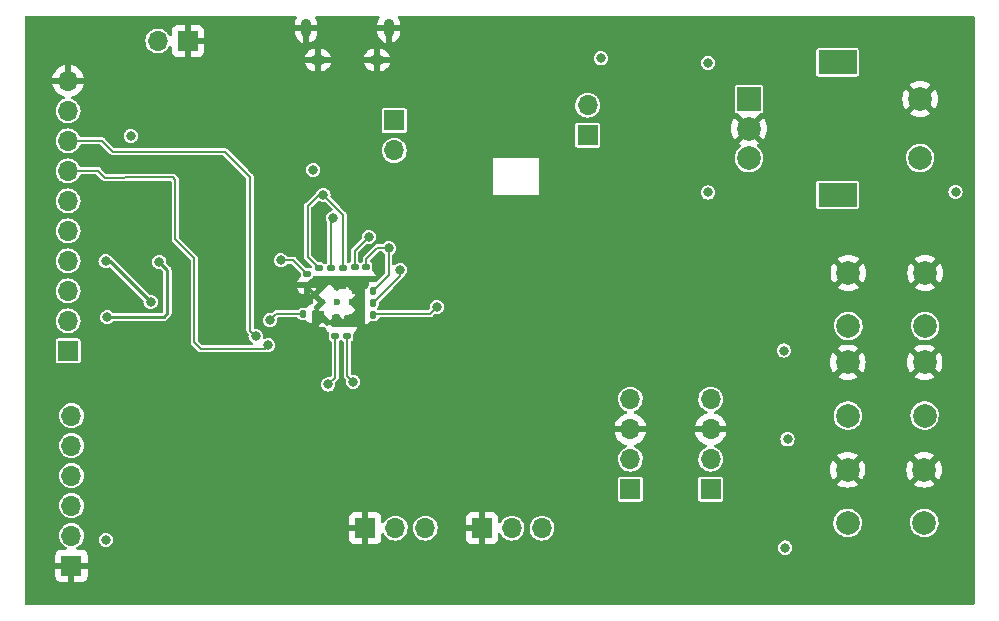
<source format=gbl>
G04 #@! TF.GenerationSoftware,KiCad,Pcbnew,(6.0.7)*
G04 #@! TF.CreationDate,2022-09-29T16:18:28-04:00*
G04 #@! TF.ProjectId,powerboard,706f7765-7262-46f6-9172-642e6b696361,rev?*
G04 #@! TF.SameCoordinates,Original*
G04 #@! TF.FileFunction,Copper,L4,Bot*
G04 #@! TF.FilePolarity,Positive*
%FSLAX46Y46*%
G04 Gerber Fmt 4.6, Leading zero omitted, Abs format (unit mm)*
G04 Created by KiCad (PCBNEW (6.0.7)) date 2022-09-29 16:18:28*
%MOMM*%
%LPD*%
G01*
G04 APERTURE LIST*
G04 Aperture macros list*
%AMRoundRect*
0 Rectangle with rounded corners*
0 $1 Rounding radius*
0 $2 $3 $4 $5 $6 $7 $8 $9 X,Y pos of 4 corners*
0 Add a 4 corners polygon primitive as box body*
4,1,4,$2,$3,$4,$5,$6,$7,$8,$9,$2,$3,0*
0 Add four circle primitives for the rounded corners*
1,1,$1+$1,$2,$3*
1,1,$1+$1,$4,$5*
1,1,$1+$1,$6,$7*
1,1,$1+$1,$8,$9*
0 Add four rect primitives between the rounded corners*
20,1,$1+$1,$2,$3,$4,$5,0*
20,1,$1+$1,$4,$5,$6,$7,0*
20,1,$1+$1,$6,$7,$8,$9,0*
20,1,$1+$1,$8,$9,$2,$3,0*%
G04 Aperture macros list end*
G04 #@! TA.AperFunction,ComponentPad*
%ADD10C,2.000000*%
G04 #@! TD*
G04 #@! TA.AperFunction,ComponentPad*
%ADD11R,1.700000X1.700000*%
G04 #@! TD*
G04 #@! TA.AperFunction,ComponentPad*
%ADD12O,1.700000X1.700000*%
G04 #@! TD*
G04 #@! TA.AperFunction,ComponentPad*
%ADD13O,0.890000X1.550000*%
G04 #@! TD*
G04 #@! TA.AperFunction,ComponentPad*
%ADD14O,1.250000X0.950000*%
G04 #@! TD*
G04 #@! TA.AperFunction,ComponentPad*
%ADD15R,2.000000X2.000000*%
G04 #@! TD*
G04 #@! TA.AperFunction,ComponentPad*
%ADD16R,3.200000X2.000000*%
G04 #@! TD*
G04 #@! TA.AperFunction,ComponentPad*
%ADD17C,0.600000*%
G04 #@! TD*
G04 #@! TA.AperFunction,SMDPad,CuDef*
%ADD18RoundRect,0.140000X-0.170000X0.140000X-0.170000X-0.140000X0.170000X-0.140000X0.170000X0.140000X0*%
G04 #@! TD*
G04 #@! TA.AperFunction,SMDPad,CuDef*
%ADD19RoundRect,0.140000X0.170000X-0.140000X0.170000X0.140000X-0.170000X0.140000X-0.170000X-0.140000X0*%
G04 #@! TD*
G04 #@! TA.AperFunction,SMDPad,CuDef*
%ADD20RoundRect,0.140000X0.140000X0.170000X-0.140000X0.170000X-0.140000X-0.170000X0.140000X-0.170000X0*%
G04 #@! TD*
G04 #@! TA.AperFunction,SMDPad,CuDef*
%ADD21RoundRect,0.140000X-0.140000X-0.170000X0.140000X-0.170000X0.140000X0.170000X-0.140000X0.170000X0*%
G04 #@! TD*
G04 #@! TA.AperFunction,ViaPad*
%ADD22C,0.800000*%
G04 #@! TD*
G04 #@! TA.AperFunction,Conductor*
%ADD23C,0.200000*%
G04 #@! TD*
G04 #@! TA.AperFunction,Conductor*
%ADD24C,0.250000*%
G04 #@! TD*
G04 #@! TA.AperFunction,Conductor*
%ADD25C,0.293370*%
G04 #@! TD*
G04 APERTURE END LIST*
D10*
X125500200Y-37374000D03*
X119000200Y-37374000D03*
X125500200Y-41874000D03*
X119000200Y-41874000D03*
D11*
X87975200Y-58978800D03*
D12*
X90515200Y-58978800D03*
X93055200Y-58978800D03*
D13*
X80081000Y-16637000D03*
D14*
X74081000Y-19337000D03*
D13*
X73081000Y-16637000D03*
D14*
X79081000Y-19337000D03*
D10*
X125424000Y-54036400D03*
X118924000Y-54036400D03*
X125424000Y-58536400D03*
X118924000Y-58536400D03*
D11*
X107340400Y-55676800D03*
D12*
X107340400Y-53136800D03*
X107340400Y-50596800D03*
X107340400Y-48056800D03*
D11*
X53219200Y-62153800D03*
D12*
X53219200Y-59613800D03*
X53219200Y-57073800D03*
X53219200Y-54533800D03*
X53219200Y-51993800D03*
X53219200Y-49453800D03*
D11*
X78094600Y-58978800D03*
D12*
X80634600Y-58978800D03*
X83174600Y-58978800D03*
D11*
X100533600Y-55676800D03*
D12*
X100533600Y-53136800D03*
X100533600Y-50596800D03*
X100533600Y-48056800D03*
D11*
X63068200Y-17729200D03*
D12*
X60528200Y-17729200D03*
D15*
X110580600Y-22646000D03*
D10*
X110580600Y-27646000D03*
X110580600Y-25146000D03*
D16*
X118080600Y-30746000D03*
X118080600Y-19546000D03*
D10*
X125080600Y-27646000D03*
X125080600Y-22646000D03*
D11*
X96926400Y-25709800D03*
D12*
X96926400Y-23169800D03*
D10*
X125449400Y-44943200D03*
X118949400Y-44943200D03*
X118949400Y-49443200D03*
X125449400Y-49443200D03*
D11*
X80545750Y-24460200D03*
D12*
X80545750Y-27000200D03*
D17*
X75714400Y-41120650D03*
X75714400Y-39845650D03*
X74439400Y-41120650D03*
X75714400Y-38570650D03*
X76989400Y-41120650D03*
X76989400Y-39845650D03*
X74439400Y-38570650D03*
X74439400Y-39845650D03*
X76989400Y-38570650D03*
D11*
X52933600Y-43967400D03*
D12*
X52933600Y-41427400D03*
X52933600Y-38887400D03*
X52933600Y-36347400D03*
X52933600Y-33807400D03*
X52933600Y-31267400D03*
X52933600Y-28727400D03*
X52933600Y-26187400D03*
X52933600Y-23647400D03*
X52933600Y-21107400D03*
D18*
X76200000Y-36934200D03*
X76200000Y-37894200D03*
D19*
X76581000Y-42694800D03*
X76581000Y-41734800D03*
D20*
X78737400Y-39903400D03*
X77777400Y-39903400D03*
D18*
X73152000Y-37442200D03*
X73152000Y-38402200D03*
X74142600Y-36934200D03*
X74142600Y-37894200D03*
D21*
X72849800Y-40843200D03*
X73809800Y-40843200D03*
D18*
X78181200Y-36908800D03*
X78181200Y-37868800D03*
X75184000Y-36934200D03*
X75184000Y-37894200D03*
X77190600Y-36908800D03*
X77190600Y-37868800D03*
D20*
X78762800Y-40944800D03*
X77802800Y-40944800D03*
X78737400Y-38887400D03*
X77777400Y-38887400D03*
D19*
X75539600Y-42694800D03*
X75539600Y-41734800D03*
D22*
X73913500Y-32067147D03*
X73202800Y-30200600D03*
X103403400Y-42722800D03*
X70637400Y-26720800D03*
X100025200Y-35280600D03*
X82956400Y-36449000D03*
X99898200Y-19456400D03*
X63093600Y-20320000D03*
X66395600Y-58216800D03*
X89560400Y-33045400D03*
X52171600Y-16662400D03*
X101930200Y-35280600D03*
X93167200Y-45161200D03*
X81991200Y-34366200D03*
X116255800Y-45212000D03*
X58267600Y-44602400D03*
X113436400Y-36931600D03*
X88188800Y-50901600D03*
X89560400Y-34696400D03*
X81762600Y-21183600D03*
X88188800Y-52552600D03*
X103403400Y-41071800D03*
X65938400Y-36347400D03*
X105308400Y-41071800D03*
X87807800Y-36195000D03*
X105638600Y-36931600D03*
X111531400Y-35280600D03*
X127990600Y-32842200D03*
X66395600Y-59867800D03*
X123315185Y-64312800D03*
X68300600Y-59867800D03*
X93167200Y-43510200D03*
X111531400Y-36931600D03*
X82524600Y-50698400D03*
X91465400Y-34696400D03*
X105054400Y-19583400D03*
X72263000Y-50241200D03*
X103809800Y-16662400D03*
X74980800Y-28473400D03*
X101930200Y-36931600D03*
X115951000Y-37896800D03*
X95072200Y-43510200D03*
X89542260Y-64389000D03*
X91465400Y-33045400D03*
X95072200Y-45161200D03*
X75260200Y-20802600D03*
X116128800Y-54635400D03*
X89560400Y-36195000D03*
X113436400Y-35280600D03*
X62523920Y-64312800D03*
X109728000Y-17145000D03*
X109728000Y-36931600D03*
X107823000Y-35280600D03*
X127965200Y-22606000D03*
X82524600Y-52349400D03*
X103051430Y-64363600D03*
X79095600Y-47650400D03*
X58267600Y-45618400D03*
X107823000Y-36931600D03*
X103733600Y-36931600D03*
X116560600Y-64312800D03*
X93548200Y-21158200D03*
X66319400Y-21691600D03*
X79273400Y-32435800D03*
X69278505Y-64312800D03*
X68300600Y-58216800D03*
X83949350Y-27998550D03*
X76479400Y-48615600D03*
X105638600Y-35280600D03*
X76033090Y-64287400D03*
X109728000Y-35280600D03*
X91465400Y-36195000D03*
X128346200Y-43535600D03*
X128219200Y-50292000D03*
X128295400Y-36779200D03*
X85902800Y-33045400D03*
X85902800Y-36195000D03*
X68224400Y-23342600D03*
X64465200Y-32486600D03*
X75184000Y-53594000D03*
X105308400Y-42722800D03*
X125272800Y-17145000D03*
X87807800Y-34696400D03*
X85902800Y-34696400D03*
X100025200Y-36931600D03*
X66319400Y-23342600D03*
X86283800Y-50901600D03*
X128397000Y-56935917D03*
X58242200Y-46634400D03*
X55928300Y-62225000D03*
X86283800Y-52552600D03*
X128117600Y-64262000D03*
X105460800Y-16662400D03*
X58242200Y-43484800D03*
X103733600Y-35280600D03*
X68224400Y-21691600D03*
X105105200Y-30581600D03*
X57048400Y-28194000D03*
X96296845Y-64389000D03*
X50520600Y-16662400D03*
X86131400Y-40309800D03*
X128168400Y-16916400D03*
X87807800Y-33045400D03*
X82787675Y-64414400D03*
X109806015Y-64338200D03*
X80086200Y-35280600D03*
X81051400Y-37109400D03*
X70942200Y-36296600D03*
X70017647Y-41367178D03*
X128066800Y-30505400D03*
X56131500Y-59964400D03*
X74955400Y-46812200D03*
X84150200Y-40259000D03*
X107111800Y-30556200D03*
X73685400Y-28651200D03*
X113842800Y-51460400D03*
X107111800Y-19583400D03*
X113639600Y-60629800D03*
X113538000Y-43942000D03*
X98044000Y-19202400D03*
X74549000Y-30759400D03*
X58242200Y-25781000D03*
X75387200Y-32715200D03*
X77063600Y-46583600D03*
X78384400Y-34315400D03*
X60655200Y-36449000D03*
X56235600Y-41122600D03*
X59918600Y-39827200D03*
X56108600Y-36372800D03*
X69875400Y-43484800D03*
X68808600Y-42722800D03*
D23*
X75184000Y-32918400D02*
X75184000Y-36934200D01*
X75387200Y-32715200D02*
X75184000Y-32918400D01*
X76213900Y-36920300D02*
X76200000Y-36934200D01*
X76213900Y-32424300D02*
X76213900Y-36920300D01*
X74549000Y-30759400D02*
X76213900Y-32424300D01*
X73214000Y-36005600D02*
X74142600Y-36934200D01*
X74549000Y-30759400D02*
X74143250Y-30759400D01*
X74143250Y-30759400D02*
X73214000Y-31688650D01*
X73214000Y-31688650D02*
X73214000Y-36005600D01*
D24*
X74439400Y-38570650D02*
X74439400Y-38191000D01*
X78181200Y-37868800D02*
X77190600Y-37868800D01*
X75539600Y-41734800D02*
X75539600Y-41295450D01*
X75539600Y-41295450D02*
X75714400Y-41120650D01*
X73152000Y-38558250D02*
X74439400Y-39845650D01*
X76581000Y-41734800D02*
X76581000Y-41529050D01*
X75184000Y-37894200D02*
X75184000Y-38040250D01*
X73152000Y-38402200D02*
X73152000Y-38558250D01*
X77306150Y-38887400D02*
X76989400Y-38570650D01*
X76200000Y-37894200D02*
X76200000Y-38085050D01*
X77802800Y-40944800D02*
X77165250Y-40944800D01*
X74087250Y-41120650D02*
X73809800Y-40843200D01*
X76200000Y-38085050D02*
X75714400Y-38570650D01*
X74439400Y-38191000D02*
X74142600Y-37894200D01*
X77047150Y-39903400D02*
X76989400Y-39845650D01*
X75184000Y-38040250D02*
X75714400Y-38570650D01*
X76581000Y-41529050D02*
X76989400Y-41120650D01*
X74439400Y-41120650D02*
X74087250Y-41120650D01*
X77777400Y-38887400D02*
X77306150Y-38887400D01*
X77190600Y-38369450D02*
X76989400Y-38570650D01*
X77777400Y-39903400D02*
X77047150Y-39903400D01*
X77190600Y-37868800D02*
X77190600Y-38369450D01*
X77165250Y-40944800D02*
X76989400Y-41120650D01*
D23*
X84150200Y-40259000D02*
X83566000Y-40843200D01*
X83566000Y-40843200D02*
X78813600Y-40843200D01*
X75539600Y-46228000D02*
X75539600Y-42694800D01*
X81051400Y-37109400D02*
X81051400Y-37589400D01*
X70017647Y-41367178D02*
X70541625Y-40843200D01*
X78181200Y-36195000D02*
X78181200Y-36908800D01*
X70942200Y-36296600D02*
X72006400Y-36296600D01*
X80086200Y-35280600D02*
X80086200Y-37538600D01*
X81051400Y-37589400D02*
X78737400Y-39903400D01*
X80086200Y-37538600D02*
X78737400Y-38887400D01*
X72006400Y-36296600D02*
X73152000Y-37442200D01*
X70541625Y-40843200D02*
X72849800Y-40843200D01*
X74955400Y-46812200D02*
X75539600Y-46228000D01*
X79121000Y-35255200D02*
X80060800Y-35255200D01*
X80060800Y-35255200D02*
X80086200Y-35280600D01*
X79121000Y-35255200D02*
X78181200Y-36195000D01*
X77063600Y-46583600D02*
X76581000Y-46101000D01*
X76581000Y-46101000D02*
X76581000Y-42694800D01*
X77190600Y-35509200D02*
X77190600Y-36908800D01*
X78384400Y-34315400D02*
X77190600Y-35509200D01*
D25*
X61341000Y-40792400D02*
X61010800Y-41122600D01*
X61341000Y-37134800D02*
X61341000Y-40792400D01*
X61010800Y-41122600D02*
X56235600Y-41122600D01*
X60655200Y-36449000D02*
X61341000Y-37134800D01*
X56464200Y-36372800D02*
X56108600Y-36372800D01*
X59918600Y-39827200D02*
X56464200Y-36372800D01*
D23*
X56083200Y-29311600D02*
X55499000Y-28727400D01*
X57708800Y-29286200D02*
X57683400Y-29311600D01*
X63627000Y-43256200D02*
X63627000Y-36144200D01*
X61823600Y-29286200D02*
X57708800Y-29286200D01*
X63627000Y-36144200D02*
X62001400Y-34518600D01*
X55499000Y-28727400D02*
X52933600Y-28727400D01*
X64150815Y-43780015D02*
X63627000Y-43256200D01*
X62001400Y-34518600D02*
X62001400Y-29464000D01*
X57683400Y-29311600D02*
X56083200Y-29311600D01*
X69875400Y-43484800D02*
X69580185Y-43780015D01*
X69580185Y-43780015D02*
X64150815Y-43780015D01*
X62001400Y-29464000D02*
X61823600Y-29286200D01*
X55829200Y-26187400D02*
X52933600Y-26187400D01*
X66243200Y-27127200D02*
X56769000Y-27127200D01*
X68808600Y-42722800D02*
X68337200Y-42251400D01*
X68337200Y-42251400D02*
X68337200Y-29221200D01*
X68337200Y-29221200D02*
X66243200Y-27127200D01*
X56769000Y-27127200D02*
X55829200Y-26187400D01*
G04 #@! TA.AperFunction,Conductor*
G36*
X78003400Y-38447837D02*
G01*
X77997506Y-38457803D01*
X77951794Y-38615146D01*
X77951290Y-38621551D01*
X77951289Y-38621556D01*
X77950357Y-38633400D01*
X77948900Y-38651916D01*
X77948900Y-39122884D01*
X77951794Y-39159654D01*
X77997506Y-39316997D01*
X78001540Y-39323818D01*
X78003400Y-39326963D01*
X78003400Y-39463837D01*
X77997506Y-39473803D01*
X77995295Y-39481414D01*
X77995294Y-39481416D01*
X77980484Y-39532395D01*
X77951794Y-39631146D01*
X77948900Y-39667916D01*
X77948900Y-40138884D01*
X77951794Y-40175654D01*
X77953589Y-40181831D01*
X77985728Y-40292455D01*
X77997506Y-40332997D01*
X78001541Y-40339820D01*
X78001542Y-40339822D01*
X78003400Y-40342964D01*
X78003400Y-40582344D01*
X77977194Y-40672546D01*
X77976690Y-40678951D01*
X77976689Y-40678956D01*
X77974493Y-40706860D01*
X77974300Y-40709316D01*
X77974300Y-41180284D01*
X77974493Y-41182732D01*
X77974493Y-41182740D01*
X77976092Y-41203051D01*
X77977194Y-41217054D01*
X77978989Y-41223231D01*
X78003400Y-41307256D01*
X78003400Y-41859200D01*
X75253697Y-41859200D01*
X75114773Y-41720277D01*
X75089708Y-41695212D01*
X75075770Y-41687601D01*
X75073934Y-41687733D01*
X75067322Y-41691982D01*
X74948517Y-41810787D01*
X74886205Y-41844813D01*
X74815390Y-41839748D01*
X74770326Y-41810787D01*
X74452211Y-41492671D01*
X74438268Y-41485058D01*
X74436434Y-41485189D01*
X74429821Y-41489440D01*
X74085632Y-41833629D01*
X74078875Y-41846004D01*
X74081657Y-41849721D01*
X74107145Y-41859200D01*
X73660000Y-41859200D01*
X73660000Y-41118925D01*
X74063800Y-41118925D01*
X74067037Y-41129950D01*
X74070046Y-41128576D01*
X74074992Y-41119518D01*
X74074861Y-41117685D01*
X74073308Y-41115267D01*
X74066523Y-41111563D01*
X74063800Y-41118864D01*
X74063800Y-41118925D01*
X73660000Y-41118925D01*
X73660000Y-40593942D01*
X73681800Y-40589200D01*
X73753481Y-40589200D01*
X73779126Y-40581670D01*
X73864834Y-40495962D01*
X73871212Y-40484282D01*
X74166309Y-40484282D01*
X74166440Y-40486115D01*
X74170691Y-40492730D01*
X74254349Y-40576388D01*
X74277811Y-40589200D01*
X74511800Y-40589200D01*
X74579921Y-40609202D01*
X74626414Y-40662858D01*
X74637800Y-40715200D01*
X74637800Y-40941725D01*
X74645330Y-40967370D01*
X75064092Y-41386131D01*
X75078030Y-41393742D01*
X75079866Y-41393610D01*
X75086478Y-41389361D01*
X75272788Y-41203051D01*
X75285600Y-41179589D01*
X75285600Y-41032800D01*
X75305602Y-40964679D01*
X75359258Y-40918186D01*
X75411600Y-40906800D01*
X75550925Y-40906800D01*
X75576570Y-40899270D01*
X75625305Y-40850535D01*
X75687617Y-40816509D01*
X75758432Y-40821574D01*
X75803495Y-40850535D01*
X76314190Y-41361230D01*
X76324276Y-41366738D01*
X76327000Y-41359435D01*
X76327000Y-41202037D01*
X77433851Y-41202037D01*
X77437089Y-41209128D01*
X77535988Y-41308027D01*
X77546077Y-41313536D01*
X77548800Y-41306235D01*
X77548800Y-41216915D01*
X77544325Y-41201676D01*
X77542935Y-41200471D01*
X77535252Y-41198800D01*
X77444876Y-41198800D01*
X77433851Y-41202037D01*
X76327000Y-41202037D01*
X76327000Y-41032800D01*
X76347002Y-40964679D01*
X76400658Y-40918186D01*
X76453000Y-40906800D01*
X76798975Y-40906800D01*
X76816907Y-40908083D01*
X76834241Y-40910575D01*
X76845328Y-40905512D01*
X76961988Y-40788852D01*
X76985478Y-40745835D01*
X77035681Y-40695634D01*
X77060566Y-40685326D01*
X77067569Y-40683270D01*
X77254877Y-40495962D01*
X77262491Y-40482018D01*
X77262360Y-40480183D01*
X77258110Y-40473570D01*
X76719285Y-39934745D01*
X76685259Y-39872433D01*
X76690324Y-39801618D01*
X76719285Y-39756555D01*
X76989400Y-39486440D01*
X77254877Y-39220962D01*
X77262491Y-39207018D01*
X77262360Y-39205185D01*
X77258109Y-39198570D01*
X77213751Y-39154212D01*
X77190289Y-39141400D01*
X77075400Y-39141400D01*
X77007279Y-39121398D01*
X76960786Y-39067742D01*
X76949400Y-39015400D01*
X76949400Y-38907975D01*
X76941870Y-38882330D01*
X76674825Y-38615285D01*
X77444600Y-38615285D01*
X77449075Y-38630524D01*
X77450465Y-38631729D01*
X77458148Y-38633400D01*
X77505285Y-38633400D01*
X77520524Y-38628925D01*
X77521729Y-38627535D01*
X77523400Y-38619852D01*
X77523400Y-38413976D01*
X77520163Y-38402951D01*
X77513072Y-38406189D01*
X77457412Y-38461849D01*
X77444600Y-38485311D01*
X77444600Y-38615285D01*
X76674825Y-38615285D01*
X76630190Y-38570650D01*
X76466812Y-38407273D01*
X76456723Y-38401764D01*
X76454000Y-38409065D01*
X76454000Y-38596200D01*
X76433998Y-38664321D01*
X76380342Y-38710814D01*
X76328000Y-38722200D01*
X76012830Y-38722200D01*
X75951596Y-38704220D01*
X75946759Y-38703525D01*
X75935672Y-38708588D01*
X75803495Y-38840765D01*
X75741183Y-38874791D01*
X75670368Y-38869726D01*
X75625305Y-38840765D01*
X75355190Y-38570650D01*
X75089712Y-38305173D01*
X75075768Y-38297559D01*
X75073933Y-38297690D01*
X75067323Y-38301938D01*
X74798610Y-38570650D01*
X74439400Y-38929860D01*
X74173922Y-39195339D01*
X74166309Y-39209282D01*
X74166440Y-39211117D01*
X74170690Y-39217730D01*
X74709515Y-39756555D01*
X74743541Y-39818867D01*
X74738476Y-39889682D01*
X74709515Y-39934745D01*
X74439400Y-40204860D01*
X74173923Y-40470338D01*
X74166309Y-40484282D01*
X73871212Y-40484282D01*
X73872448Y-40482018D01*
X73872317Y-40480185D01*
X73868066Y-40473570D01*
X73749263Y-40354767D01*
X73715237Y-40292455D01*
X73720302Y-40221640D01*
X73749263Y-40176576D01*
X74067379Y-39858461D01*
X74074992Y-39844518D01*
X74074861Y-39842684D01*
X74070610Y-39836071D01*
X73726858Y-39492319D01*
X73714483Y-39485562D01*
X73709326Y-39489422D01*
X73708673Y-39490739D01*
X73660000Y-39624467D01*
X73660000Y-39095146D01*
X73715499Y-39062324D01*
X73715574Y-39062266D01*
X73719855Y-39054425D01*
X73718435Y-39034568D01*
X73707092Y-38995932D01*
X73727097Y-38927812D01*
X73743997Y-38906842D01*
X73915827Y-38735012D01*
X73922587Y-38722632D01*
X73903632Y-38697311D01*
X73884775Y-38659639D01*
X73882735Y-38657871D01*
X73875052Y-38656200D01*
X73660000Y-38656200D01*
X73660000Y-38155300D01*
X74398003Y-38155300D01*
X74404130Y-38176169D01*
X74426589Y-38198629D01*
X74440531Y-38206242D01*
X74442366Y-38206111D01*
X74448978Y-38201862D01*
X74489829Y-38161011D01*
X74495056Y-38151437D01*
X75658251Y-38151437D01*
X75661489Y-38158528D01*
X75701592Y-38198632D01*
X75715530Y-38206242D01*
X75717366Y-38206111D01*
X75723979Y-38201861D01*
X75764829Y-38161011D01*
X75770337Y-38150923D01*
X75763035Y-38148200D01*
X75669276Y-38148200D01*
X75658251Y-38151437D01*
X74495056Y-38151437D01*
X74495337Y-38150923D01*
X74488035Y-38148200D01*
X74414715Y-38148200D01*
X74399476Y-38152675D01*
X74398271Y-38154065D01*
X74398003Y-38155300D01*
X73660000Y-38155300D01*
X73660000Y-38135727D01*
X73715808Y-38102722D01*
X73722629Y-38098688D01*
X73838488Y-37982829D01*
X73844301Y-37973000D01*
X78003400Y-37973000D01*
X78003400Y-38447837D01*
G37*
G04 #@! TD.AperFunction*
G04 #@! TA.AperFunction,Conductor*
G36*
X72245924Y-15609702D02*
G01*
X72292417Y-15663358D01*
X72302521Y-15733632D01*
X72281017Y-15787970D01*
X72248476Y-15834444D01*
X72242280Y-15845531D01*
X72170460Y-16011495D01*
X72166618Y-16023607D01*
X72129323Y-16202134D01*
X72128085Y-16211666D01*
X72128000Y-16214889D01*
X72128000Y-16364885D01*
X72132475Y-16380124D01*
X72133865Y-16381329D01*
X72141548Y-16383000D01*
X74015885Y-16383000D01*
X74031124Y-16378525D01*
X74032329Y-16377135D01*
X74034000Y-16369452D01*
X74034000Y-16261808D01*
X74033677Y-16255433D01*
X74019995Y-16120733D01*
X74017441Y-16108293D01*
X73963365Y-15935736D01*
X73958356Y-15924048D01*
X73876727Y-15776786D01*
X73861196Y-15707509D01*
X73885583Y-15640833D01*
X73942148Y-15597926D01*
X73986929Y-15589700D01*
X79177803Y-15589700D01*
X79245924Y-15609702D01*
X79292417Y-15663358D01*
X79302521Y-15733632D01*
X79281017Y-15787970D01*
X79248476Y-15834444D01*
X79242280Y-15845531D01*
X79170460Y-16011495D01*
X79166618Y-16023607D01*
X79129323Y-16202134D01*
X79128085Y-16211666D01*
X79128000Y-16214889D01*
X79128000Y-16364885D01*
X79132475Y-16380124D01*
X79133865Y-16381329D01*
X79141548Y-16383000D01*
X81015885Y-16383000D01*
X81031124Y-16378525D01*
X81032329Y-16377135D01*
X81034000Y-16369452D01*
X81034000Y-16261808D01*
X81033677Y-16255433D01*
X81019995Y-16120733D01*
X81017441Y-16108293D01*
X80963365Y-15935736D01*
X80958356Y-15924048D01*
X80876727Y-15776786D01*
X80861196Y-15707509D01*
X80885583Y-15640833D01*
X80942148Y-15597926D01*
X80986929Y-15589700D01*
X129559600Y-15589700D01*
X129627721Y-15609702D01*
X129674214Y-15663358D01*
X129685600Y-15715700D01*
X129685600Y-65361100D01*
X129665598Y-65429221D01*
X129611942Y-65475714D01*
X129559600Y-65487100D01*
X49408800Y-65487100D01*
X49340679Y-65467098D01*
X49294186Y-65413442D01*
X49282800Y-65361100D01*
X49282800Y-63048469D01*
X51861201Y-63048469D01*
X51861571Y-63055290D01*
X51867095Y-63106152D01*
X51870721Y-63121404D01*
X51915876Y-63241854D01*
X51924414Y-63257449D01*
X52000915Y-63359524D01*
X52013476Y-63372085D01*
X52115551Y-63448586D01*
X52131146Y-63457124D01*
X52251594Y-63502278D01*
X52266849Y-63505905D01*
X52317714Y-63511431D01*
X52324528Y-63511800D01*
X52947085Y-63511800D01*
X52962324Y-63507325D01*
X52963529Y-63505935D01*
X52965200Y-63498252D01*
X52965200Y-63493684D01*
X53473200Y-63493684D01*
X53477675Y-63508923D01*
X53479065Y-63510128D01*
X53486748Y-63511799D01*
X54113869Y-63511799D01*
X54120690Y-63511429D01*
X54171552Y-63505905D01*
X54186804Y-63502279D01*
X54307254Y-63457124D01*
X54322849Y-63448586D01*
X54424924Y-63372085D01*
X54437485Y-63359524D01*
X54513986Y-63257449D01*
X54522524Y-63241854D01*
X54567678Y-63121406D01*
X54571305Y-63106151D01*
X54576831Y-63055286D01*
X54577200Y-63048472D01*
X54577200Y-62425915D01*
X54572725Y-62410676D01*
X54571335Y-62409471D01*
X54563652Y-62407800D01*
X53491315Y-62407800D01*
X53476076Y-62412275D01*
X53474871Y-62413665D01*
X53473200Y-62421348D01*
X53473200Y-63493684D01*
X52965200Y-63493684D01*
X52965200Y-62425915D01*
X52960725Y-62410676D01*
X52959335Y-62409471D01*
X52951652Y-62407800D01*
X51879316Y-62407800D01*
X51864077Y-62412275D01*
X51862872Y-62413665D01*
X51861201Y-62421348D01*
X51861201Y-63048469D01*
X49282800Y-63048469D01*
X49282800Y-61881685D01*
X51861200Y-61881685D01*
X51865675Y-61896924D01*
X51867065Y-61898129D01*
X51874748Y-61899800D01*
X54559084Y-61899800D01*
X54574323Y-61895325D01*
X54575528Y-61893935D01*
X54577199Y-61886252D01*
X54577199Y-61259131D01*
X54576829Y-61252310D01*
X54571305Y-61201448D01*
X54567679Y-61186196D01*
X54522524Y-61065746D01*
X54513986Y-61050151D01*
X54437485Y-60948076D01*
X54424924Y-60935515D01*
X54322849Y-60859014D01*
X54307254Y-60850476D01*
X54186806Y-60805322D01*
X54171551Y-60801695D01*
X54120686Y-60796169D01*
X54113872Y-60795800D01*
X53738132Y-60795800D01*
X53670011Y-60775798D01*
X53623518Y-60722142D01*
X53613414Y-60651868D01*
X53623493Y-60629800D01*
X113033918Y-60629800D01*
X113054556Y-60786562D01*
X113057716Y-60794191D01*
X113058383Y-60795801D01*
X113115064Y-60932641D01*
X113211318Y-61058082D01*
X113336759Y-61154336D01*
X113482838Y-61214844D01*
X113639600Y-61235482D01*
X113647788Y-61234404D01*
X113788174Y-61215922D01*
X113796362Y-61214844D01*
X113942441Y-61154336D01*
X114067882Y-61058082D01*
X114164136Y-60932641D01*
X114220817Y-60795801D01*
X114221484Y-60794191D01*
X114224644Y-60786562D01*
X114245282Y-60629800D01*
X114229225Y-60507833D01*
X114225722Y-60481226D01*
X114224644Y-60473038D01*
X114164136Y-60326959D01*
X114067882Y-60201518D01*
X113942441Y-60105264D01*
X113796362Y-60044756D01*
X113639600Y-60024118D01*
X113482838Y-60044756D01*
X113336759Y-60105264D01*
X113211318Y-60201518D01*
X113115064Y-60326959D01*
X113054556Y-60473038D01*
X113053478Y-60481226D01*
X113049975Y-60507833D01*
X113033918Y-60629800D01*
X53623493Y-60629800D01*
X53642908Y-60587288D01*
X53681321Y-60557334D01*
X53784810Y-60505058D01*
X53805446Y-60488936D01*
X53922216Y-60397705D01*
X53947151Y-60378224D01*
X53983226Y-60336431D01*
X54077740Y-60226934D01*
X54077740Y-60226933D01*
X54081764Y-60222272D01*
X54096408Y-60196495D01*
X54134869Y-60128791D01*
X54183523Y-60043144D01*
X54209718Y-59964400D01*
X55525818Y-59964400D01*
X55546456Y-60121162D01*
X55606964Y-60267241D01*
X55703218Y-60392682D01*
X55828659Y-60488936D01*
X55974738Y-60549444D01*
X56131500Y-60570082D01*
X56139688Y-60569004D01*
X56280074Y-60550522D01*
X56288262Y-60549444D01*
X56434341Y-60488936D01*
X56559782Y-60392682D01*
X56656036Y-60267241D01*
X56716544Y-60121162D01*
X56737182Y-59964400D01*
X56725211Y-59873469D01*
X76736601Y-59873469D01*
X76736971Y-59880290D01*
X76742495Y-59931152D01*
X76746121Y-59946404D01*
X76791276Y-60066854D01*
X76799814Y-60082449D01*
X76876315Y-60184524D01*
X76888876Y-60197085D01*
X76990951Y-60273586D01*
X77006546Y-60282124D01*
X77126994Y-60327278D01*
X77142249Y-60330905D01*
X77193114Y-60336431D01*
X77199928Y-60336800D01*
X77822485Y-60336800D01*
X77837724Y-60332325D01*
X77838929Y-60330935D01*
X77840600Y-60323252D01*
X77840600Y-60318684D01*
X78348600Y-60318684D01*
X78353075Y-60333923D01*
X78354465Y-60335128D01*
X78362148Y-60336799D01*
X78989269Y-60336799D01*
X78996090Y-60336429D01*
X79046952Y-60330905D01*
X79062204Y-60327279D01*
X79182654Y-60282124D01*
X79198249Y-60273586D01*
X79300324Y-60197085D01*
X79312885Y-60184524D01*
X79389386Y-60082449D01*
X79397924Y-60066854D01*
X79443078Y-59946406D01*
X79446705Y-59931151D01*
X79452231Y-59880286D01*
X79452600Y-59873472D01*
X79452600Y-59497992D01*
X79472602Y-59429871D01*
X79526258Y-59383378D01*
X79596532Y-59373274D01*
X79661112Y-59402768D01*
X79690667Y-59440398D01*
X79737279Y-59531095D01*
X79747312Y-59550618D01*
X79817892Y-59639668D01*
X79871160Y-59706875D01*
X79875277Y-59712070D01*
X79879970Y-59716064D01*
X79879971Y-59716065D01*
X79976493Y-59798211D01*
X80032164Y-59845591D01*
X80211998Y-59946097D01*
X80293529Y-59972588D01*
X80402071Y-60007856D01*
X80402075Y-60007857D01*
X80407929Y-60009759D01*
X80612494Y-60034151D01*
X80618629Y-60033679D01*
X80618631Y-60033679D01*
X80674639Y-60029369D01*
X80817900Y-60018346D01*
X80823830Y-60016690D01*
X80823832Y-60016690D01*
X81010397Y-59964600D01*
X81010396Y-59964600D01*
X81016325Y-59962945D01*
X81021814Y-59960172D01*
X81021820Y-59960170D01*
X81194716Y-59872833D01*
X81200210Y-59870058D01*
X81228875Y-59847663D01*
X81357701Y-59747013D01*
X81362551Y-59743224D01*
X81372278Y-59731956D01*
X81493140Y-59591934D01*
X81493140Y-59591933D01*
X81497164Y-59587272D01*
X81517987Y-59550618D01*
X81560053Y-59476568D01*
X81598923Y-59408144D01*
X81663951Y-59212663D01*
X81689771Y-59008274D01*
X81690183Y-58978800D01*
X81688738Y-58964062D01*
X82119120Y-58964062D01*
X82119636Y-58970206D01*
X82124227Y-59024873D01*
X82136359Y-59169353D01*
X82138058Y-59175278D01*
X82190968Y-59359796D01*
X82193144Y-59367386D01*
X82195959Y-59372863D01*
X82195960Y-59372866D01*
X82279860Y-59536118D01*
X82287312Y-59550618D01*
X82357892Y-59639668D01*
X82411160Y-59706875D01*
X82415277Y-59712070D01*
X82419970Y-59716064D01*
X82419971Y-59716065D01*
X82516493Y-59798211D01*
X82572164Y-59845591D01*
X82751998Y-59946097D01*
X82833529Y-59972588D01*
X82942071Y-60007856D01*
X82942075Y-60007857D01*
X82947929Y-60009759D01*
X83152494Y-60034151D01*
X83158629Y-60033679D01*
X83158631Y-60033679D01*
X83214639Y-60029369D01*
X83357900Y-60018346D01*
X83363830Y-60016690D01*
X83363832Y-60016690D01*
X83550397Y-59964600D01*
X83550396Y-59964600D01*
X83556325Y-59962945D01*
X83561814Y-59960172D01*
X83561820Y-59960170D01*
X83733457Y-59873469D01*
X86617201Y-59873469D01*
X86617571Y-59880290D01*
X86623095Y-59931152D01*
X86626721Y-59946404D01*
X86671876Y-60066854D01*
X86680414Y-60082449D01*
X86756915Y-60184524D01*
X86769476Y-60197085D01*
X86871551Y-60273586D01*
X86887146Y-60282124D01*
X87007594Y-60327278D01*
X87022849Y-60330905D01*
X87073714Y-60336431D01*
X87080528Y-60336800D01*
X87703085Y-60336800D01*
X87718324Y-60332325D01*
X87719529Y-60330935D01*
X87721200Y-60323252D01*
X87721200Y-60318684D01*
X88229200Y-60318684D01*
X88233675Y-60333923D01*
X88235065Y-60335128D01*
X88242748Y-60336799D01*
X88869869Y-60336799D01*
X88876690Y-60336429D01*
X88927552Y-60330905D01*
X88942804Y-60327279D01*
X89063254Y-60282124D01*
X89078849Y-60273586D01*
X89180924Y-60197085D01*
X89193485Y-60184524D01*
X89269986Y-60082449D01*
X89278524Y-60066854D01*
X89323678Y-59946406D01*
X89327305Y-59931151D01*
X89332831Y-59880286D01*
X89333200Y-59873472D01*
X89333200Y-59497992D01*
X89353202Y-59429871D01*
X89406858Y-59383378D01*
X89477132Y-59373274D01*
X89541712Y-59402768D01*
X89571267Y-59440398D01*
X89617879Y-59531095D01*
X89627912Y-59550618D01*
X89698492Y-59639668D01*
X89751760Y-59706875D01*
X89755877Y-59712070D01*
X89760570Y-59716064D01*
X89760571Y-59716065D01*
X89857093Y-59798211D01*
X89912764Y-59845591D01*
X90092598Y-59946097D01*
X90174129Y-59972588D01*
X90282671Y-60007856D01*
X90282675Y-60007857D01*
X90288529Y-60009759D01*
X90493094Y-60034151D01*
X90499229Y-60033679D01*
X90499231Y-60033679D01*
X90555239Y-60029369D01*
X90698500Y-60018346D01*
X90704430Y-60016690D01*
X90704432Y-60016690D01*
X90890997Y-59964600D01*
X90890996Y-59964600D01*
X90896925Y-59962945D01*
X90902414Y-59960172D01*
X90902420Y-59960170D01*
X91075316Y-59872833D01*
X91080810Y-59870058D01*
X91109475Y-59847663D01*
X91238301Y-59747013D01*
X91243151Y-59743224D01*
X91252878Y-59731956D01*
X91373740Y-59591934D01*
X91373740Y-59591933D01*
X91377764Y-59587272D01*
X91398587Y-59550618D01*
X91440653Y-59476568D01*
X91479523Y-59408144D01*
X91544551Y-59212663D01*
X91570371Y-59008274D01*
X91570783Y-58978800D01*
X91569338Y-58964062D01*
X91999720Y-58964062D01*
X92000236Y-58970206D01*
X92004827Y-59024873D01*
X92016959Y-59169353D01*
X92018658Y-59175278D01*
X92071568Y-59359796D01*
X92073744Y-59367386D01*
X92076559Y-59372863D01*
X92076560Y-59372866D01*
X92160460Y-59536118D01*
X92167912Y-59550618D01*
X92238492Y-59639668D01*
X92291760Y-59706875D01*
X92295877Y-59712070D01*
X92300570Y-59716064D01*
X92300571Y-59716065D01*
X92397093Y-59798211D01*
X92452764Y-59845591D01*
X92632598Y-59946097D01*
X92714129Y-59972588D01*
X92822671Y-60007856D01*
X92822675Y-60007857D01*
X92828529Y-60009759D01*
X93033094Y-60034151D01*
X93039229Y-60033679D01*
X93039231Y-60033679D01*
X93095239Y-60029369D01*
X93238500Y-60018346D01*
X93244430Y-60016690D01*
X93244432Y-60016690D01*
X93430997Y-59964600D01*
X93430996Y-59964600D01*
X93436925Y-59962945D01*
X93442414Y-59960172D01*
X93442420Y-59960170D01*
X93615316Y-59872833D01*
X93620810Y-59870058D01*
X93649475Y-59847663D01*
X93778301Y-59747013D01*
X93783151Y-59743224D01*
X93792878Y-59731956D01*
X93913740Y-59591934D01*
X93913740Y-59591933D01*
X93917764Y-59587272D01*
X93938587Y-59550618D01*
X93980653Y-59476568D01*
X94019523Y-59408144D01*
X94084551Y-59212663D01*
X94110371Y-59008274D01*
X94110783Y-58978800D01*
X94090680Y-58773770D01*
X94031135Y-58576549D01*
X93993007Y-58504840D01*
X117718770Y-58504840D01*
X117733200Y-58725004D01*
X117734621Y-58730600D01*
X117734622Y-58730605D01*
X117771237Y-58874775D01*
X117787511Y-58938852D01*
X117789928Y-58944094D01*
X117789928Y-58944095D01*
X117826227Y-59022833D01*
X117879883Y-59139221D01*
X118007222Y-59319402D01*
X118165264Y-59473361D01*
X118170060Y-59476566D01*
X118170063Y-59476568D01*
X118288113Y-59555446D01*
X118348717Y-59595940D01*
X118354020Y-59598218D01*
X118354023Y-59598220D01*
X118546129Y-59680755D01*
X118551436Y-59683035D01*
X118631088Y-59701058D01*
X118760995Y-59730454D01*
X118761001Y-59730455D01*
X118766632Y-59731729D01*
X118772403Y-59731956D01*
X118772405Y-59731956D01*
X118840211Y-59734620D01*
X118987098Y-59740391D01*
X119096275Y-59724561D01*
X119199738Y-59709560D01*
X119199743Y-59709559D01*
X119205452Y-59708731D01*
X119210916Y-59706876D01*
X119210921Y-59706875D01*
X119408907Y-59639668D01*
X119408912Y-59639666D01*
X119414379Y-59637810D01*
X119606884Y-59530002D01*
X119714621Y-59440398D01*
X119772086Y-59392604D01*
X119776518Y-59388918D01*
X119917602Y-59219284D01*
X120025410Y-59026779D01*
X120027266Y-59021312D01*
X120027268Y-59021307D01*
X120094475Y-58823321D01*
X120094476Y-58823316D01*
X120096331Y-58817852D01*
X120097159Y-58812143D01*
X120097160Y-58812138D01*
X120116346Y-58679813D01*
X120127991Y-58599498D01*
X120129643Y-58536400D01*
X120126743Y-58504840D01*
X124218770Y-58504840D01*
X124233200Y-58725004D01*
X124234621Y-58730600D01*
X124234622Y-58730605D01*
X124271237Y-58874775D01*
X124287511Y-58938852D01*
X124289928Y-58944094D01*
X124289928Y-58944095D01*
X124326227Y-59022833D01*
X124379883Y-59139221D01*
X124507222Y-59319402D01*
X124665264Y-59473361D01*
X124670060Y-59476566D01*
X124670063Y-59476568D01*
X124788113Y-59555446D01*
X124848717Y-59595940D01*
X124854020Y-59598218D01*
X124854023Y-59598220D01*
X125046129Y-59680755D01*
X125051436Y-59683035D01*
X125131088Y-59701058D01*
X125260995Y-59730454D01*
X125261001Y-59730455D01*
X125266632Y-59731729D01*
X125272403Y-59731956D01*
X125272405Y-59731956D01*
X125340211Y-59734620D01*
X125487098Y-59740391D01*
X125596275Y-59724561D01*
X125699738Y-59709560D01*
X125699743Y-59709559D01*
X125705452Y-59708731D01*
X125710916Y-59706876D01*
X125710921Y-59706875D01*
X125908907Y-59639668D01*
X125908912Y-59639666D01*
X125914379Y-59637810D01*
X126106884Y-59530002D01*
X126214621Y-59440398D01*
X126272086Y-59392604D01*
X126276518Y-59388918D01*
X126417602Y-59219284D01*
X126525410Y-59026779D01*
X126527266Y-59021312D01*
X126527268Y-59021307D01*
X126594475Y-58823321D01*
X126594476Y-58823316D01*
X126596331Y-58817852D01*
X126597159Y-58812143D01*
X126597160Y-58812138D01*
X126616346Y-58679813D01*
X126627991Y-58599498D01*
X126629643Y-58536400D01*
X126609454Y-58316689D01*
X126549565Y-58104336D01*
X126466846Y-57936598D01*
X126454535Y-57911634D01*
X126451980Y-57906453D01*
X126397553Y-57833566D01*
X126323420Y-57734291D01*
X126323420Y-57734290D01*
X126319967Y-57729667D01*
X126208540Y-57626665D01*
X126162189Y-57583818D01*
X126162186Y-57583816D01*
X126157949Y-57579899D01*
X125971350Y-57462164D01*
X125766421Y-57380406D01*
X125760761Y-57379280D01*
X125760757Y-57379279D01*
X125555691Y-57338489D01*
X125555688Y-57338489D01*
X125550024Y-57337362D01*
X125544249Y-57337286D01*
X125544245Y-57337286D01*
X125433504Y-57335837D01*
X125329406Y-57334474D01*
X125323709Y-57335453D01*
X125323708Y-57335453D01*
X125117654Y-57370859D01*
X125117653Y-57370859D01*
X125111957Y-57371838D01*
X124904957Y-57448204D01*
X124899996Y-57451156D01*
X124899995Y-57451156D01*
X124891077Y-57456462D01*
X124715341Y-57561014D01*
X124549457Y-57706490D01*
X124412863Y-57879760D01*
X124310131Y-58075020D01*
X124244703Y-58285733D01*
X124218770Y-58504840D01*
X120126743Y-58504840D01*
X120109454Y-58316689D01*
X120049565Y-58104336D01*
X119966846Y-57936598D01*
X119954535Y-57911634D01*
X119951980Y-57906453D01*
X119897553Y-57833566D01*
X119823420Y-57734291D01*
X119823420Y-57734290D01*
X119819967Y-57729667D01*
X119708540Y-57626665D01*
X119662189Y-57583818D01*
X119662186Y-57583816D01*
X119657949Y-57579899D01*
X119471350Y-57462164D01*
X119266421Y-57380406D01*
X119260761Y-57379280D01*
X119260757Y-57379279D01*
X119055691Y-57338489D01*
X119055688Y-57338489D01*
X119050024Y-57337362D01*
X119044249Y-57337286D01*
X119044245Y-57337286D01*
X118933504Y-57335837D01*
X118829406Y-57334474D01*
X118823709Y-57335453D01*
X118823708Y-57335453D01*
X118617654Y-57370859D01*
X118617653Y-57370859D01*
X118611957Y-57371838D01*
X118404957Y-57448204D01*
X118399996Y-57451156D01*
X118399995Y-57451156D01*
X118391077Y-57456462D01*
X118215341Y-57561014D01*
X118049457Y-57706490D01*
X117912863Y-57879760D01*
X117810131Y-58075020D01*
X117744703Y-58285733D01*
X117718770Y-58504840D01*
X93993007Y-58504840D01*
X93934418Y-58394649D01*
X93845588Y-58285733D01*
X93808106Y-58239775D01*
X93808103Y-58239772D01*
X93804211Y-58235000D01*
X93676262Y-58129151D01*
X93650225Y-58107611D01*
X93650221Y-58107609D01*
X93645475Y-58103682D01*
X93464255Y-58005697D01*
X93267454Y-57944777D01*
X93261329Y-57944133D01*
X93261328Y-57944133D01*
X93068698Y-57923887D01*
X93068696Y-57923887D01*
X93062569Y-57923243D01*
X92975729Y-57931146D01*
X92863542Y-57941355D01*
X92863539Y-57941356D01*
X92857403Y-57941914D01*
X92659772Y-58000080D01*
X92477202Y-58095526D01*
X92472401Y-58099386D01*
X92472398Y-58099388D01*
X92321454Y-58220750D01*
X92316647Y-58224615D01*
X92184224Y-58382430D01*
X92181256Y-58387828D01*
X92181253Y-58387833D01*
X92097542Y-58540104D01*
X92084976Y-58562962D01*
X92022684Y-58759332D01*
X92021998Y-58765449D01*
X92021997Y-58765453D01*
X92009735Y-58874775D01*
X91999720Y-58964062D01*
X91569338Y-58964062D01*
X91550680Y-58773770D01*
X91491135Y-58576549D01*
X91394418Y-58394649D01*
X91305588Y-58285733D01*
X91268106Y-58239775D01*
X91268103Y-58239772D01*
X91264211Y-58235000D01*
X91136262Y-58129151D01*
X91110225Y-58107611D01*
X91110221Y-58107609D01*
X91105475Y-58103682D01*
X90924255Y-58005697D01*
X90727454Y-57944777D01*
X90721329Y-57944133D01*
X90721328Y-57944133D01*
X90528698Y-57923887D01*
X90528696Y-57923887D01*
X90522569Y-57923243D01*
X90435729Y-57931146D01*
X90323542Y-57941355D01*
X90323539Y-57941356D01*
X90317403Y-57941914D01*
X90119772Y-58000080D01*
X89937202Y-58095526D01*
X89932401Y-58099386D01*
X89932398Y-58099388D01*
X89781454Y-58220750D01*
X89776647Y-58224615D01*
X89644224Y-58382430D01*
X89641254Y-58387833D01*
X89641253Y-58387834D01*
X89569614Y-58518145D01*
X89519268Y-58568204D01*
X89449851Y-58583097D01*
X89383402Y-58558096D01*
X89341018Y-58501139D01*
X89333199Y-58457444D01*
X89333199Y-58084131D01*
X89332829Y-58077310D01*
X89327305Y-58026448D01*
X89323679Y-58011196D01*
X89278524Y-57890746D01*
X89269986Y-57875151D01*
X89193485Y-57773076D01*
X89180924Y-57760515D01*
X89078849Y-57684014D01*
X89063254Y-57675476D01*
X88942806Y-57630322D01*
X88927551Y-57626695D01*
X88876686Y-57621169D01*
X88869872Y-57620800D01*
X88247315Y-57620800D01*
X88232076Y-57625275D01*
X88230871Y-57626665D01*
X88229200Y-57634348D01*
X88229200Y-60318684D01*
X87721200Y-60318684D01*
X87721200Y-59250915D01*
X87716725Y-59235676D01*
X87715335Y-59234471D01*
X87707652Y-59232800D01*
X86635316Y-59232800D01*
X86620077Y-59237275D01*
X86618872Y-59238665D01*
X86617201Y-59246348D01*
X86617201Y-59873469D01*
X83733457Y-59873469D01*
X83734716Y-59872833D01*
X83740210Y-59870058D01*
X83768875Y-59847663D01*
X83897701Y-59747013D01*
X83902551Y-59743224D01*
X83912278Y-59731956D01*
X84033140Y-59591934D01*
X84033140Y-59591933D01*
X84037164Y-59587272D01*
X84057987Y-59550618D01*
X84100053Y-59476568D01*
X84138923Y-59408144D01*
X84203951Y-59212663D01*
X84229771Y-59008274D01*
X84230183Y-58978800D01*
X84210080Y-58773770D01*
X84189826Y-58706685D01*
X86617200Y-58706685D01*
X86621675Y-58721924D01*
X86623065Y-58723129D01*
X86630748Y-58724800D01*
X87703085Y-58724800D01*
X87718324Y-58720325D01*
X87719529Y-58718935D01*
X87721200Y-58711252D01*
X87721200Y-57638916D01*
X87716725Y-57623677D01*
X87715335Y-57622472D01*
X87707652Y-57620801D01*
X87080531Y-57620801D01*
X87073710Y-57621171D01*
X87022848Y-57626695D01*
X87007596Y-57630321D01*
X86887146Y-57675476D01*
X86871551Y-57684014D01*
X86769476Y-57760515D01*
X86756915Y-57773076D01*
X86680414Y-57875151D01*
X86671876Y-57890746D01*
X86626722Y-58011194D01*
X86623095Y-58026449D01*
X86617569Y-58077314D01*
X86617200Y-58084128D01*
X86617200Y-58706685D01*
X84189826Y-58706685D01*
X84150535Y-58576549D01*
X84053818Y-58394649D01*
X83964988Y-58285733D01*
X83927506Y-58239775D01*
X83927503Y-58239772D01*
X83923611Y-58235000D01*
X83795662Y-58129151D01*
X83769625Y-58107611D01*
X83769621Y-58107609D01*
X83764875Y-58103682D01*
X83583655Y-58005697D01*
X83386854Y-57944777D01*
X83380729Y-57944133D01*
X83380728Y-57944133D01*
X83188098Y-57923887D01*
X83188096Y-57923887D01*
X83181969Y-57923243D01*
X83095129Y-57931146D01*
X82982942Y-57941355D01*
X82982939Y-57941356D01*
X82976803Y-57941914D01*
X82779172Y-58000080D01*
X82596602Y-58095526D01*
X82591801Y-58099386D01*
X82591798Y-58099388D01*
X82440854Y-58220750D01*
X82436047Y-58224615D01*
X82303624Y-58382430D01*
X82300656Y-58387828D01*
X82300653Y-58387833D01*
X82216942Y-58540104D01*
X82204376Y-58562962D01*
X82142084Y-58759332D01*
X82141398Y-58765449D01*
X82141397Y-58765453D01*
X82129135Y-58874775D01*
X82119120Y-58964062D01*
X81688738Y-58964062D01*
X81670080Y-58773770D01*
X81610535Y-58576549D01*
X81513818Y-58394649D01*
X81424988Y-58285733D01*
X81387506Y-58239775D01*
X81387503Y-58239772D01*
X81383611Y-58235000D01*
X81255662Y-58129151D01*
X81229625Y-58107611D01*
X81229621Y-58107609D01*
X81224875Y-58103682D01*
X81043655Y-58005697D01*
X80846854Y-57944777D01*
X80840729Y-57944133D01*
X80840728Y-57944133D01*
X80648098Y-57923887D01*
X80648096Y-57923887D01*
X80641969Y-57923243D01*
X80555129Y-57931146D01*
X80442942Y-57941355D01*
X80442939Y-57941356D01*
X80436803Y-57941914D01*
X80239172Y-58000080D01*
X80056602Y-58095526D01*
X80051801Y-58099386D01*
X80051798Y-58099388D01*
X79900854Y-58220750D01*
X79896047Y-58224615D01*
X79763624Y-58382430D01*
X79760654Y-58387833D01*
X79760653Y-58387834D01*
X79689014Y-58518145D01*
X79638668Y-58568204D01*
X79569251Y-58583097D01*
X79502802Y-58558096D01*
X79460418Y-58501139D01*
X79452599Y-58457444D01*
X79452599Y-58084131D01*
X79452229Y-58077310D01*
X79446705Y-58026448D01*
X79443079Y-58011196D01*
X79397924Y-57890746D01*
X79389386Y-57875151D01*
X79312885Y-57773076D01*
X79300324Y-57760515D01*
X79198249Y-57684014D01*
X79182654Y-57675476D01*
X79062206Y-57630322D01*
X79046951Y-57626695D01*
X78996086Y-57621169D01*
X78989272Y-57620800D01*
X78366715Y-57620800D01*
X78351476Y-57625275D01*
X78350271Y-57626665D01*
X78348600Y-57634348D01*
X78348600Y-60318684D01*
X77840600Y-60318684D01*
X77840600Y-59250915D01*
X77836125Y-59235676D01*
X77834735Y-59234471D01*
X77827052Y-59232800D01*
X76754716Y-59232800D01*
X76739477Y-59237275D01*
X76738272Y-59238665D01*
X76736601Y-59246348D01*
X76736601Y-59873469D01*
X56725211Y-59873469D01*
X56716544Y-59807638D01*
X56656036Y-59661559D01*
X56559782Y-59536118D01*
X56551812Y-59530002D01*
X56440892Y-59444891D01*
X56434341Y-59439864D01*
X56288262Y-59379356D01*
X56242065Y-59373274D01*
X56139688Y-59359796D01*
X56131500Y-59358718D01*
X56123312Y-59359796D01*
X56020936Y-59373274D01*
X55974738Y-59379356D01*
X55828659Y-59439864D01*
X55822108Y-59444891D01*
X55711189Y-59530002D01*
X55703218Y-59536118D01*
X55606964Y-59661559D01*
X55546456Y-59807638D01*
X55525818Y-59964400D01*
X54209718Y-59964400D01*
X54248551Y-59847663D01*
X54274371Y-59643274D01*
X54274783Y-59613800D01*
X54254680Y-59408770D01*
X54195135Y-59211549D01*
X54098418Y-59029649D01*
X54019802Y-58933257D01*
X53972106Y-58874775D01*
X53972103Y-58874772D01*
X53968211Y-58870000D01*
X53859303Y-58779903D01*
X53814225Y-58742611D01*
X53814221Y-58742609D01*
X53809475Y-58738682D01*
X53750298Y-58706685D01*
X76736600Y-58706685D01*
X76741075Y-58721924D01*
X76742465Y-58723129D01*
X76750148Y-58724800D01*
X77822485Y-58724800D01*
X77837724Y-58720325D01*
X77838929Y-58718935D01*
X77840600Y-58711252D01*
X77840600Y-57638916D01*
X77836125Y-57623677D01*
X77834735Y-57622472D01*
X77827052Y-57620801D01*
X77199931Y-57620801D01*
X77193110Y-57621171D01*
X77142248Y-57626695D01*
X77126996Y-57630321D01*
X77006546Y-57675476D01*
X76990951Y-57684014D01*
X76888876Y-57760515D01*
X76876315Y-57773076D01*
X76799814Y-57875151D01*
X76791276Y-57890746D01*
X76746122Y-58011194D01*
X76742495Y-58026449D01*
X76736969Y-58077314D01*
X76736600Y-58084128D01*
X76736600Y-58706685D01*
X53750298Y-58706685D01*
X53628255Y-58640697D01*
X53431454Y-58579777D01*
X53425329Y-58579133D01*
X53425328Y-58579133D01*
X53232698Y-58558887D01*
X53232696Y-58558887D01*
X53226569Y-58558243D01*
X53139729Y-58566146D01*
X53027542Y-58576355D01*
X53027539Y-58576356D01*
X53021403Y-58576914D01*
X52823772Y-58635080D01*
X52641202Y-58730526D01*
X52636401Y-58734386D01*
X52636398Y-58734388D01*
X52532590Y-58817852D01*
X52480647Y-58859615D01*
X52348224Y-59017430D01*
X52345256Y-59022828D01*
X52345253Y-59022833D01*
X52338515Y-59035090D01*
X52248976Y-59197962D01*
X52186684Y-59394332D01*
X52185998Y-59400449D01*
X52185997Y-59400453D01*
X52171466Y-59530002D01*
X52163720Y-59599062D01*
X52164236Y-59605206D01*
X52175435Y-59738566D01*
X52180959Y-59804353D01*
X52182658Y-59810278D01*
X52229200Y-59972588D01*
X52237744Y-60002386D01*
X52240559Y-60007863D01*
X52240560Y-60007866D01*
X52288992Y-60102104D01*
X52331912Y-60185618D01*
X52459877Y-60347070D01*
X52616764Y-60480591D01*
X52665508Y-60507833D01*
X52758515Y-60559813D01*
X52808220Y-60610507D01*
X52822628Y-60680026D01*
X52797164Y-60746299D01*
X52739913Y-60788284D01*
X52697044Y-60795801D01*
X52324531Y-60795801D01*
X52317710Y-60796171D01*
X52266848Y-60801695D01*
X52251596Y-60805321D01*
X52131146Y-60850476D01*
X52115551Y-60859014D01*
X52013476Y-60935515D01*
X52000915Y-60948076D01*
X51924414Y-61050151D01*
X51915876Y-61065746D01*
X51870722Y-61186194D01*
X51867095Y-61201449D01*
X51861569Y-61252314D01*
X51861200Y-61259128D01*
X51861200Y-61881685D01*
X49282800Y-61881685D01*
X49282800Y-57059062D01*
X52163720Y-57059062D01*
X52180959Y-57264353D01*
X52182658Y-57270278D01*
X52214237Y-57380406D01*
X52237744Y-57462386D01*
X52240559Y-57467863D01*
X52240560Y-57467866D01*
X52329097Y-57640141D01*
X52331912Y-57645618D01*
X52459877Y-57807070D01*
X52464570Y-57811064D01*
X52464571Y-57811065D01*
X52582740Y-57911634D01*
X52616764Y-57940591D01*
X52622142Y-57943597D01*
X52622144Y-57943598D01*
X52624254Y-57944777D01*
X52796598Y-58041097D01*
X52885257Y-58069904D01*
X52986671Y-58102856D01*
X52986675Y-58102857D01*
X52992529Y-58104759D01*
X53197094Y-58129151D01*
X53203229Y-58128679D01*
X53203231Y-58128679D01*
X53259239Y-58124369D01*
X53402500Y-58113346D01*
X53408430Y-58111690D01*
X53408432Y-58111690D01*
X53594997Y-58059600D01*
X53594996Y-58059600D01*
X53600925Y-58057945D01*
X53606414Y-58055172D01*
X53606420Y-58055170D01*
X53779316Y-57967833D01*
X53784810Y-57965058D01*
X53947151Y-57838224D01*
X54081764Y-57682272D01*
X54102587Y-57645618D01*
X54180476Y-57508507D01*
X54183523Y-57503144D01*
X54248551Y-57307663D01*
X54274371Y-57103274D01*
X54274783Y-57073800D01*
X54254680Y-56868770D01*
X54195135Y-56671549D01*
X54128671Y-56546548D01*
X99483100Y-56546548D01*
X99494733Y-56605031D01*
X99539048Y-56671352D01*
X99605369Y-56715667D01*
X99617538Y-56718088D01*
X99617539Y-56718088D01*
X99657784Y-56726093D01*
X99663852Y-56727300D01*
X101403348Y-56727300D01*
X101409416Y-56726093D01*
X101449661Y-56718088D01*
X101449662Y-56718088D01*
X101461831Y-56715667D01*
X101528152Y-56671352D01*
X101572467Y-56605031D01*
X101584100Y-56546548D01*
X106289900Y-56546548D01*
X106301533Y-56605031D01*
X106345848Y-56671352D01*
X106412169Y-56715667D01*
X106424338Y-56718088D01*
X106424339Y-56718088D01*
X106464584Y-56726093D01*
X106470652Y-56727300D01*
X108210148Y-56727300D01*
X108216216Y-56726093D01*
X108256461Y-56718088D01*
X108256462Y-56718088D01*
X108268631Y-56715667D01*
X108334952Y-56671352D01*
X108379267Y-56605031D01*
X108390900Y-56546548D01*
X108390900Y-55269070D01*
X118056160Y-55269070D01*
X118061887Y-55276720D01*
X118233042Y-55381605D01*
X118241837Y-55386087D01*
X118451988Y-55473134D01*
X118461373Y-55476183D01*
X118682554Y-55529285D01*
X118692301Y-55530828D01*
X118919070Y-55548675D01*
X118928930Y-55548675D01*
X119155699Y-55530828D01*
X119165446Y-55529285D01*
X119386627Y-55476183D01*
X119396012Y-55473134D01*
X119606163Y-55386087D01*
X119614958Y-55381605D01*
X119782445Y-55278968D01*
X119791400Y-55269070D01*
X124556160Y-55269070D01*
X124561887Y-55276720D01*
X124733042Y-55381605D01*
X124741837Y-55386087D01*
X124951988Y-55473134D01*
X124961373Y-55476183D01*
X125182554Y-55529285D01*
X125192301Y-55530828D01*
X125419070Y-55548675D01*
X125428930Y-55548675D01*
X125655699Y-55530828D01*
X125665446Y-55529285D01*
X125886627Y-55476183D01*
X125896012Y-55473134D01*
X126106163Y-55386087D01*
X126114958Y-55381605D01*
X126282445Y-55278968D01*
X126291907Y-55268510D01*
X126288124Y-55259734D01*
X125436812Y-54408422D01*
X125422868Y-54400808D01*
X125421035Y-54400939D01*
X125414420Y-54405190D01*
X124562920Y-55256690D01*
X124556160Y-55269070D01*
X119791400Y-55269070D01*
X119791907Y-55268510D01*
X119788124Y-55259734D01*
X118936812Y-54408422D01*
X118922868Y-54400808D01*
X118921035Y-54400939D01*
X118914420Y-54405190D01*
X118062920Y-55256690D01*
X118056160Y-55269070D01*
X108390900Y-55269070D01*
X108390900Y-54807052D01*
X108379267Y-54748569D01*
X108334952Y-54682248D01*
X108268631Y-54637933D01*
X108256462Y-54635512D01*
X108256461Y-54635512D01*
X108216216Y-54627507D01*
X108210148Y-54626300D01*
X106470652Y-54626300D01*
X106464584Y-54627507D01*
X106424339Y-54635512D01*
X106424338Y-54635512D01*
X106412169Y-54637933D01*
X106345848Y-54682248D01*
X106301533Y-54748569D01*
X106289900Y-54807052D01*
X106289900Y-56546548D01*
X101584100Y-56546548D01*
X101584100Y-54807052D01*
X101572467Y-54748569D01*
X101528152Y-54682248D01*
X101461831Y-54637933D01*
X101449662Y-54635512D01*
X101449661Y-54635512D01*
X101409416Y-54627507D01*
X101403348Y-54626300D01*
X99663852Y-54626300D01*
X99657784Y-54627507D01*
X99617539Y-54635512D01*
X99617538Y-54635512D01*
X99605369Y-54637933D01*
X99539048Y-54682248D01*
X99494733Y-54748569D01*
X99483100Y-54807052D01*
X99483100Y-56546548D01*
X54128671Y-56546548D01*
X54098418Y-56489649D01*
X54025059Y-56399702D01*
X53972106Y-56334775D01*
X53972103Y-56334772D01*
X53968211Y-56330000D01*
X53950986Y-56315750D01*
X53814225Y-56202611D01*
X53814221Y-56202609D01*
X53809475Y-56198682D01*
X53628255Y-56100697D01*
X53431454Y-56039777D01*
X53425329Y-56039133D01*
X53425328Y-56039133D01*
X53232698Y-56018887D01*
X53232696Y-56018887D01*
X53226569Y-56018243D01*
X53139729Y-56026146D01*
X53027542Y-56036355D01*
X53027539Y-56036356D01*
X53021403Y-56036914D01*
X52823772Y-56095080D01*
X52641202Y-56190526D01*
X52636401Y-56194386D01*
X52636398Y-56194388D01*
X52626171Y-56202611D01*
X52480647Y-56319615D01*
X52348224Y-56477430D01*
X52345256Y-56482828D01*
X52345253Y-56482833D01*
X52338515Y-56495090D01*
X52248976Y-56657962D01*
X52186684Y-56854332D01*
X52185998Y-56860449D01*
X52185997Y-56860453D01*
X52164407Y-57052937D01*
X52163720Y-57059062D01*
X49282800Y-57059062D01*
X49282800Y-54519062D01*
X52163720Y-54519062D01*
X52164236Y-54525206D01*
X52176845Y-54675357D01*
X52180959Y-54724353D01*
X52182658Y-54730278D01*
X52232541Y-54904240D01*
X52237744Y-54922386D01*
X52240559Y-54927863D01*
X52240560Y-54927866D01*
X52261447Y-54968507D01*
X52331912Y-55105618D01*
X52459877Y-55267070D01*
X52616764Y-55400591D01*
X52796598Y-55501097D01*
X52883352Y-55529285D01*
X52986671Y-55562856D01*
X52986675Y-55562857D01*
X52992529Y-55564759D01*
X53197094Y-55589151D01*
X53203229Y-55588679D01*
X53203231Y-55588679D01*
X53259239Y-55584369D01*
X53402500Y-55573346D01*
X53408430Y-55571690D01*
X53408432Y-55571690D01*
X53594997Y-55519600D01*
X53594996Y-55519600D01*
X53600925Y-55517945D01*
X53606414Y-55515172D01*
X53606420Y-55515170D01*
X53779316Y-55427833D01*
X53784810Y-55425058D01*
X53947151Y-55298224D01*
X53963773Y-55278968D01*
X54077740Y-55146934D01*
X54077740Y-55146933D01*
X54081764Y-55142272D01*
X54102587Y-55105618D01*
X54180476Y-54968507D01*
X54183523Y-54963144D01*
X54248551Y-54767663D01*
X54274371Y-54563274D01*
X54274783Y-54533800D01*
X54254680Y-54328770D01*
X54195135Y-54131549D01*
X54098418Y-53949649D01*
X53980201Y-53804701D01*
X53972106Y-53794775D01*
X53972103Y-53794772D01*
X53968211Y-53790000D01*
X53919780Y-53749934D01*
X53814225Y-53662611D01*
X53814221Y-53662609D01*
X53809475Y-53658682D01*
X53628255Y-53560697D01*
X53431454Y-53499777D01*
X53425329Y-53499133D01*
X53425328Y-53499133D01*
X53232698Y-53478887D01*
X53232696Y-53478887D01*
X53226569Y-53478243D01*
X53139729Y-53486146D01*
X53027542Y-53496355D01*
X53027539Y-53496356D01*
X53021403Y-53496914D01*
X52823772Y-53555080D01*
X52818307Y-53557937D01*
X52802609Y-53566144D01*
X52641202Y-53650526D01*
X52636401Y-53654386D01*
X52636398Y-53654388D01*
X52562945Y-53713446D01*
X52480647Y-53779615D01*
X52348224Y-53937430D01*
X52345256Y-53942828D01*
X52345253Y-53942833D01*
X52258251Y-54101090D01*
X52248976Y-54117962D01*
X52186684Y-54314332D01*
X52185998Y-54320449D01*
X52185997Y-54320453D01*
X52176130Y-54408422D01*
X52163720Y-54519062D01*
X49282800Y-54519062D01*
X49282800Y-51979062D01*
X52163720Y-51979062D01*
X52164236Y-51985206D01*
X52178993Y-52160937D01*
X52180959Y-52184353D01*
X52237744Y-52382386D01*
X52240559Y-52387863D01*
X52240560Y-52387866D01*
X52321744Y-52545833D01*
X52331912Y-52565618D01*
X52459877Y-52727070D01*
X52464570Y-52731064D01*
X52464571Y-52731065D01*
X52540964Y-52796080D01*
X52616764Y-52860591D01*
X52796598Y-52961097D01*
X52891438Y-52991913D01*
X52986671Y-53022856D01*
X52986675Y-53022857D01*
X52992529Y-53024759D01*
X53197094Y-53049151D01*
X53203229Y-53048679D01*
X53203231Y-53048679D01*
X53259239Y-53044369D01*
X53402500Y-53033346D01*
X53408430Y-53031690D01*
X53408432Y-53031690D01*
X53594997Y-52979600D01*
X53594996Y-52979600D01*
X53600925Y-52977945D01*
X53606414Y-52975172D01*
X53606420Y-52975170D01*
X53779316Y-52887833D01*
X53784810Y-52885058D01*
X53947151Y-52758224D01*
X53972282Y-52729110D01*
X54077740Y-52606934D01*
X54077740Y-52606933D01*
X54081764Y-52602272D01*
X54084977Y-52596617D01*
X54180476Y-52428507D01*
X54183523Y-52423144D01*
X54248551Y-52227663D01*
X54274371Y-52023274D01*
X54274783Y-51993800D01*
X54254680Y-51788770D01*
X54195135Y-51591549D01*
X54098418Y-51409649D01*
X54004083Y-51293983D01*
X53972106Y-51254775D01*
X53972103Y-51254772D01*
X53968211Y-51250000D01*
X53950986Y-51235750D01*
X53814225Y-51122611D01*
X53814221Y-51122609D01*
X53809475Y-51118682D01*
X53628255Y-51020697D01*
X53431454Y-50959777D01*
X53425329Y-50959133D01*
X53425328Y-50959133D01*
X53232698Y-50938887D01*
X53232696Y-50938887D01*
X53226569Y-50938243D01*
X53139729Y-50946146D01*
X53027542Y-50956355D01*
X53027539Y-50956356D01*
X53021403Y-50956914D01*
X52823772Y-51015080D01*
X52818307Y-51017937D01*
X52778660Y-51038664D01*
X52641202Y-51110526D01*
X52636401Y-51114386D01*
X52636398Y-51114388D01*
X52510523Y-51215594D01*
X52480647Y-51239615D01*
X52348224Y-51397430D01*
X52345256Y-51402828D01*
X52345253Y-51402833D01*
X52305159Y-51475765D01*
X52248976Y-51577962D01*
X52186684Y-51774332D01*
X52185998Y-51780449D01*
X52185997Y-51780453D01*
X52173294Y-51893705D01*
X52163720Y-51979062D01*
X49282800Y-51979062D01*
X49282800Y-50864766D01*
X99201857Y-50864766D01*
X99232165Y-50999246D01*
X99235245Y-51009075D01*
X99315370Y-51206403D01*
X99320013Y-51215594D01*
X99431294Y-51397188D01*
X99437377Y-51405499D01*
X99576813Y-51566467D01*
X99584180Y-51573683D01*
X99748034Y-51709716D01*
X99756481Y-51715631D01*
X99940356Y-51823079D01*
X99949642Y-51827529D01*
X100148601Y-51903503D01*
X100163466Y-51907822D01*
X100162889Y-51909808D01*
X100217860Y-51938882D01*
X100252710Y-52000736D01*
X100248588Y-52071613D01*
X100206801Y-52129009D01*
X100165530Y-52150028D01*
X100144089Y-52156338D01*
X100144084Y-52156340D01*
X100138172Y-52158080D01*
X99955602Y-52253526D01*
X99950801Y-52257386D01*
X99950798Y-52257388D01*
X99940571Y-52265611D01*
X99795047Y-52382615D01*
X99662624Y-52540430D01*
X99659656Y-52545828D01*
X99659653Y-52545833D01*
X99628626Y-52602272D01*
X99563376Y-52720962D01*
X99501084Y-52917332D01*
X99500398Y-52923449D01*
X99500397Y-52923453D01*
X99489034Y-53024759D01*
X99478120Y-53122062D01*
X99495359Y-53327353D01*
X99497058Y-53333278D01*
X99544801Y-53499777D01*
X99552144Y-53525386D01*
X99554959Y-53530863D01*
X99554960Y-53530866D01*
X99627489Y-53671992D01*
X99646312Y-53708618D01*
X99774277Y-53870070D01*
X99931164Y-54003591D01*
X99936542Y-54006597D01*
X99936544Y-54006598D01*
X99984563Y-54033435D01*
X100110998Y-54104097D01*
X100178747Y-54126110D01*
X100301071Y-54165856D01*
X100301075Y-54165857D01*
X100306929Y-54167759D01*
X100511494Y-54192151D01*
X100517629Y-54191679D01*
X100517631Y-54191679D01*
X100573639Y-54187369D01*
X100716900Y-54176346D01*
X100722830Y-54174690D01*
X100722832Y-54174690D01*
X100856214Y-54137449D01*
X100915325Y-54120945D01*
X100920814Y-54118172D01*
X100920820Y-54118170D01*
X101076826Y-54039365D01*
X101099210Y-54028058D01*
X101104932Y-54023588D01*
X101199569Y-53949649D01*
X101261551Y-53901224D01*
X101396164Y-53745272D01*
X101416987Y-53708618D01*
X101494876Y-53571507D01*
X101497923Y-53566144D01*
X101562951Y-53370663D01*
X101588771Y-53166274D01*
X101589183Y-53136800D01*
X101569080Y-52931770D01*
X101509535Y-52734549D01*
X101412818Y-52552649D01*
X101307196Y-52423144D01*
X101286506Y-52397775D01*
X101286503Y-52397772D01*
X101282611Y-52393000D01*
X101262620Y-52376462D01*
X101128625Y-52265611D01*
X101128621Y-52265609D01*
X101123875Y-52261682D01*
X100942655Y-52163697D01*
X100891783Y-52147950D01*
X100832625Y-52108699D01*
X100804077Y-52043695D01*
X100815205Y-51973576D01*
X100862476Y-51920604D01*
X100892835Y-51906899D01*
X101025855Y-51866991D01*
X101035442Y-51863233D01*
X101226695Y-51769539D01*
X101235545Y-51764264D01*
X101408928Y-51640592D01*
X101416800Y-51633939D01*
X101567652Y-51483612D01*
X101574330Y-51475765D01*
X101698603Y-51302820D01*
X101703913Y-51293983D01*
X101798270Y-51103067D01*
X101802069Y-51093472D01*
X101863977Y-50889710D01*
X101866155Y-50879637D01*
X101867586Y-50868762D01*
X101866963Y-50864766D01*
X106008657Y-50864766D01*
X106038965Y-50999246D01*
X106042045Y-51009075D01*
X106122170Y-51206403D01*
X106126813Y-51215594D01*
X106238094Y-51397188D01*
X106244177Y-51405499D01*
X106383613Y-51566467D01*
X106390980Y-51573683D01*
X106554834Y-51709716D01*
X106563281Y-51715631D01*
X106747156Y-51823079D01*
X106756442Y-51827529D01*
X106955401Y-51903503D01*
X106970266Y-51907822D01*
X106969689Y-51909808D01*
X107024660Y-51938882D01*
X107059510Y-52000736D01*
X107055388Y-52071613D01*
X107013601Y-52129009D01*
X106972330Y-52150028D01*
X106950889Y-52156338D01*
X106950884Y-52156340D01*
X106944972Y-52158080D01*
X106762402Y-52253526D01*
X106757601Y-52257386D01*
X106757598Y-52257388D01*
X106747371Y-52265611D01*
X106601847Y-52382615D01*
X106469424Y-52540430D01*
X106466456Y-52545828D01*
X106466453Y-52545833D01*
X106435426Y-52602272D01*
X106370176Y-52720962D01*
X106307884Y-52917332D01*
X106307198Y-52923449D01*
X106307197Y-52923453D01*
X106295834Y-53024759D01*
X106284920Y-53122062D01*
X106302159Y-53327353D01*
X106303858Y-53333278D01*
X106351601Y-53499777D01*
X106358944Y-53525386D01*
X106361759Y-53530863D01*
X106361760Y-53530866D01*
X106434289Y-53671992D01*
X106453112Y-53708618D01*
X106581077Y-53870070D01*
X106737964Y-54003591D01*
X106743342Y-54006597D01*
X106743344Y-54006598D01*
X106791363Y-54033435D01*
X106917798Y-54104097D01*
X106985547Y-54126110D01*
X107107871Y-54165856D01*
X107107875Y-54165857D01*
X107113729Y-54167759D01*
X107318294Y-54192151D01*
X107324429Y-54191679D01*
X107324431Y-54191679D01*
X107380439Y-54187369D01*
X107523700Y-54176346D01*
X107529630Y-54174690D01*
X107529632Y-54174690D01*
X107663014Y-54137449D01*
X107722125Y-54120945D01*
X107727614Y-54118172D01*
X107727620Y-54118170D01*
X107879736Y-54041330D01*
X117411725Y-54041330D01*
X117429572Y-54268099D01*
X117431115Y-54277846D01*
X117484217Y-54499027D01*
X117487266Y-54508412D01*
X117574313Y-54718563D01*
X117578795Y-54727358D01*
X117681432Y-54894845D01*
X117691890Y-54904307D01*
X117700666Y-54900524D01*
X118551978Y-54049212D01*
X118558356Y-54037532D01*
X119288408Y-54037532D01*
X119288539Y-54039365D01*
X119292790Y-54045980D01*
X120144290Y-54897480D01*
X120156670Y-54904240D01*
X120164320Y-54898513D01*
X120269205Y-54727358D01*
X120273687Y-54718563D01*
X120360734Y-54508412D01*
X120363783Y-54499027D01*
X120416885Y-54277846D01*
X120418428Y-54268099D01*
X120436275Y-54041330D01*
X123911725Y-54041330D01*
X123929572Y-54268099D01*
X123931115Y-54277846D01*
X123984217Y-54499027D01*
X123987266Y-54508412D01*
X124074313Y-54718563D01*
X124078795Y-54727358D01*
X124181432Y-54894845D01*
X124191890Y-54904307D01*
X124200666Y-54900524D01*
X125051978Y-54049212D01*
X125058356Y-54037532D01*
X125788408Y-54037532D01*
X125788539Y-54039365D01*
X125792790Y-54045980D01*
X126644290Y-54897480D01*
X126656670Y-54904240D01*
X126664320Y-54898513D01*
X126769205Y-54727358D01*
X126773687Y-54718563D01*
X126860734Y-54508412D01*
X126863783Y-54499027D01*
X126916885Y-54277846D01*
X126918428Y-54268099D01*
X126936275Y-54041330D01*
X126936275Y-54031470D01*
X126918428Y-53804701D01*
X126916885Y-53794954D01*
X126863783Y-53573773D01*
X126860734Y-53564388D01*
X126773687Y-53354237D01*
X126769205Y-53345442D01*
X126666568Y-53177955D01*
X126656110Y-53168493D01*
X126647334Y-53172276D01*
X125796022Y-54023588D01*
X125788408Y-54037532D01*
X125058356Y-54037532D01*
X125059592Y-54035268D01*
X125059461Y-54033435D01*
X125055210Y-54026820D01*
X124203710Y-53175320D01*
X124191330Y-53168560D01*
X124183680Y-53174287D01*
X124078795Y-53345442D01*
X124074313Y-53354237D01*
X123987266Y-53564388D01*
X123984217Y-53573773D01*
X123931115Y-53794954D01*
X123929572Y-53804701D01*
X123911725Y-54031470D01*
X123911725Y-54041330D01*
X120436275Y-54041330D01*
X120436275Y-54031470D01*
X120418428Y-53804701D01*
X120416885Y-53794954D01*
X120363783Y-53573773D01*
X120360734Y-53564388D01*
X120273687Y-53354237D01*
X120269205Y-53345442D01*
X120166568Y-53177955D01*
X120156110Y-53168493D01*
X120147334Y-53172276D01*
X119296022Y-54023588D01*
X119288408Y-54037532D01*
X118558356Y-54037532D01*
X118559592Y-54035268D01*
X118559461Y-54033435D01*
X118555210Y-54026820D01*
X117703710Y-53175320D01*
X117691330Y-53168560D01*
X117683680Y-53174287D01*
X117578795Y-53345442D01*
X117574313Y-53354237D01*
X117487266Y-53564388D01*
X117484217Y-53573773D01*
X117431115Y-53794954D01*
X117429572Y-53804701D01*
X117411725Y-54031470D01*
X117411725Y-54041330D01*
X107879736Y-54041330D01*
X107883626Y-54039365D01*
X107906010Y-54028058D01*
X107911732Y-54023588D01*
X108006369Y-53949649D01*
X108068351Y-53901224D01*
X108202964Y-53745272D01*
X108223787Y-53708618D01*
X108301676Y-53571507D01*
X108304723Y-53566144D01*
X108369751Y-53370663D01*
X108395571Y-53166274D01*
X108395983Y-53136800D01*
X108375880Y-52931770D01*
X108337391Y-52804290D01*
X118056093Y-52804290D01*
X118059876Y-52813066D01*
X118911188Y-53664378D01*
X118925132Y-53671992D01*
X118926965Y-53671861D01*
X118933580Y-53667610D01*
X119785080Y-52816110D01*
X119791534Y-52804290D01*
X124556093Y-52804290D01*
X124559876Y-52813066D01*
X125411188Y-53664378D01*
X125425132Y-53671992D01*
X125426965Y-53671861D01*
X125433580Y-53667610D01*
X126285080Y-52816110D01*
X126291840Y-52803730D01*
X126286113Y-52796080D01*
X126114958Y-52691195D01*
X126106163Y-52686713D01*
X125896012Y-52599666D01*
X125886627Y-52596617D01*
X125665446Y-52543515D01*
X125655699Y-52541972D01*
X125428930Y-52524125D01*
X125419070Y-52524125D01*
X125192301Y-52541972D01*
X125182554Y-52543515D01*
X124961373Y-52596617D01*
X124951988Y-52599666D01*
X124741837Y-52686713D01*
X124733042Y-52691195D01*
X124565555Y-52793832D01*
X124556093Y-52804290D01*
X119791534Y-52804290D01*
X119791840Y-52803730D01*
X119786113Y-52796080D01*
X119614958Y-52691195D01*
X119606163Y-52686713D01*
X119396012Y-52599666D01*
X119386627Y-52596617D01*
X119165446Y-52543515D01*
X119155699Y-52541972D01*
X118928930Y-52524125D01*
X118919070Y-52524125D01*
X118692301Y-52541972D01*
X118682554Y-52543515D01*
X118461373Y-52596617D01*
X118451988Y-52599666D01*
X118241837Y-52686713D01*
X118233042Y-52691195D01*
X118065555Y-52793832D01*
X118056093Y-52804290D01*
X108337391Y-52804290D01*
X108316335Y-52734549D01*
X108219618Y-52552649D01*
X108113996Y-52423144D01*
X108093306Y-52397775D01*
X108093303Y-52397772D01*
X108089411Y-52393000D01*
X108069420Y-52376462D01*
X107935425Y-52265611D01*
X107935421Y-52265609D01*
X107930675Y-52261682D01*
X107749455Y-52163697D01*
X107698583Y-52147950D01*
X107639425Y-52108699D01*
X107610877Y-52043695D01*
X107622005Y-51973576D01*
X107669276Y-51920604D01*
X107699635Y-51906899D01*
X107832655Y-51866991D01*
X107842242Y-51863233D01*
X108033495Y-51769539D01*
X108042345Y-51764264D01*
X108215728Y-51640592D01*
X108223600Y-51633939D01*
X108374452Y-51483612D01*
X108381130Y-51475765D01*
X108392171Y-51460400D01*
X113237118Y-51460400D01*
X113257756Y-51617162D01*
X113318264Y-51763241D01*
X113414518Y-51888682D01*
X113539959Y-51984936D01*
X113686038Y-52045444D01*
X113842800Y-52066082D01*
X113850988Y-52065004D01*
X113991374Y-52046522D01*
X113999562Y-52045444D01*
X114145641Y-51984936D01*
X114271082Y-51888682D01*
X114367336Y-51763241D01*
X114427844Y-51617162D01*
X114448482Y-51460400D01*
X114427844Y-51303638D01*
X114367336Y-51157559D01*
X114271082Y-51032118D01*
X114145641Y-50935864D01*
X113999562Y-50875356D01*
X113842800Y-50854718D01*
X113686038Y-50875356D01*
X113539959Y-50935864D01*
X113414518Y-51032118D01*
X113318264Y-51157559D01*
X113257756Y-51303638D01*
X113237118Y-51460400D01*
X108392171Y-51460400D01*
X108505403Y-51302820D01*
X108510713Y-51293983D01*
X108605070Y-51103067D01*
X108608869Y-51093472D01*
X108670777Y-50889710D01*
X108672955Y-50879637D01*
X108674386Y-50868762D01*
X108672175Y-50854578D01*
X108659017Y-50850800D01*
X106023625Y-50850800D01*
X106010094Y-50854773D01*
X106008657Y-50864766D01*
X101866963Y-50864766D01*
X101865375Y-50854578D01*
X101852217Y-50850800D01*
X99216825Y-50850800D01*
X99203294Y-50854773D01*
X99201857Y-50864766D01*
X49282800Y-50864766D01*
X49282800Y-49439062D01*
X52163720Y-49439062D01*
X52164236Y-49445206D01*
X52180376Y-49637405D01*
X52180959Y-49644353D01*
X52182658Y-49650278D01*
X52214567Y-49761557D01*
X52237744Y-49842386D01*
X52240559Y-49847863D01*
X52240560Y-49847866D01*
X52287202Y-49938622D01*
X52331912Y-50025618D01*
X52459877Y-50187070D01*
X52464570Y-50191064D01*
X52464571Y-50191065D01*
X52582331Y-50291286D01*
X52616764Y-50320591D01*
X52622142Y-50323597D01*
X52622144Y-50323598D01*
X52635358Y-50330983D01*
X52796598Y-50421097D01*
X52891438Y-50451913D01*
X52986671Y-50482856D01*
X52986675Y-50482857D01*
X52992529Y-50484759D01*
X53197094Y-50509151D01*
X53203229Y-50508679D01*
X53203231Y-50508679D01*
X53259239Y-50504369D01*
X53402500Y-50493346D01*
X53408430Y-50491690D01*
X53408432Y-50491690D01*
X53532304Y-50457104D01*
X53600925Y-50437945D01*
X53606414Y-50435172D01*
X53606420Y-50435170D01*
X53779316Y-50347833D01*
X53784810Y-50345058D01*
X53792786Y-50338827D01*
X53802826Y-50330983D01*
X99197989Y-50330983D01*
X99199512Y-50339407D01*
X99211892Y-50342800D01*
X101851944Y-50342800D01*
X101865475Y-50338827D01*
X101866602Y-50330983D01*
X106004789Y-50330983D01*
X106006312Y-50339407D01*
X106018692Y-50342800D01*
X108658744Y-50342800D01*
X108672275Y-50338827D01*
X108673580Y-50329747D01*
X108631614Y-50162675D01*
X108628294Y-50152924D01*
X108543372Y-49957614D01*
X108538505Y-49948539D01*
X108422826Y-49769726D01*
X108416536Y-49761557D01*
X108273206Y-49604040D01*
X108265673Y-49597015D01*
X108098539Y-49465022D01*
X108089952Y-49459317D01*
X108003586Y-49411640D01*
X117744170Y-49411640D01*
X117758600Y-49631804D01*
X117760021Y-49637400D01*
X117760022Y-49637405D01*
X117784940Y-49735517D01*
X117812911Y-49845652D01*
X117815328Y-49850894D01*
X117815328Y-49850895D01*
X117851069Y-49928423D01*
X117905283Y-50046021D01*
X118032622Y-50226202D01*
X118190664Y-50380161D01*
X118195460Y-50383366D01*
X118195463Y-50383368D01*
X118277144Y-50437945D01*
X118374117Y-50502740D01*
X118379420Y-50505018D01*
X118379423Y-50505020D01*
X118571529Y-50587555D01*
X118576836Y-50589835D01*
X118656488Y-50607858D01*
X118786395Y-50637254D01*
X118786401Y-50637255D01*
X118792032Y-50638529D01*
X118797803Y-50638756D01*
X118797805Y-50638756D01*
X118865611Y-50641420D01*
X119012498Y-50647191D01*
X119121675Y-50631361D01*
X119225138Y-50616360D01*
X119225143Y-50616359D01*
X119230852Y-50615531D01*
X119236316Y-50613676D01*
X119236321Y-50613675D01*
X119434307Y-50546468D01*
X119434312Y-50546466D01*
X119439779Y-50544610D01*
X119632284Y-50436802D01*
X119651168Y-50421097D01*
X119797486Y-50299404D01*
X119801918Y-50295718D01*
X119863656Y-50221487D01*
X119939308Y-50130526D01*
X119939310Y-50130523D01*
X119943002Y-50126084D01*
X120050810Y-49933579D01*
X120052666Y-49928112D01*
X120052668Y-49928107D01*
X120119875Y-49730121D01*
X120119876Y-49730116D01*
X120121731Y-49724652D01*
X120122559Y-49718943D01*
X120122560Y-49718938D01*
X120152858Y-49509972D01*
X120153391Y-49506298D01*
X120155043Y-49443200D01*
X120152143Y-49411640D01*
X124244170Y-49411640D01*
X124258600Y-49631804D01*
X124260021Y-49637400D01*
X124260022Y-49637405D01*
X124284940Y-49735517D01*
X124312911Y-49845652D01*
X124315328Y-49850894D01*
X124315328Y-49850895D01*
X124351069Y-49928423D01*
X124405283Y-50046021D01*
X124532622Y-50226202D01*
X124690664Y-50380161D01*
X124695460Y-50383366D01*
X124695463Y-50383368D01*
X124777144Y-50437945D01*
X124874117Y-50502740D01*
X124879420Y-50505018D01*
X124879423Y-50505020D01*
X125071529Y-50587555D01*
X125076836Y-50589835D01*
X125156488Y-50607858D01*
X125286395Y-50637254D01*
X125286401Y-50637255D01*
X125292032Y-50638529D01*
X125297803Y-50638756D01*
X125297805Y-50638756D01*
X125365611Y-50641420D01*
X125512498Y-50647191D01*
X125621675Y-50631361D01*
X125725138Y-50616360D01*
X125725143Y-50616359D01*
X125730852Y-50615531D01*
X125736316Y-50613676D01*
X125736321Y-50613675D01*
X125934307Y-50546468D01*
X125934312Y-50546466D01*
X125939779Y-50544610D01*
X126132284Y-50436802D01*
X126151168Y-50421097D01*
X126297486Y-50299404D01*
X126301918Y-50295718D01*
X126363656Y-50221487D01*
X126439308Y-50130526D01*
X126439310Y-50130523D01*
X126443002Y-50126084D01*
X126550810Y-49933579D01*
X126552666Y-49928112D01*
X126552668Y-49928107D01*
X126619875Y-49730121D01*
X126619876Y-49730116D01*
X126621731Y-49724652D01*
X126622559Y-49718943D01*
X126622560Y-49718938D01*
X126652858Y-49509972D01*
X126653391Y-49506298D01*
X126655043Y-49443200D01*
X126634854Y-49223489D01*
X126574965Y-49011136D01*
X126477380Y-48813253D01*
X126460069Y-48790070D01*
X126348820Y-48641091D01*
X126348820Y-48641090D01*
X126345367Y-48636467D01*
X126247986Y-48546449D01*
X126187589Y-48490618D01*
X126187586Y-48490616D01*
X126183349Y-48486699D01*
X125996750Y-48368964D01*
X125791821Y-48287206D01*
X125786161Y-48286080D01*
X125786157Y-48286079D01*
X125581091Y-48245289D01*
X125581088Y-48245289D01*
X125575424Y-48244162D01*
X125569649Y-48244086D01*
X125569645Y-48244086D01*
X125458904Y-48242637D01*
X125354806Y-48241274D01*
X125349109Y-48242253D01*
X125349108Y-48242253D01*
X125143054Y-48277659D01*
X125143053Y-48277659D01*
X125137357Y-48278638D01*
X124930357Y-48355004D01*
X124925396Y-48357956D01*
X124925395Y-48357956D01*
X124827236Y-48416355D01*
X124740741Y-48467814D01*
X124574857Y-48613290D01*
X124438263Y-48786560D01*
X124335531Y-48981820D01*
X124270103Y-49192533D01*
X124244170Y-49411640D01*
X120152143Y-49411640D01*
X120134854Y-49223489D01*
X120074965Y-49011136D01*
X119977380Y-48813253D01*
X119960069Y-48790070D01*
X119848820Y-48641091D01*
X119848820Y-48641090D01*
X119845367Y-48636467D01*
X119747986Y-48546449D01*
X119687589Y-48490618D01*
X119687586Y-48490616D01*
X119683349Y-48486699D01*
X119496750Y-48368964D01*
X119291821Y-48287206D01*
X119286161Y-48286080D01*
X119286157Y-48286079D01*
X119081091Y-48245289D01*
X119081088Y-48245289D01*
X119075424Y-48244162D01*
X119069649Y-48244086D01*
X119069645Y-48244086D01*
X118958904Y-48242637D01*
X118854806Y-48241274D01*
X118849109Y-48242253D01*
X118849108Y-48242253D01*
X118643054Y-48277659D01*
X118643053Y-48277659D01*
X118637357Y-48278638D01*
X118430357Y-48355004D01*
X118425396Y-48357956D01*
X118425395Y-48357956D01*
X118327236Y-48416355D01*
X118240741Y-48467814D01*
X118074857Y-48613290D01*
X117938263Y-48786560D01*
X117835531Y-48981820D01*
X117770103Y-49192533D01*
X117744170Y-49411640D01*
X108003586Y-49411640D01*
X107903517Y-49356399D01*
X107894105Y-49352169D01*
X107702431Y-49284293D01*
X107644895Y-49242699D01*
X107618979Y-49176601D01*
X107632913Y-49106985D01*
X107682272Y-49055954D01*
X107710606Y-49044162D01*
X107716190Y-49042603D01*
X107716199Y-49042600D01*
X107722125Y-49040945D01*
X107727614Y-49038172D01*
X107727620Y-49038170D01*
X107900516Y-48950833D01*
X107906010Y-48948058D01*
X108068351Y-48821224D01*
X108075232Y-48813253D01*
X108198940Y-48669934D01*
X108198940Y-48669933D01*
X108202964Y-48665272D01*
X108223787Y-48628618D01*
X108301676Y-48491507D01*
X108304723Y-48486144D01*
X108369751Y-48290663D01*
X108395571Y-48086274D01*
X108395983Y-48056800D01*
X108375880Y-47851770D01*
X108316335Y-47654549D01*
X108219618Y-47472649D01*
X108104670Y-47331709D01*
X108093306Y-47317775D01*
X108093303Y-47317772D01*
X108089411Y-47313000D01*
X108001752Y-47240482D01*
X107935425Y-47185611D01*
X107935421Y-47185609D01*
X107930675Y-47181682D01*
X107749455Y-47083697D01*
X107552654Y-47022777D01*
X107546529Y-47022133D01*
X107546528Y-47022133D01*
X107353898Y-47001887D01*
X107353896Y-47001887D01*
X107347769Y-47001243D01*
X107260929Y-47009146D01*
X107148742Y-47019355D01*
X107148739Y-47019356D01*
X107142603Y-47019914D01*
X106944972Y-47078080D01*
X106762402Y-47173526D01*
X106757601Y-47177386D01*
X106757598Y-47177388D01*
X106606654Y-47298750D01*
X106601847Y-47302615D01*
X106469424Y-47460430D01*
X106466456Y-47465828D01*
X106466453Y-47465833D01*
X106459715Y-47478090D01*
X106370176Y-47640962D01*
X106307884Y-47837332D01*
X106307198Y-47843449D01*
X106307197Y-47843453D01*
X106285607Y-48035937D01*
X106284920Y-48042062D01*
X106302159Y-48247353D01*
X106303858Y-48253278D01*
X106351601Y-48419777D01*
X106358944Y-48445386D01*
X106361759Y-48450863D01*
X106361760Y-48450866D01*
X106447569Y-48617832D01*
X106453112Y-48628618D01*
X106581077Y-48790070D01*
X106737964Y-48923591D01*
X106917798Y-49024097D01*
X106982837Y-49045229D01*
X107041442Y-49085302D01*
X107069080Y-49150698D01*
X107056974Y-49220655D01*
X107008968Y-49272962D01*
X106983046Y-49284827D01*
X106817268Y-49339012D01*
X106807759Y-49343009D01*
X106618863Y-49441342D01*
X106610138Y-49446836D01*
X106439833Y-49574705D01*
X106432126Y-49581548D01*
X106284990Y-49735517D01*
X106278504Y-49743527D01*
X106158498Y-49919449D01*
X106153400Y-49928423D01*
X106063738Y-50121583D01*
X106060175Y-50131270D01*
X106004789Y-50330983D01*
X101866602Y-50330983D01*
X101866780Y-50329747D01*
X101824814Y-50162675D01*
X101821494Y-50152924D01*
X101736572Y-49957614D01*
X101731705Y-49948539D01*
X101616026Y-49769726D01*
X101609736Y-49761557D01*
X101466406Y-49604040D01*
X101458873Y-49597015D01*
X101291739Y-49465022D01*
X101283152Y-49459317D01*
X101096717Y-49356399D01*
X101087305Y-49352169D01*
X100895631Y-49284293D01*
X100838095Y-49242699D01*
X100812179Y-49176601D01*
X100826113Y-49106985D01*
X100875472Y-49055954D01*
X100903806Y-49044162D01*
X100909390Y-49042603D01*
X100909399Y-49042600D01*
X100915325Y-49040945D01*
X100920814Y-49038172D01*
X100920820Y-49038170D01*
X101093716Y-48950833D01*
X101099210Y-48948058D01*
X101261551Y-48821224D01*
X101268432Y-48813253D01*
X101392140Y-48669934D01*
X101392140Y-48669933D01*
X101396164Y-48665272D01*
X101416987Y-48628618D01*
X101494876Y-48491507D01*
X101497923Y-48486144D01*
X101562951Y-48290663D01*
X101588771Y-48086274D01*
X101589183Y-48056800D01*
X101569080Y-47851770D01*
X101509535Y-47654549D01*
X101412818Y-47472649D01*
X101297870Y-47331709D01*
X101286506Y-47317775D01*
X101286503Y-47317772D01*
X101282611Y-47313000D01*
X101194952Y-47240482D01*
X101128625Y-47185611D01*
X101128621Y-47185609D01*
X101123875Y-47181682D01*
X100942655Y-47083697D01*
X100745854Y-47022777D01*
X100739729Y-47022133D01*
X100739728Y-47022133D01*
X100547098Y-47001887D01*
X100547096Y-47001887D01*
X100540969Y-47001243D01*
X100454129Y-47009146D01*
X100341942Y-47019355D01*
X100341939Y-47019356D01*
X100335803Y-47019914D01*
X100138172Y-47078080D01*
X99955602Y-47173526D01*
X99950801Y-47177386D01*
X99950798Y-47177388D01*
X99799854Y-47298750D01*
X99795047Y-47302615D01*
X99662624Y-47460430D01*
X99659656Y-47465828D01*
X99659653Y-47465833D01*
X99652915Y-47478090D01*
X99563376Y-47640962D01*
X99501084Y-47837332D01*
X99500398Y-47843449D01*
X99500397Y-47843453D01*
X99478807Y-48035937D01*
X99478120Y-48042062D01*
X99495359Y-48247353D01*
X99497058Y-48253278D01*
X99544801Y-48419777D01*
X99552144Y-48445386D01*
X99554959Y-48450863D01*
X99554960Y-48450866D01*
X99640769Y-48617832D01*
X99646312Y-48628618D01*
X99774277Y-48790070D01*
X99931164Y-48923591D01*
X100110998Y-49024097D01*
X100176037Y-49045229D01*
X100234642Y-49085302D01*
X100262280Y-49150698D01*
X100250174Y-49220655D01*
X100202168Y-49272962D01*
X100176246Y-49284827D01*
X100010468Y-49339012D01*
X100000959Y-49343009D01*
X99812063Y-49441342D01*
X99803338Y-49446836D01*
X99633033Y-49574705D01*
X99625326Y-49581548D01*
X99478190Y-49735517D01*
X99471704Y-49743527D01*
X99351698Y-49919449D01*
X99346600Y-49928423D01*
X99256938Y-50121583D01*
X99253375Y-50131270D01*
X99197989Y-50330983D01*
X53802826Y-50330983D01*
X53931785Y-50230229D01*
X53947151Y-50218224D01*
X54026684Y-50126084D01*
X54077740Y-50066934D01*
X54077740Y-50066933D01*
X54081764Y-50062272D01*
X54093976Y-50040776D01*
X54180476Y-49888507D01*
X54183523Y-49883144D01*
X54248551Y-49687663D01*
X54274371Y-49483274D01*
X54274783Y-49453800D01*
X54254680Y-49248770D01*
X54195135Y-49051549D01*
X54098418Y-48869649D01*
X54025059Y-48779702D01*
X53972106Y-48714775D01*
X53972103Y-48714772D01*
X53968211Y-48710000D01*
X53919780Y-48669934D01*
X53814225Y-48582611D01*
X53814221Y-48582609D01*
X53809475Y-48578682D01*
X53646604Y-48490618D01*
X53633674Y-48483627D01*
X53628255Y-48480697D01*
X53431454Y-48419777D01*
X53425329Y-48419133D01*
X53425328Y-48419133D01*
X53232698Y-48398887D01*
X53232696Y-48398887D01*
X53226569Y-48398243D01*
X53139729Y-48406146D01*
X53027542Y-48416355D01*
X53027539Y-48416356D01*
X53021403Y-48416914D01*
X52823772Y-48475080D01*
X52641202Y-48570526D01*
X52636401Y-48574386D01*
X52636398Y-48574388D01*
X52553436Y-48641091D01*
X52480647Y-48699615D01*
X52348224Y-48857430D01*
X52345256Y-48862828D01*
X52345253Y-48862833D01*
X52266573Y-49005953D01*
X52248976Y-49037962D01*
X52186684Y-49234332D01*
X52185998Y-49240449D01*
X52185997Y-49240453D01*
X52172992Y-49356399D01*
X52163720Y-49439062D01*
X49282800Y-49439062D01*
X49282800Y-44837148D01*
X51883100Y-44837148D01*
X51894733Y-44895631D01*
X51939048Y-44961952D01*
X52005369Y-45006267D01*
X52017538Y-45008688D01*
X52017539Y-45008688D01*
X52057784Y-45016693D01*
X52063852Y-45017900D01*
X53803348Y-45017900D01*
X53809416Y-45016693D01*
X53849661Y-45008688D01*
X53849662Y-45008688D01*
X53861831Y-45006267D01*
X53928152Y-44961952D01*
X53972467Y-44895631D01*
X53984100Y-44837148D01*
X53984100Y-43097652D01*
X53972467Y-43039169D01*
X53928152Y-42972848D01*
X53861831Y-42928533D01*
X53849662Y-42926112D01*
X53849661Y-42926112D01*
X53809416Y-42918107D01*
X53803348Y-42916900D01*
X52063852Y-42916900D01*
X52057784Y-42918107D01*
X52017539Y-42926112D01*
X52017538Y-42926112D01*
X52005369Y-42928533D01*
X51939048Y-42972848D01*
X51894733Y-43039169D01*
X51883100Y-43097652D01*
X51883100Y-44837148D01*
X49282800Y-44837148D01*
X49282800Y-41412662D01*
X51878120Y-41412662D01*
X51878636Y-41418806D01*
X51890149Y-41555905D01*
X51895359Y-41617953D01*
X51897058Y-41623878D01*
X51947699Y-41800483D01*
X51952144Y-41815986D01*
X51954959Y-41821463D01*
X51954960Y-41821466D01*
X52014387Y-41937098D01*
X52046312Y-41999218D01*
X52174277Y-42160670D01*
X52178970Y-42164664D01*
X52178971Y-42164665D01*
X52315377Y-42280755D01*
X52331164Y-42294191D01*
X52336542Y-42297197D01*
X52336544Y-42297198D01*
X52354056Y-42306985D01*
X52510998Y-42394697D01*
X52588746Y-42419959D01*
X52701071Y-42456456D01*
X52701075Y-42456457D01*
X52706929Y-42458359D01*
X52911494Y-42482751D01*
X52917629Y-42482279D01*
X52917631Y-42482279D01*
X52973639Y-42477969D01*
X53116900Y-42466946D01*
X53122830Y-42465290D01*
X53122832Y-42465290D01*
X53262303Y-42426349D01*
X53315325Y-42411545D01*
X53320814Y-42408772D01*
X53320820Y-42408770D01*
X53493716Y-42321433D01*
X53499210Y-42318658D01*
X53521730Y-42301064D01*
X53624427Y-42220828D01*
X53661551Y-42191824D01*
X53697879Y-42149738D01*
X53792140Y-42040534D01*
X53792140Y-42040533D01*
X53796164Y-42035872D01*
X53816987Y-41999218D01*
X53850188Y-41940772D01*
X53897923Y-41856744D01*
X53962951Y-41661263D01*
X53988771Y-41456874D01*
X53989183Y-41427400D01*
X53969080Y-41222370D01*
X53938957Y-41122600D01*
X55629918Y-41122600D01*
X55632454Y-41141862D01*
X55645908Y-41244053D01*
X55650556Y-41279362D01*
X55711064Y-41425441D01*
X55807318Y-41550882D01*
X55932759Y-41647136D01*
X56078838Y-41707644D01*
X56235600Y-41728282D01*
X56243788Y-41727204D01*
X56384174Y-41708722D01*
X56392362Y-41707644D01*
X56538441Y-41647136D01*
X56663882Y-41550882D01*
X56668908Y-41544332D01*
X56668911Y-41544329D01*
X56688284Y-41519081D01*
X56745622Y-41477214D01*
X56788246Y-41469785D01*
X60990139Y-41469785D01*
X61001121Y-41470264D01*
X61041526Y-41473799D01*
X61080698Y-41463303D01*
X61091422Y-41460925D01*
X61096271Y-41460070D01*
X61131376Y-41453880D01*
X61140921Y-41448369D01*
X61145095Y-41446850D01*
X61149141Y-41444964D01*
X61159790Y-41442110D01*
X61193015Y-41418846D01*
X61202285Y-41412941D01*
X61227861Y-41398175D01*
X61227863Y-41398174D01*
X61237409Y-41392662D01*
X61263484Y-41361587D01*
X61270910Y-41353483D01*
X61571891Y-41052503D01*
X61579995Y-41045077D01*
X61602617Y-41026095D01*
X61611062Y-41019009D01*
X61631342Y-40983883D01*
X61637245Y-40974618D01*
X61654188Y-40950421D01*
X61654191Y-40950415D01*
X61660510Y-40941390D01*
X61663363Y-40930742D01*
X61665250Y-40926695D01*
X61666769Y-40922521D01*
X61672280Y-40912976D01*
X61679325Y-40873022D01*
X61681704Y-40862292D01*
X61684524Y-40851769D01*
X61692199Y-40823126D01*
X61688664Y-40782721D01*
X61688185Y-40771739D01*
X61688185Y-37155458D01*
X61688665Y-37144476D01*
X61691239Y-37115061D01*
X61691239Y-37115059D01*
X61692200Y-37104074D01*
X61681701Y-37064891D01*
X61679323Y-37054167D01*
X61674194Y-37025079D01*
X61672280Y-37014224D01*
X61666771Y-37004681D01*
X61665245Y-37000489D01*
X61663363Y-36996454D01*
X61660511Y-36985810D01*
X61651917Y-36973536D01*
X61637251Y-36952592D01*
X61631344Y-36943320D01*
X61616575Y-36917740D01*
X61611062Y-36908191D01*
X61579980Y-36882110D01*
X61571877Y-36874684D01*
X61291477Y-36594284D01*
X61257451Y-36531972D01*
X61255650Y-36488744D01*
X61259804Y-36457190D01*
X61259804Y-36457188D01*
X61260882Y-36449000D01*
X61240244Y-36292238D01*
X61179736Y-36146159D01*
X61083482Y-36020718D01*
X60958041Y-35924464D01*
X60811962Y-35863956D01*
X60655200Y-35843318D01*
X60498438Y-35863956D01*
X60352359Y-35924464D01*
X60226918Y-36020718D01*
X60130664Y-36146159D01*
X60070156Y-36292238D01*
X60049518Y-36449000D01*
X60050596Y-36457188D01*
X60061129Y-36537191D01*
X60070156Y-36605762D01*
X60130664Y-36751841D01*
X60226918Y-36877282D01*
X60233464Y-36882305D01*
X60246502Y-36892309D01*
X60352359Y-36973536D01*
X60498438Y-37034044D01*
X60655200Y-37054682D01*
X60663389Y-37053604D01*
X60663390Y-37053604D01*
X60694944Y-37049450D01*
X60765092Y-37060390D01*
X60800484Y-37085277D01*
X60956910Y-37241703D01*
X60990936Y-37304015D01*
X60993815Y-37330798D01*
X60993815Y-40596400D01*
X60973813Y-40664521D01*
X60956911Y-40685495D01*
X60903897Y-40738510D01*
X60841585Y-40772535D01*
X60814801Y-40775415D01*
X56788246Y-40775415D01*
X56720125Y-40755413D01*
X56688284Y-40726119D01*
X56668911Y-40700871D01*
X56668908Y-40700868D01*
X56663882Y-40694318D01*
X56654713Y-40687282D01*
X56591153Y-40638511D01*
X56538441Y-40598064D01*
X56392362Y-40537556D01*
X56235600Y-40516918D01*
X56078838Y-40537556D01*
X55932759Y-40598064D01*
X55848318Y-40662858D01*
X55816488Y-40687282D01*
X55807318Y-40694318D01*
X55711064Y-40819759D01*
X55650556Y-40965838D01*
X55629918Y-41122600D01*
X53938957Y-41122600D01*
X53909535Y-41025149D01*
X53812818Y-40843249D01*
X53733369Y-40745835D01*
X53686506Y-40688375D01*
X53686503Y-40688372D01*
X53682611Y-40683600D01*
X53673532Y-40676089D01*
X53528625Y-40556211D01*
X53528621Y-40556209D01*
X53523875Y-40552282D01*
X53342655Y-40454297D01*
X53145854Y-40393377D01*
X53139729Y-40392733D01*
X53139728Y-40392733D01*
X52947098Y-40372487D01*
X52947096Y-40372487D01*
X52940969Y-40371843D01*
X52854129Y-40379746D01*
X52741942Y-40389955D01*
X52741939Y-40389956D01*
X52735803Y-40390514D01*
X52538172Y-40448680D01*
X52355602Y-40544126D01*
X52350801Y-40547986D01*
X52350798Y-40547988D01*
X52205860Y-40664521D01*
X52195047Y-40673215D01*
X52062624Y-40831030D01*
X52059656Y-40836428D01*
X52059653Y-40836433D01*
X51983686Y-40974618D01*
X51963376Y-41011562D01*
X51961513Y-41017435D01*
X51903069Y-41201676D01*
X51901084Y-41207932D01*
X51900398Y-41214049D01*
X51900397Y-41214053D01*
X51884140Y-41358990D01*
X51878120Y-41412662D01*
X49282800Y-41412662D01*
X49282800Y-38872662D01*
X51878120Y-38872662D01*
X51878636Y-38878806D01*
X51894502Y-39067742D01*
X51895359Y-39077953D01*
X51897058Y-39083878D01*
X51946332Y-39255716D01*
X51952144Y-39275986D01*
X51954959Y-39281463D01*
X51954960Y-39281466D01*
X52013514Y-39395400D01*
X52046312Y-39459218D01*
X52174277Y-39620670D01*
X52178970Y-39624664D01*
X52178971Y-39624665D01*
X52319459Y-39744229D01*
X52331164Y-39754191D01*
X52510998Y-39854697D01*
X52605838Y-39885513D01*
X52701071Y-39916456D01*
X52701075Y-39916457D01*
X52706929Y-39918359D01*
X52911494Y-39942751D01*
X52917629Y-39942279D01*
X52917631Y-39942279D01*
X52973639Y-39937969D01*
X53116900Y-39926946D01*
X53122830Y-39925290D01*
X53122832Y-39925290D01*
X53309397Y-39873200D01*
X53309396Y-39873200D01*
X53315325Y-39871545D01*
X53320814Y-39868772D01*
X53320820Y-39868770D01*
X53493716Y-39781433D01*
X53499210Y-39778658D01*
X53661551Y-39651824D01*
X53762318Y-39535084D01*
X53792140Y-39500534D01*
X53792140Y-39500533D01*
X53796164Y-39495872D01*
X53816987Y-39459218D01*
X53894876Y-39322107D01*
X53897923Y-39316744D01*
X53962951Y-39121263D01*
X53988771Y-38916874D01*
X53989183Y-38887400D01*
X53969080Y-38682370D01*
X53909535Y-38485149D01*
X53812818Y-38303249D01*
X53733594Y-38206111D01*
X53686506Y-38148375D01*
X53686503Y-38148372D01*
X53682611Y-38143600D01*
X53664558Y-38128665D01*
X53528625Y-38016211D01*
X53528621Y-38016209D01*
X53523875Y-38012282D01*
X53342655Y-37914297D01*
X53145854Y-37853377D01*
X53139729Y-37852733D01*
X53139728Y-37852733D01*
X52947098Y-37832487D01*
X52947096Y-37832487D01*
X52940969Y-37831843D01*
X52854129Y-37839746D01*
X52741942Y-37849955D01*
X52741939Y-37849956D01*
X52735803Y-37850514D01*
X52538172Y-37908680D01*
X52355602Y-38004126D01*
X52350801Y-38007986D01*
X52350798Y-38007988D01*
X52279942Y-38064958D01*
X52195047Y-38133215D01*
X52062624Y-38291030D01*
X52059656Y-38296428D01*
X52059653Y-38296433D01*
X52001095Y-38402951D01*
X51963376Y-38471562D01*
X51901084Y-38667932D01*
X51900398Y-38674049D01*
X51900397Y-38674053D01*
X51896326Y-38710348D01*
X51878120Y-38872662D01*
X49282800Y-38872662D01*
X49282800Y-36332662D01*
X51878120Y-36332662D01*
X51881833Y-36376874D01*
X51894483Y-36527516D01*
X51895359Y-36537953D01*
X51897058Y-36543878D01*
X51943177Y-36704713D01*
X51952144Y-36735986D01*
X51954959Y-36741463D01*
X51954960Y-36741466D01*
X52034733Y-36896688D01*
X52046312Y-36919218D01*
X52174277Y-37080670D01*
X52178970Y-37084664D01*
X52178971Y-37084665D01*
X52235241Y-37132554D01*
X52331164Y-37214191D01*
X52510998Y-37314697D01*
X52605838Y-37345513D01*
X52701071Y-37376456D01*
X52701075Y-37376457D01*
X52706929Y-37378359D01*
X52911494Y-37402751D01*
X52917629Y-37402279D01*
X52917631Y-37402279D01*
X52973639Y-37397969D01*
X53116900Y-37386946D01*
X53122830Y-37385290D01*
X53122832Y-37385290D01*
X53309397Y-37333200D01*
X53309396Y-37333200D01*
X53315325Y-37331545D01*
X53320814Y-37328772D01*
X53320820Y-37328770D01*
X53482466Y-37247116D01*
X53499210Y-37238658D01*
X53661551Y-37111824D01*
X53677434Y-37093424D01*
X53792140Y-36960534D01*
X53792140Y-36960533D01*
X53796164Y-36955872D01*
X53804216Y-36941699D01*
X53857063Y-36848671D01*
X53897923Y-36776744D01*
X53962951Y-36581263D01*
X53988771Y-36376874D01*
X53988828Y-36372800D01*
X55502918Y-36372800D01*
X55503996Y-36380988D01*
X55520296Y-36504796D01*
X55523556Y-36529562D01*
X55584064Y-36675641D01*
X55680318Y-36801082D01*
X55805759Y-36897336D01*
X55951838Y-36957844D01*
X55960026Y-36958922D01*
X55981127Y-36961700D01*
X56108600Y-36978482D01*
X56116788Y-36977404D01*
X56257174Y-36958922D01*
X56265362Y-36957844D01*
X56272989Y-36954685D01*
X56272992Y-36954684D01*
X56394685Y-36904277D01*
X56465275Y-36896688D01*
X56531998Y-36931591D01*
X57909096Y-38308690D01*
X59282323Y-39681917D01*
X59316349Y-39744229D01*
X59318150Y-39787458D01*
X59312918Y-39827200D01*
X59333556Y-39983962D01*
X59394064Y-40130041D01*
X59490318Y-40255482D01*
X59615759Y-40351736D01*
X59761838Y-40412244D01*
X59770026Y-40413322D01*
X59788560Y-40415762D01*
X59918600Y-40432882D01*
X59926788Y-40431804D01*
X60067174Y-40413322D01*
X60075362Y-40412244D01*
X60221441Y-40351736D01*
X60346882Y-40255482D01*
X60443136Y-40130041D01*
X60503644Y-39983962D01*
X60524282Y-39827200D01*
X60503644Y-39670438D01*
X60443136Y-39524359D01*
X60346882Y-39398918D01*
X60221441Y-39302664D01*
X60075362Y-39242156D01*
X59918600Y-39221518D01*
X59878858Y-39226750D01*
X59808709Y-39215810D01*
X59773317Y-39190923D01*
X56724315Y-36141922D01*
X56716888Y-36133818D01*
X56701646Y-36115653D01*
X56690809Y-36102738D01*
X56681259Y-36097224D01*
X56655683Y-36082457D01*
X56646431Y-36076565D01*
X56644558Y-36075254D01*
X56616848Y-36048732D01*
X56541905Y-35951064D01*
X56536882Y-35944518D01*
X56523458Y-35934217D01*
X56493322Y-35911093D01*
X56411441Y-35848264D01*
X56265362Y-35787756D01*
X56108600Y-35767118D01*
X55951838Y-35787756D01*
X55805759Y-35848264D01*
X55723878Y-35911093D01*
X55693743Y-35934217D01*
X55680318Y-35944518D01*
X55584064Y-36069959D01*
X55523556Y-36216038D01*
X55522478Y-36224226D01*
X55514028Y-36288412D01*
X55502918Y-36372800D01*
X53988828Y-36372800D01*
X53989183Y-36347400D01*
X53969080Y-36142370D01*
X53909535Y-35945149D01*
X53812818Y-35763249D01*
X53739459Y-35673302D01*
X53686506Y-35608375D01*
X53686503Y-35608372D01*
X53682611Y-35603600D01*
X53670058Y-35593215D01*
X53528625Y-35476211D01*
X53528621Y-35476209D01*
X53523875Y-35472282D01*
X53342655Y-35374297D01*
X53145854Y-35313377D01*
X53139729Y-35312733D01*
X53139728Y-35312733D01*
X52947098Y-35292487D01*
X52947096Y-35292487D01*
X52940969Y-35291843D01*
X52854885Y-35299677D01*
X52741942Y-35309955D01*
X52741939Y-35309956D01*
X52735803Y-35310514D01*
X52538172Y-35368680D01*
X52355602Y-35464126D01*
X52350801Y-35467986D01*
X52350798Y-35467988D01*
X52216829Y-35575702D01*
X52195047Y-35593215D01*
X52062624Y-35751030D01*
X52059656Y-35756428D01*
X52059653Y-35756433D01*
X51974629Y-35911093D01*
X51963376Y-35931562D01*
X51901084Y-36127932D01*
X51900398Y-36134049D01*
X51900397Y-36134053D01*
X51879600Y-36319471D01*
X51878120Y-36332662D01*
X49282800Y-36332662D01*
X49282800Y-33792662D01*
X51878120Y-33792662D01*
X51895359Y-33997953D01*
X51897058Y-34003878D01*
X51943783Y-34166826D01*
X51952144Y-34195986D01*
X51954959Y-34201463D01*
X51954960Y-34201466D01*
X51975847Y-34242107D01*
X52046312Y-34379218D01*
X52174277Y-34540670D01*
X52178970Y-34544664D01*
X52178971Y-34544665D01*
X52321553Y-34666011D01*
X52331164Y-34674191D01*
X52336542Y-34677197D01*
X52336544Y-34677198D01*
X52367463Y-34694478D01*
X52510998Y-34774697D01*
X52605838Y-34805513D01*
X52701071Y-34836456D01*
X52701075Y-34836457D01*
X52706929Y-34838359D01*
X52911494Y-34862751D01*
X52917629Y-34862279D01*
X52917631Y-34862279D01*
X52973639Y-34857969D01*
X53116900Y-34846946D01*
X53122830Y-34845290D01*
X53122832Y-34845290D01*
X53309397Y-34793200D01*
X53309396Y-34793200D01*
X53315325Y-34791545D01*
X53320814Y-34788772D01*
X53320820Y-34788770D01*
X53453552Y-34721722D01*
X53499210Y-34698658D01*
X53505750Y-34693549D01*
X53656701Y-34575613D01*
X53661551Y-34571824D01*
X53683369Y-34546548D01*
X53792140Y-34420534D01*
X53792140Y-34420533D01*
X53796164Y-34415872D01*
X53816987Y-34379218D01*
X53853240Y-34315400D01*
X53897923Y-34236744D01*
X53962951Y-34041263D01*
X53988771Y-33836874D01*
X53989183Y-33807400D01*
X53969080Y-33602370D01*
X53909535Y-33405149D01*
X53812818Y-33223249D01*
X53700665Y-33085736D01*
X53686506Y-33068375D01*
X53686503Y-33068372D01*
X53682611Y-33063600D01*
X53665386Y-33049350D01*
X53528625Y-32936211D01*
X53528621Y-32936209D01*
X53523875Y-32932282D01*
X53342655Y-32834297D01*
X53145854Y-32773377D01*
X53139729Y-32772733D01*
X53139728Y-32772733D01*
X52947098Y-32752487D01*
X52947096Y-32752487D01*
X52940969Y-32751843D01*
X52854129Y-32759746D01*
X52741942Y-32769955D01*
X52741939Y-32769956D01*
X52735803Y-32770514D01*
X52538172Y-32828680D01*
X52355602Y-32924126D01*
X52350801Y-32927986D01*
X52350798Y-32927988D01*
X52340571Y-32936211D01*
X52195047Y-33053215D01*
X52062624Y-33211030D01*
X52059656Y-33216428D01*
X52059653Y-33216433D01*
X52013578Y-33300244D01*
X51963376Y-33391562D01*
X51901084Y-33587932D01*
X51900398Y-33594049D01*
X51900397Y-33594053D01*
X51885109Y-33730356D01*
X51878120Y-33792662D01*
X49282800Y-33792662D01*
X49282800Y-31252662D01*
X51878120Y-31252662D01*
X51878636Y-31258806D01*
X51894839Y-31451755D01*
X51895359Y-31457953D01*
X51897058Y-31463878D01*
X51935455Y-31597783D01*
X51952144Y-31655986D01*
X51954959Y-31661463D01*
X51954960Y-31661466D01*
X52032355Y-31812061D01*
X52046312Y-31839218D01*
X52174277Y-32000670D01*
X52178970Y-32004664D01*
X52178971Y-32004665D01*
X52236919Y-32053982D01*
X52331164Y-32134191D01*
X52510998Y-32234697D01*
X52571136Y-32254237D01*
X52701071Y-32296456D01*
X52701075Y-32296457D01*
X52706929Y-32298359D01*
X52911494Y-32322751D01*
X52917629Y-32322279D01*
X52917631Y-32322279D01*
X52973639Y-32317969D01*
X53116900Y-32306946D01*
X53122830Y-32305290D01*
X53122832Y-32305290D01*
X53246704Y-32270704D01*
X53315325Y-32251545D01*
X53320814Y-32248772D01*
X53320820Y-32248770D01*
X53493716Y-32161433D01*
X53499210Y-32158658D01*
X53531647Y-32133316D01*
X53656701Y-32035613D01*
X53661551Y-32031824D01*
X53703551Y-31983167D01*
X53792140Y-31880534D01*
X53792140Y-31880533D01*
X53796164Y-31875872D01*
X53802164Y-31865311D01*
X53840862Y-31797190D01*
X53897923Y-31696744D01*
X53962951Y-31501263D01*
X53988771Y-31296874D01*
X53989022Y-31278910D01*
X53989134Y-31270922D01*
X53989134Y-31270918D01*
X53989183Y-31267400D01*
X53969080Y-31062370D01*
X53909535Y-30865149D01*
X53812818Y-30683249D01*
X53715877Y-30564388D01*
X53686506Y-30528375D01*
X53686503Y-30528372D01*
X53682611Y-30523600D01*
X53675773Y-30517943D01*
X53528625Y-30396211D01*
X53528621Y-30396209D01*
X53523875Y-30392282D01*
X53342655Y-30294297D01*
X53145854Y-30233377D01*
X53139729Y-30232733D01*
X53139728Y-30232733D01*
X52947098Y-30212487D01*
X52947096Y-30212487D01*
X52940969Y-30211843D01*
X52854129Y-30219746D01*
X52741942Y-30229955D01*
X52741939Y-30229956D01*
X52735803Y-30230514D01*
X52538172Y-30288680D01*
X52355602Y-30384126D01*
X52350801Y-30387986D01*
X52350798Y-30387988D01*
X52221457Y-30491981D01*
X52195047Y-30513215D01*
X52062624Y-30671030D01*
X52059656Y-30676428D01*
X52059653Y-30676433D01*
X52016502Y-30754925D01*
X51963376Y-30851562D01*
X51901084Y-31047932D01*
X51900398Y-31054049D01*
X51900397Y-31054053D01*
X51879525Y-31240135D01*
X51878120Y-31252662D01*
X49282800Y-31252662D01*
X49282800Y-28712662D01*
X51878120Y-28712662D01*
X51878636Y-28718806D01*
X51888925Y-28841329D01*
X51895359Y-28917953D01*
X51897058Y-28923878D01*
X51950215Y-29109258D01*
X51952144Y-29115986D01*
X51954959Y-29121463D01*
X51954960Y-29121466D01*
X52034097Y-29275451D01*
X52046312Y-29299218D01*
X52174277Y-29460670D01*
X52178970Y-29464664D01*
X52178971Y-29464665D01*
X52277944Y-29548897D01*
X52331164Y-29594191D01*
X52336542Y-29597197D01*
X52336544Y-29597198D01*
X52368163Y-29614869D01*
X52510998Y-29694697D01*
X52589439Y-29720184D01*
X52701071Y-29756456D01*
X52701075Y-29756457D01*
X52706929Y-29758359D01*
X52911494Y-29782751D01*
X52917629Y-29782279D01*
X52917631Y-29782279D01*
X52973639Y-29777969D01*
X53116900Y-29766946D01*
X53122830Y-29765290D01*
X53122832Y-29765290D01*
X53309397Y-29713200D01*
X53309396Y-29713200D01*
X53315325Y-29711545D01*
X53320814Y-29708772D01*
X53320820Y-29708770D01*
X53493716Y-29621433D01*
X53499210Y-29618658D01*
X53505874Y-29613452D01*
X53612108Y-29530453D01*
X53661551Y-29491824D01*
X53704679Y-29441860D01*
X53792140Y-29340534D01*
X53792140Y-29340533D01*
X53796164Y-29335872D01*
X53802292Y-29325086D01*
X53844029Y-29251614D01*
X53897923Y-29156744D01*
X53909659Y-29121466D01*
X53912100Y-29114127D01*
X53952582Y-29055803D01*
X54018171Y-29028624D01*
X54031658Y-29027900D01*
X55322339Y-29027900D01*
X55390460Y-29047902D01*
X55411434Y-29064805D01*
X55833681Y-29487052D01*
X55835437Y-29489086D01*
X55837775Y-29493869D01*
X55846304Y-29501781D01*
X55846305Y-29501782D01*
X55873677Y-29527173D01*
X55877082Y-29530453D01*
X55890477Y-29543848D01*
X55894447Y-29546572D01*
X55897095Y-29548897D01*
X55919846Y-29570001D01*
X55930653Y-29574313D01*
X55934638Y-29576832D01*
X55945447Y-29582604D01*
X55949752Y-29584511D01*
X55959346Y-29591093D01*
X55983299Y-29596777D01*
X55983336Y-29596786D01*
X56000932Y-29602351D01*
X56023822Y-29611483D01*
X56030115Y-29612100D01*
X56033197Y-29612100D01*
X56036267Y-29612250D01*
X56036256Y-29612466D01*
X56047631Y-29613798D01*
X56056945Y-29614253D01*
X56068266Y-29616940D01*
X56079795Y-29615371D01*
X56079796Y-29615371D01*
X56095373Y-29613251D01*
X56112364Y-29612100D01*
X57631034Y-29612100D01*
X57633707Y-29612296D01*
X57638742Y-29614025D01*
X57650364Y-29613589D01*
X57650366Y-29613589D01*
X57687655Y-29612189D01*
X57692381Y-29612100D01*
X57711348Y-29612100D01*
X57716083Y-29611218D01*
X57719609Y-29610990D01*
X57723349Y-29610849D01*
X57750608Y-29609826D01*
X57761293Y-29605236D01*
X57765893Y-29604199D01*
X57777615Y-29600638D01*
X57782018Y-29598939D01*
X57793453Y-29596809D01*
X57798012Y-29593999D01*
X57837201Y-29586700D01*
X61574900Y-29586700D01*
X61643021Y-29606702D01*
X61689514Y-29660358D01*
X61700900Y-29712700D01*
X61700900Y-34466234D01*
X61700704Y-34468907D01*
X61698975Y-34473942D01*
X61699411Y-34485564D01*
X61699411Y-34485566D01*
X61700811Y-34522855D01*
X61700900Y-34527581D01*
X61700900Y-34546548D01*
X61701782Y-34551283D01*
X61702010Y-34554809D01*
X61703174Y-34585808D01*
X61707764Y-34596493D01*
X61708801Y-34601093D01*
X61712362Y-34612814D01*
X61714061Y-34617217D01*
X61716191Y-34628653D01*
X61722295Y-34638555D01*
X61729127Y-34649639D01*
X61737631Y-34666011D01*
X61743851Y-34680488D01*
X61743853Y-34680492D01*
X61747364Y-34688663D01*
X61751378Y-34693549D01*
X61753563Y-34695734D01*
X61755615Y-34697997D01*
X61755455Y-34698142D01*
X61762575Y-34707149D01*
X61768827Y-34714044D01*
X61774932Y-34723948D01*
X61796720Y-34740516D01*
X61809539Y-34751710D01*
X63289595Y-36231766D01*
X63323621Y-36294078D01*
X63326500Y-36320861D01*
X63326500Y-43203834D01*
X63326304Y-43206507D01*
X63324575Y-43211542D01*
X63325011Y-43223164D01*
X63325011Y-43223166D01*
X63326411Y-43260455D01*
X63326500Y-43265181D01*
X63326500Y-43284148D01*
X63327382Y-43288883D01*
X63327610Y-43292409D01*
X63328774Y-43323408D01*
X63333364Y-43334093D01*
X63334401Y-43338693D01*
X63337962Y-43350414D01*
X63339661Y-43354817D01*
X63341791Y-43366253D01*
X63347895Y-43376155D01*
X63354727Y-43387239D01*
X63363231Y-43403611D01*
X63369451Y-43418088D01*
X63369453Y-43418092D01*
X63372964Y-43426263D01*
X63376978Y-43431149D01*
X63379163Y-43433334D01*
X63381215Y-43435597D01*
X63381055Y-43435742D01*
X63388175Y-43444749D01*
X63394427Y-43451644D01*
X63400532Y-43461548D01*
X63415045Y-43472584D01*
X63422307Y-43478106D01*
X63435136Y-43489307D01*
X63901303Y-43955475D01*
X63903052Y-43957501D01*
X63905390Y-43962284D01*
X63941305Y-43995600D01*
X63944684Y-43998856D01*
X63958091Y-44012263D01*
X63962070Y-44014993D01*
X63964699Y-44017301D01*
X63987461Y-44038416D01*
X63998268Y-44042727D01*
X64002263Y-44045253D01*
X64013057Y-44051016D01*
X64017369Y-44052927D01*
X64026961Y-44059507D01*
X64038278Y-44062193D01*
X64038279Y-44062193D01*
X64050942Y-44065198D01*
X64068539Y-44070763D01*
X64083177Y-44076603D01*
X64083180Y-44076604D01*
X64091437Y-44079898D01*
X64097730Y-44080515D01*
X64100809Y-44080515D01*
X64103882Y-44080665D01*
X64103871Y-44080881D01*
X64115246Y-44082213D01*
X64124561Y-44082669D01*
X64135881Y-44085355D01*
X64147410Y-44083786D01*
X64147411Y-44083786D01*
X64162988Y-44081666D01*
X64179979Y-44080515D01*
X69527819Y-44080515D01*
X69530492Y-44080711D01*
X69535527Y-44082440D01*
X69547149Y-44082004D01*
X69547151Y-44082004D01*
X69584440Y-44080604D01*
X69589166Y-44080515D01*
X69608133Y-44080515D01*
X69612868Y-44079633D01*
X69616394Y-44079405D01*
X69620134Y-44079264D01*
X69647393Y-44078241D01*
X69658080Y-44073650D01*
X69669430Y-44071092D01*
X69670356Y-44075202D01*
X69717759Y-44069480D01*
X69718638Y-44069844D01*
X69724564Y-44070624D01*
X69724568Y-44070625D01*
X69867212Y-44089404D01*
X69875400Y-44090482D01*
X69883588Y-44089404D01*
X69914344Y-44085355D01*
X69991464Y-44075202D01*
X70023974Y-44070922D01*
X70032162Y-44069844D01*
X70178241Y-44009336D01*
X70303682Y-43913082D01*
X70399936Y-43787641D01*
X70460444Y-43641562D01*
X70481082Y-43484800D01*
X70465475Y-43366253D01*
X70461522Y-43336226D01*
X70460444Y-43328038D01*
X70399936Y-43181959D01*
X70303682Y-43056518D01*
X70178241Y-42960264D01*
X70032162Y-42899756D01*
X69875400Y-42879118D01*
X69718638Y-42899756D01*
X69711009Y-42902916D01*
X69573713Y-42959786D01*
X69503123Y-42967375D01*
X69439636Y-42935596D01*
X69403409Y-42874538D01*
X69400573Y-42826931D01*
X69413204Y-42730988D01*
X69414282Y-42722800D01*
X69393644Y-42566038D01*
X69333136Y-42419959D01*
X69236882Y-42294518D01*
X69111441Y-42198264D01*
X68965362Y-42137756D01*
X68808600Y-42117118D01*
X68780146Y-42120864D01*
X68709997Y-42109925D01*
X68656899Y-42062796D01*
X68637700Y-41995942D01*
X68637700Y-41367178D01*
X69411965Y-41367178D01*
X69432603Y-41523940D01*
X69493111Y-41670019D01*
X69589365Y-41795460D01*
X69714806Y-41891714D01*
X69860885Y-41952222D01*
X70017647Y-41972860D01*
X70025835Y-41971782D01*
X70166221Y-41953300D01*
X70174409Y-41952222D01*
X70320488Y-41891714D01*
X70380059Y-41846004D01*
X74078875Y-41846004D01*
X74081658Y-41849723D01*
X74236080Y-41907152D01*
X74249678Y-41910542D01*
X74415390Y-41932654D01*
X74429386Y-41932947D01*
X74600988Y-41917329D01*
X74670641Y-41931074D01*
X74721806Y-41980295D01*
X74733405Y-42007656D01*
X74767958Y-42126586D01*
X74774204Y-42141020D01*
X74849476Y-42268299D01*
X74859116Y-42280726D01*
X74963671Y-42385281D01*
X74981396Y-42399030D01*
X75022962Y-42456586D01*
X75029899Y-42506830D01*
X75029638Y-42510813D01*
X75029100Y-42514899D01*
X75029101Y-42874700D01*
X75035628Y-42924287D01*
X75039701Y-42933021D01*
X75039701Y-42933022D01*
X75081716Y-43023123D01*
X75086376Y-43033116D01*
X75171284Y-43118024D01*
X75181277Y-43122684D01*
X75185373Y-43125552D01*
X75229700Y-43181010D01*
X75239100Y-43228764D01*
X75239100Y-46051337D01*
X75219098Y-46119458D01*
X75202196Y-46140431D01*
X75159025Y-46183603D01*
X75096714Y-46217629D01*
X75053484Y-46219431D01*
X74955400Y-46206518D01*
X74947212Y-46207596D01*
X74845740Y-46220955D01*
X74798638Y-46227156D01*
X74652559Y-46287664D01*
X74611900Y-46318863D01*
X74536705Y-46376562D01*
X74527118Y-46383918D01*
X74430864Y-46509359D01*
X74370356Y-46655438D01*
X74349718Y-46812200D01*
X74370356Y-46968962D01*
X74430864Y-47115041D01*
X74527118Y-47240482D01*
X74652559Y-47336736D01*
X74798638Y-47397244D01*
X74955400Y-47417882D01*
X74963588Y-47416804D01*
X75103974Y-47398322D01*
X75112162Y-47397244D01*
X75258241Y-47336736D01*
X75383682Y-47240482D01*
X75479936Y-47115041D01*
X75540444Y-46968962D01*
X75561082Y-46812200D01*
X75548169Y-46714116D01*
X75559108Y-46643968D01*
X75583996Y-46608575D01*
X75715052Y-46477519D01*
X75717086Y-46475763D01*
X75721869Y-46473425D01*
X75755173Y-46437523D01*
X75758453Y-46434118D01*
X75771848Y-46420723D01*
X75774572Y-46416753D01*
X75776897Y-46414105D01*
X75790090Y-46399882D01*
X75798001Y-46391354D01*
X75802313Y-46380547D01*
X75804832Y-46376562D01*
X75810604Y-46365753D01*
X75812511Y-46361448D01*
X75819093Y-46351854D01*
X75824786Y-46327864D01*
X75830351Y-46310268D01*
X75836186Y-46295642D01*
X75839483Y-46287378D01*
X75840100Y-46281085D01*
X75840100Y-46278003D01*
X75840250Y-46274933D01*
X75840466Y-46274944D01*
X75841798Y-46263569D01*
X75842253Y-46254255D01*
X75844940Y-46242934D01*
X75841251Y-46215827D01*
X75840100Y-46198836D01*
X75840100Y-43228764D01*
X75860102Y-43160643D01*
X75893827Y-43125552D01*
X75897923Y-43122684D01*
X75907916Y-43118024D01*
X75971205Y-43054735D01*
X76033517Y-43020709D01*
X76104332Y-43025774D01*
X76149395Y-43054735D01*
X76212684Y-43118024D01*
X76222677Y-43122684D01*
X76226773Y-43125552D01*
X76271100Y-43181010D01*
X76280500Y-43228764D01*
X76280500Y-46048634D01*
X76280304Y-46051307D01*
X76278575Y-46056342D01*
X76279011Y-46067964D01*
X76279011Y-46067966D01*
X76280411Y-46105255D01*
X76280500Y-46109981D01*
X76280500Y-46128948D01*
X76281382Y-46133683D01*
X76281610Y-46137209D01*
X76282774Y-46168208D01*
X76287364Y-46178893D01*
X76288401Y-46183493D01*
X76291962Y-46195214D01*
X76293661Y-46199617D01*
X76295791Y-46211053D01*
X76308727Y-46232039D01*
X76317231Y-46248411D01*
X76323451Y-46262888D01*
X76323453Y-46262892D01*
X76326964Y-46271063D01*
X76330978Y-46275949D01*
X76333163Y-46278134D01*
X76335215Y-46280397D01*
X76335055Y-46280542D01*
X76342175Y-46289549D01*
X76348427Y-46296444D01*
X76354532Y-46306348D01*
X76376320Y-46322916D01*
X76389139Y-46334110D01*
X76435004Y-46379975D01*
X76469030Y-46442287D01*
X76470831Y-46485516D01*
X76457918Y-46583600D01*
X76478556Y-46740362D01*
X76539064Y-46886441D01*
X76635318Y-47011882D01*
X76641864Y-47016905D01*
X76648052Y-47021653D01*
X76760759Y-47108136D01*
X76906838Y-47168644D01*
X77063600Y-47189282D01*
X77071788Y-47188204D01*
X77212174Y-47169722D01*
X77220362Y-47168644D01*
X77366441Y-47108136D01*
X77479148Y-47021653D01*
X77485336Y-47016905D01*
X77491882Y-47011882D01*
X77588136Y-46886441D01*
X77648644Y-46740362D01*
X77669282Y-46583600D01*
X77648644Y-46426838D01*
X77588136Y-46280759D01*
X77507652Y-46175870D01*
X118081560Y-46175870D01*
X118087287Y-46183520D01*
X118258442Y-46288405D01*
X118267237Y-46292887D01*
X118477388Y-46379934D01*
X118486773Y-46382983D01*
X118707954Y-46436085D01*
X118717701Y-46437628D01*
X118944470Y-46455475D01*
X118954330Y-46455475D01*
X119181099Y-46437628D01*
X119190846Y-46436085D01*
X119412027Y-46382983D01*
X119421412Y-46379934D01*
X119631563Y-46292887D01*
X119640358Y-46288405D01*
X119807845Y-46185768D01*
X119816800Y-46175870D01*
X124581560Y-46175870D01*
X124587287Y-46183520D01*
X124758442Y-46288405D01*
X124767237Y-46292887D01*
X124977388Y-46379934D01*
X124986773Y-46382983D01*
X125207954Y-46436085D01*
X125217701Y-46437628D01*
X125444470Y-46455475D01*
X125454330Y-46455475D01*
X125681099Y-46437628D01*
X125690846Y-46436085D01*
X125912027Y-46382983D01*
X125921412Y-46379934D01*
X126131563Y-46292887D01*
X126140358Y-46288405D01*
X126307845Y-46185768D01*
X126317307Y-46175310D01*
X126313524Y-46166534D01*
X125462212Y-45315222D01*
X125448268Y-45307608D01*
X125446435Y-45307739D01*
X125439820Y-45311990D01*
X124588320Y-46163490D01*
X124581560Y-46175870D01*
X119816800Y-46175870D01*
X119817307Y-46175310D01*
X119813524Y-46166534D01*
X118962212Y-45315222D01*
X118948268Y-45307608D01*
X118946435Y-45307739D01*
X118939820Y-45311990D01*
X118088320Y-46163490D01*
X118081560Y-46175870D01*
X77507652Y-46175870D01*
X77491882Y-46155318D01*
X77459350Y-46130355D01*
X77445148Y-46119458D01*
X77366441Y-46059064D01*
X77220362Y-45998556D01*
X77063600Y-45977918D01*
X77023945Y-45983139D01*
X76953799Y-45972200D01*
X76900700Y-45925073D01*
X76881500Y-45858217D01*
X76881500Y-44948130D01*
X117437125Y-44948130D01*
X117454972Y-45174899D01*
X117456515Y-45184646D01*
X117509617Y-45405827D01*
X117512666Y-45415212D01*
X117599713Y-45625363D01*
X117604195Y-45634158D01*
X117706832Y-45801645D01*
X117717290Y-45811107D01*
X117726066Y-45807324D01*
X118577378Y-44956012D01*
X118583756Y-44944332D01*
X119313808Y-44944332D01*
X119313939Y-44946165D01*
X119318190Y-44952780D01*
X120169690Y-45804280D01*
X120182070Y-45811040D01*
X120189720Y-45805313D01*
X120294605Y-45634158D01*
X120299087Y-45625363D01*
X120386134Y-45415212D01*
X120389183Y-45405827D01*
X120442285Y-45184646D01*
X120443828Y-45174899D01*
X120461675Y-44948130D01*
X123937125Y-44948130D01*
X123954972Y-45174899D01*
X123956515Y-45184646D01*
X124009617Y-45405827D01*
X124012666Y-45415212D01*
X124099713Y-45625363D01*
X124104195Y-45634158D01*
X124206832Y-45801645D01*
X124217290Y-45811107D01*
X124226066Y-45807324D01*
X125077378Y-44956012D01*
X125083756Y-44944332D01*
X125813808Y-44944332D01*
X125813939Y-44946165D01*
X125818190Y-44952780D01*
X126669690Y-45804280D01*
X126682070Y-45811040D01*
X126689720Y-45805313D01*
X126794605Y-45634158D01*
X126799087Y-45625363D01*
X126886134Y-45415212D01*
X126889183Y-45405827D01*
X126942285Y-45184646D01*
X126943828Y-45174899D01*
X126961675Y-44948130D01*
X126961675Y-44938270D01*
X126943828Y-44711501D01*
X126942285Y-44701754D01*
X126889183Y-44480573D01*
X126886134Y-44471188D01*
X126799087Y-44261037D01*
X126794605Y-44252242D01*
X126691968Y-44084755D01*
X126681510Y-44075293D01*
X126672734Y-44079076D01*
X125821422Y-44930388D01*
X125813808Y-44944332D01*
X125083756Y-44944332D01*
X125084992Y-44942068D01*
X125084861Y-44940235D01*
X125080610Y-44933620D01*
X124229110Y-44082120D01*
X124216730Y-44075360D01*
X124209080Y-44081087D01*
X124104195Y-44252242D01*
X124099713Y-44261037D01*
X124012666Y-44471188D01*
X124009617Y-44480573D01*
X123956515Y-44701754D01*
X123954972Y-44711501D01*
X123937125Y-44938270D01*
X123937125Y-44948130D01*
X120461675Y-44948130D01*
X120461675Y-44938270D01*
X120443828Y-44711501D01*
X120442285Y-44701754D01*
X120389183Y-44480573D01*
X120386134Y-44471188D01*
X120299087Y-44261037D01*
X120294605Y-44252242D01*
X120191968Y-44084755D01*
X120181510Y-44075293D01*
X120172734Y-44079076D01*
X119321422Y-44930388D01*
X119313808Y-44944332D01*
X118583756Y-44944332D01*
X118584992Y-44942068D01*
X118584861Y-44940235D01*
X118580610Y-44933620D01*
X117729110Y-44082120D01*
X117716730Y-44075360D01*
X117709080Y-44081087D01*
X117604195Y-44252242D01*
X117599713Y-44261037D01*
X117512666Y-44471188D01*
X117509617Y-44480573D01*
X117456515Y-44701754D01*
X117454972Y-44711501D01*
X117437125Y-44938270D01*
X117437125Y-44948130D01*
X76881500Y-44948130D01*
X76881500Y-43942000D01*
X112932318Y-43942000D01*
X112941976Y-44015362D01*
X112950473Y-44079898D01*
X112952956Y-44098762D01*
X113013464Y-44244841D01*
X113109718Y-44370282D01*
X113235159Y-44466536D01*
X113381238Y-44527044D01*
X113538000Y-44547682D01*
X113546188Y-44546604D01*
X113686574Y-44528122D01*
X113694762Y-44527044D01*
X113840841Y-44466536D01*
X113966282Y-44370282D01*
X114062536Y-44244841D01*
X114123044Y-44098762D01*
X114125528Y-44079898D01*
X114134024Y-44015362D01*
X114143682Y-43942000D01*
X114123044Y-43785238D01*
X114092331Y-43711090D01*
X118081493Y-43711090D01*
X118085276Y-43719866D01*
X118936588Y-44571178D01*
X118950532Y-44578792D01*
X118952365Y-44578661D01*
X118958980Y-44574410D01*
X119810480Y-43722910D01*
X119816934Y-43711090D01*
X124581493Y-43711090D01*
X124585276Y-43719866D01*
X125436588Y-44571178D01*
X125450532Y-44578792D01*
X125452365Y-44578661D01*
X125458980Y-44574410D01*
X126310480Y-43722910D01*
X126317240Y-43710530D01*
X126311513Y-43702880D01*
X126140358Y-43597995D01*
X126131563Y-43593513D01*
X125921412Y-43506466D01*
X125912027Y-43503417D01*
X125690846Y-43450315D01*
X125681099Y-43448772D01*
X125454330Y-43430925D01*
X125444470Y-43430925D01*
X125217701Y-43448772D01*
X125207954Y-43450315D01*
X124986773Y-43503417D01*
X124977388Y-43506466D01*
X124767237Y-43593513D01*
X124758442Y-43597995D01*
X124590955Y-43700632D01*
X124581493Y-43711090D01*
X119816934Y-43711090D01*
X119817240Y-43710530D01*
X119811513Y-43702880D01*
X119640358Y-43597995D01*
X119631563Y-43593513D01*
X119421412Y-43506466D01*
X119412027Y-43503417D01*
X119190846Y-43450315D01*
X119181099Y-43448772D01*
X118954330Y-43430925D01*
X118944470Y-43430925D01*
X118717701Y-43448772D01*
X118707954Y-43450315D01*
X118486773Y-43503417D01*
X118477388Y-43506466D01*
X118267237Y-43593513D01*
X118258442Y-43597995D01*
X118090955Y-43700632D01*
X118081493Y-43711090D01*
X114092331Y-43711090D01*
X114062536Y-43639159D01*
X113966282Y-43513718D01*
X113952858Y-43503417D01*
X113912675Y-43472584D01*
X113840841Y-43417464D01*
X113694762Y-43356956D01*
X113538000Y-43336318D01*
X113381238Y-43356956D01*
X113235159Y-43417464D01*
X113163325Y-43472584D01*
X113123143Y-43503417D01*
X113109718Y-43513718D01*
X113013464Y-43639159D01*
X112952956Y-43785238D01*
X112932318Y-43942000D01*
X76881500Y-43942000D01*
X76881500Y-43228764D01*
X76901502Y-43160643D01*
X76935227Y-43125552D01*
X76939323Y-43122684D01*
X76949316Y-43118024D01*
X77034224Y-43033116D01*
X77039450Y-43021910D01*
X77080898Y-42933024D01*
X77080899Y-42933022D01*
X77084972Y-42924287D01*
X77091500Y-42874701D01*
X77091499Y-42514900D01*
X77090961Y-42510812D01*
X77090700Y-42506831D01*
X77106204Y-42437548D01*
X77139203Y-42399031D01*
X77156929Y-42385281D01*
X77261484Y-42280726D01*
X77271124Y-42268299D01*
X77346396Y-42141020D01*
X77352643Y-42126584D01*
X77387619Y-42006195D01*
X77387579Y-41992095D01*
X77380309Y-41988800D01*
X75403290Y-41988800D01*
X75335169Y-41968798D01*
X75288676Y-41915142D01*
X75282394Y-41898299D01*
X75278070Y-41883573D01*
X75236937Y-41842440D01*
X117794970Y-41842440D01*
X117809400Y-42062604D01*
X117810821Y-42068200D01*
X117810822Y-42068205D01*
X117848724Y-42217440D01*
X117863711Y-42276452D01*
X117866128Y-42281694D01*
X117866128Y-42281695D01*
X117934932Y-42430942D01*
X117956083Y-42476821D01*
X118083422Y-42657002D01*
X118241464Y-42810961D01*
X118246260Y-42814166D01*
X118246263Y-42814168D01*
X118379085Y-42902916D01*
X118424917Y-42933540D01*
X118430220Y-42935818D01*
X118430223Y-42935820D01*
X118621528Y-43018011D01*
X118627636Y-43020635D01*
X118682794Y-43033116D01*
X118837195Y-43068054D01*
X118837201Y-43068055D01*
X118842832Y-43069329D01*
X118848603Y-43069556D01*
X118848605Y-43069556D01*
X118916411Y-43072220D01*
X119063298Y-43077991D01*
X119172475Y-43062161D01*
X119275938Y-43047160D01*
X119275943Y-43047159D01*
X119281652Y-43046331D01*
X119287116Y-43044476D01*
X119287121Y-43044475D01*
X119485107Y-42977268D01*
X119485112Y-42977266D01*
X119490579Y-42975410D01*
X119683084Y-42867602D01*
X119731986Y-42826931D01*
X119848286Y-42730204D01*
X119852718Y-42726518D01*
X119914456Y-42652287D01*
X119990108Y-42561326D01*
X119990110Y-42561323D01*
X119993802Y-42556884D01*
X120070484Y-42419959D01*
X120098786Y-42369422D01*
X120098787Y-42369420D01*
X120101610Y-42364379D01*
X120103466Y-42358912D01*
X120103468Y-42358907D01*
X120170675Y-42160921D01*
X120170676Y-42160916D01*
X120172531Y-42155452D01*
X120173359Y-42149743D01*
X120173360Y-42149738D01*
X120192546Y-42017413D01*
X120204191Y-41937098D01*
X120205843Y-41874000D01*
X120202943Y-41842440D01*
X124294970Y-41842440D01*
X124309400Y-42062604D01*
X124310821Y-42068200D01*
X124310822Y-42068205D01*
X124348724Y-42217440D01*
X124363711Y-42276452D01*
X124366128Y-42281694D01*
X124366128Y-42281695D01*
X124434932Y-42430942D01*
X124456083Y-42476821D01*
X124583422Y-42657002D01*
X124741464Y-42810961D01*
X124746260Y-42814166D01*
X124746263Y-42814168D01*
X124879085Y-42902916D01*
X124924917Y-42933540D01*
X124930220Y-42935818D01*
X124930223Y-42935820D01*
X125121528Y-43018011D01*
X125127636Y-43020635D01*
X125182794Y-43033116D01*
X125337195Y-43068054D01*
X125337201Y-43068055D01*
X125342832Y-43069329D01*
X125348603Y-43069556D01*
X125348605Y-43069556D01*
X125416411Y-43072220D01*
X125563298Y-43077991D01*
X125672475Y-43062161D01*
X125775938Y-43047160D01*
X125775943Y-43047159D01*
X125781652Y-43046331D01*
X125787116Y-43044476D01*
X125787121Y-43044475D01*
X125985107Y-42977268D01*
X125985112Y-42977266D01*
X125990579Y-42975410D01*
X126183084Y-42867602D01*
X126231986Y-42826931D01*
X126348286Y-42730204D01*
X126352718Y-42726518D01*
X126414456Y-42652287D01*
X126490108Y-42561326D01*
X126490110Y-42561323D01*
X126493802Y-42556884D01*
X126570484Y-42419959D01*
X126598786Y-42369422D01*
X126598787Y-42369420D01*
X126601610Y-42364379D01*
X126603466Y-42358912D01*
X126603468Y-42358907D01*
X126670675Y-42160921D01*
X126670676Y-42160916D01*
X126672531Y-42155452D01*
X126673359Y-42149743D01*
X126673360Y-42149738D01*
X126692546Y-42017413D01*
X126704191Y-41937098D01*
X126705843Y-41874000D01*
X126685654Y-41654289D01*
X126672768Y-41608596D01*
X126642988Y-41503004D01*
X126625765Y-41441936D01*
X126528180Y-41244053D01*
X126511989Y-41222370D01*
X126399620Y-41071891D01*
X126399620Y-41071890D01*
X126396167Y-41067267D01*
X126257296Y-40938896D01*
X126238389Y-40921418D01*
X126238386Y-40921416D01*
X126234149Y-40917499D01*
X126047550Y-40799764D01*
X125884964Y-40734899D01*
X125847985Y-40720146D01*
X125842621Y-40718006D01*
X125836961Y-40716880D01*
X125836957Y-40716879D01*
X125631891Y-40676089D01*
X125631888Y-40676089D01*
X125626224Y-40674962D01*
X125620449Y-40674886D01*
X125620445Y-40674886D01*
X125509704Y-40673437D01*
X125405606Y-40672074D01*
X125399909Y-40673053D01*
X125399908Y-40673053D01*
X125193854Y-40708459D01*
X125193853Y-40708459D01*
X125188157Y-40709438D01*
X124981157Y-40785804D01*
X124976196Y-40788756D01*
X124976195Y-40788756D01*
X124810061Y-40887596D01*
X124791541Y-40898614D01*
X124625657Y-41044090D01*
X124489063Y-41217360D01*
X124386331Y-41412620D01*
X124320903Y-41623333D01*
X124294970Y-41842440D01*
X120202943Y-41842440D01*
X120185654Y-41654289D01*
X120172768Y-41608596D01*
X120142988Y-41503004D01*
X120125765Y-41441936D01*
X120028180Y-41244053D01*
X120011989Y-41222370D01*
X119899620Y-41071891D01*
X119899620Y-41071890D01*
X119896167Y-41067267D01*
X119757296Y-40938896D01*
X119738389Y-40921418D01*
X119738386Y-40921416D01*
X119734149Y-40917499D01*
X119547550Y-40799764D01*
X119384964Y-40734899D01*
X119347985Y-40720146D01*
X119342621Y-40718006D01*
X119336961Y-40716880D01*
X119336957Y-40716879D01*
X119131891Y-40676089D01*
X119131888Y-40676089D01*
X119126224Y-40674962D01*
X119120449Y-40674886D01*
X119120445Y-40674886D01*
X119009704Y-40673437D01*
X118905606Y-40672074D01*
X118899909Y-40673053D01*
X118899908Y-40673053D01*
X118693854Y-40708459D01*
X118693853Y-40708459D01*
X118688157Y-40709438D01*
X118481157Y-40785804D01*
X118476196Y-40788756D01*
X118476195Y-40788756D01*
X118310061Y-40887596D01*
X118291541Y-40898614D01*
X118125657Y-41044090D01*
X117989063Y-41217360D01*
X117886331Y-41412620D01*
X117820903Y-41623333D01*
X117794970Y-41842440D01*
X75236937Y-41842440D01*
X75114773Y-41720277D01*
X75089708Y-41695212D01*
X75075770Y-41687601D01*
X75073934Y-41687733D01*
X75067322Y-41691982D01*
X74948517Y-41810787D01*
X74886205Y-41844813D01*
X74815390Y-41839748D01*
X74770326Y-41810787D01*
X74452211Y-41492671D01*
X74438268Y-41485058D01*
X74436434Y-41485189D01*
X74429821Y-41489440D01*
X74085632Y-41833629D01*
X74078875Y-41846004D01*
X70380059Y-41846004D01*
X70445929Y-41795460D01*
X70542183Y-41670019D01*
X70602691Y-41523940D01*
X70623329Y-41367178D01*
X70612661Y-41286146D01*
X70623600Y-41215997D01*
X70670729Y-41162899D01*
X70737583Y-41143700D01*
X72315836Y-41143700D01*
X72383957Y-41163702D01*
X72419048Y-41197427D01*
X72421916Y-41201523D01*
X72426576Y-41211516D01*
X72511484Y-41296424D01*
X72521476Y-41301083D01*
X72521477Y-41301084D01*
X72611576Y-41343098D01*
X72620313Y-41347172D01*
X72669899Y-41353700D01*
X72849800Y-41353700D01*
X73029700Y-41353699D01*
X73033788Y-41353161D01*
X73037769Y-41352900D01*
X73107052Y-41368404D01*
X73145569Y-41401403D01*
X73159319Y-41419129D01*
X73263874Y-41523684D01*
X73276301Y-41533324D01*
X73403580Y-41608596D01*
X73418016Y-41614843D01*
X73538405Y-41649819D01*
X73552505Y-41649779D01*
X73555800Y-41642509D01*
X73555800Y-41118925D01*
X74063800Y-41118925D01*
X74067037Y-41129950D01*
X74070046Y-41128576D01*
X74074992Y-41119518D01*
X74074861Y-41117685D01*
X74073308Y-41115267D01*
X74066523Y-41111563D01*
X74063800Y-41118864D01*
X74063800Y-41118925D01*
X73555800Y-41118925D01*
X73555800Y-40715200D01*
X73575802Y-40647079D01*
X73629458Y-40600586D01*
X73681800Y-40589200D01*
X73753481Y-40589200D01*
X73779126Y-40581670D01*
X73864834Y-40495962D01*
X73871212Y-40484282D01*
X74166309Y-40484282D01*
X74166440Y-40486115D01*
X74170691Y-40492730D01*
X74254349Y-40576388D01*
X74277811Y-40589200D01*
X74511800Y-40589200D01*
X74579921Y-40609202D01*
X74626414Y-40662858D01*
X74637800Y-40715200D01*
X74637800Y-40941725D01*
X74645330Y-40967370D01*
X75064092Y-41386131D01*
X75078030Y-41393742D01*
X75079866Y-41393610D01*
X75086478Y-41389361D01*
X75272788Y-41203051D01*
X75285600Y-41179589D01*
X75285600Y-41032800D01*
X75305602Y-40964679D01*
X75359258Y-40918186D01*
X75411600Y-40906800D01*
X75550925Y-40906800D01*
X75576570Y-40899270D01*
X75625305Y-40850535D01*
X75687617Y-40816509D01*
X75758432Y-40821574D01*
X75803495Y-40850535D01*
X76314190Y-41361230D01*
X76324276Y-41366738D01*
X76327000Y-41359435D01*
X76327000Y-41202037D01*
X77433851Y-41202037D01*
X77437089Y-41209128D01*
X77535988Y-41308027D01*
X77546077Y-41313536D01*
X77548800Y-41306235D01*
X77548800Y-41216915D01*
X77544325Y-41201676D01*
X77542935Y-41200471D01*
X77535252Y-41198800D01*
X77444876Y-41198800D01*
X77433851Y-41202037D01*
X76327000Y-41202037D01*
X76327000Y-41032800D01*
X76347002Y-40964679D01*
X76400658Y-40918186D01*
X76453000Y-40906800D01*
X76798975Y-40906800D01*
X76816907Y-40908083D01*
X76834241Y-40910575D01*
X76845328Y-40905512D01*
X76961988Y-40788852D01*
X76985478Y-40745835D01*
X77035681Y-40695634D01*
X77060566Y-40685326D01*
X77067569Y-40683270D01*
X77254877Y-40495962D01*
X77262491Y-40482018D01*
X77262360Y-40480183D01*
X77258110Y-40473570D01*
X76719285Y-39934745D01*
X76685259Y-39872433D01*
X76690324Y-39801618D01*
X76719285Y-39756555D01*
X76989400Y-39486440D01*
X77254877Y-39220962D01*
X77262491Y-39207018D01*
X77262360Y-39205185D01*
X77258109Y-39198570D01*
X77213751Y-39154212D01*
X77190289Y-39141400D01*
X77075400Y-39141400D01*
X77007279Y-39121398D01*
X76960786Y-39067742D01*
X76949400Y-39015400D01*
X76949400Y-38907975D01*
X76941870Y-38882330D01*
X76674825Y-38615285D01*
X77444600Y-38615285D01*
X77449075Y-38630524D01*
X77450465Y-38631729D01*
X77458148Y-38633400D01*
X77505285Y-38633400D01*
X77520524Y-38628925D01*
X77521729Y-38627535D01*
X77523400Y-38619852D01*
X77523400Y-38413976D01*
X77520163Y-38402951D01*
X77513072Y-38406189D01*
X77457412Y-38461849D01*
X77444600Y-38485311D01*
X77444600Y-38615285D01*
X76674825Y-38615285D01*
X76630190Y-38570650D01*
X76466812Y-38407273D01*
X76456723Y-38401764D01*
X76454000Y-38409065D01*
X76454000Y-38596200D01*
X76433998Y-38664321D01*
X76380342Y-38710814D01*
X76328000Y-38722200D01*
X76012830Y-38722200D01*
X75951596Y-38704220D01*
X75946759Y-38703525D01*
X75935672Y-38708588D01*
X75803495Y-38840765D01*
X75741183Y-38874791D01*
X75670368Y-38869726D01*
X75625305Y-38840765D01*
X75355190Y-38570650D01*
X75089712Y-38305173D01*
X75075768Y-38297559D01*
X75073933Y-38297690D01*
X75067323Y-38301938D01*
X74798610Y-38570650D01*
X74439400Y-38929860D01*
X74173922Y-39195339D01*
X74166309Y-39209282D01*
X74166440Y-39211117D01*
X74170690Y-39217730D01*
X74709515Y-39756555D01*
X74743541Y-39818867D01*
X74738476Y-39889682D01*
X74709515Y-39934745D01*
X74439400Y-40204860D01*
X74173923Y-40470338D01*
X74166309Y-40484282D01*
X73871212Y-40484282D01*
X73872448Y-40482018D01*
X73872317Y-40480185D01*
X73868066Y-40473570D01*
X73749263Y-40354767D01*
X73715237Y-40292455D01*
X73720302Y-40221640D01*
X73749263Y-40176576D01*
X74067379Y-39858461D01*
X74074992Y-39844518D01*
X74074861Y-39842684D01*
X74070610Y-39836071D01*
X73726858Y-39492319D01*
X73714483Y-39485562D01*
X73709326Y-39489422D01*
X73708673Y-39490739D01*
X73651496Y-39647830D01*
X73648203Y-39661445D01*
X73627250Y-39827303D01*
X73627054Y-39841311D01*
X73633006Y-39902024D01*
X73619746Y-39971771D01*
X73570883Y-40023277D01*
X73542761Y-40035315D01*
X73418014Y-40071558D01*
X73403580Y-40077804D01*
X73276301Y-40153076D01*
X73263874Y-40162716D01*
X73159319Y-40267271D01*
X73145570Y-40284996D01*
X73088014Y-40326562D01*
X73037770Y-40333499D01*
X73033787Y-40333238D01*
X73029701Y-40332700D01*
X72849888Y-40332700D01*
X72669900Y-40332701D01*
X72620313Y-40339228D01*
X72611579Y-40343301D01*
X72611578Y-40343301D01*
X72550370Y-40371843D01*
X72511484Y-40389976D01*
X72426576Y-40474884D01*
X72421916Y-40484877D01*
X72419048Y-40488973D01*
X72363590Y-40533300D01*
X72315836Y-40542700D01*
X70593991Y-40542700D01*
X70591318Y-40542504D01*
X70586283Y-40540775D01*
X70574661Y-40541211D01*
X70574659Y-40541211D01*
X70537370Y-40542611D01*
X70532644Y-40542700D01*
X70513677Y-40542700D01*
X70508942Y-40543582D01*
X70505416Y-40543810D01*
X70501676Y-40543951D01*
X70474417Y-40544974D01*
X70463732Y-40549564D01*
X70459132Y-40550601D01*
X70447411Y-40554162D01*
X70443008Y-40555861D01*
X70431572Y-40557991D01*
X70410586Y-40570927D01*
X70394214Y-40579431D01*
X70379737Y-40585651D01*
X70379733Y-40585653D01*
X70371562Y-40589164D01*
X70366676Y-40593178D01*
X70364491Y-40595363D01*
X70362228Y-40597415D01*
X70362083Y-40597255D01*
X70353076Y-40604375D01*
X70346181Y-40610627D01*
X70336277Y-40616732D01*
X70319709Y-40638520D01*
X70308515Y-40651339D01*
X70221272Y-40738582D01*
X70158960Y-40772608D01*
X70115731Y-40774409D01*
X70095451Y-40771739D01*
X70017647Y-40761496D01*
X70009459Y-40762574D01*
X69919563Y-40774409D01*
X69860885Y-40782134D01*
X69714806Y-40842642D01*
X69589365Y-40938896D01*
X69493111Y-41064337D01*
X69455681Y-41154701D01*
X69437415Y-41198800D01*
X69432603Y-41210416D01*
X69411965Y-41367178D01*
X68637700Y-41367178D01*
X68637700Y-38668071D01*
X72343776Y-38668071D01*
X72380357Y-38793984D01*
X72386604Y-38808420D01*
X72461876Y-38935699D01*
X72471516Y-38948126D01*
X72576074Y-39052684D01*
X72588501Y-39062324D01*
X72715780Y-39137596D01*
X72730216Y-39143843D01*
X72873641Y-39185512D01*
X72881609Y-39186968D01*
X72895031Y-39184148D01*
X72898000Y-39172687D01*
X72898000Y-39170624D01*
X73406000Y-39170624D01*
X73410344Y-39185419D01*
X73420775Y-39187263D01*
X73430359Y-39185512D01*
X73573784Y-39143843D01*
X73588220Y-39137596D01*
X73715499Y-39062324D01*
X73715574Y-39062266D01*
X73719855Y-39054425D01*
X73718435Y-39034568D01*
X73707092Y-38995932D01*
X73727097Y-38927812D01*
X73743997Y-38906842D01*
X73915827Y-38735012D01*
X73922587Y-38722632D01*
X73903632Y-38697311D01*
X73884775Y-38659639D01*
X73882735Y-38657871D01*
X73875052Y-38656200D01*
X73424115Y-38656200D01*
X73408876Y-38660675D01*
X73407671Y-38662065D01*
X73406000Y-38669748D01*
X73406000Y-39170624D01*
X72898000Y-39170624D01*
X72898000Y-38674315D01*
X72893525Y-38659076D01*
X72892135Y-38657871D01*
X72884452Y-38656200D01*
X72358442Y-38656200D01*
X72344911Y-38660173D01*
X72343776Y-38668071D01*
X68637700Y-38668071D01*
X68637700Y-38155300D01*
X74398003Y-38155300D01*
X74404130Y-38176169D01*
X74426589Y-38198629D01*
X74440531Y-38206242D01*
X74442366Y-38206111D01*
X74448978Y-38201862D01*
X74489829Y-38161011D01*
X74495056Y-38151437D01*
X75658251Y-38151437D01*
X75661489Y-38158528D01*
X75701592Y-38198632D01*
X75715530Y-38206242D01*
X75717366Y-38206111D01*
X75723979Y-38201861D01*
X75764829Y-38161011D01*
X75770337Y-38150923D01*
X75763035Y-38148200D01*
X75669276Y-38148200D01*
X75658251Y-38151437D01*
X74495056Y-38151437D01*
X74495337Y-38150923D01*
X74488035Y-38148200D01*
X74414715Y-38148200D01*
X74399476Y-38152675D01*
X74398271Y-38154065D01*
X74398003Y-38155300D01*
X68637700Y-38155300D01*
X68637700Y-36296600D01*
X70336518Y-36296600D01*
X70357156Y-36453362D01*
X70360316Y-36460991D01*
X70363367Y-36468357D01*
X70417664Y-36599441D01*
X70513918Y-36724882D01*
X70520464Y-36729905D01*
X70535531Y-36741466D01*
X70639359Y-36821136D01*
X70785438Y-36881644D01*
X70942200Y-36902282D01*
X70950388Y-36901204D01*
X71090774Y-36882722D01*
X71098962Y-36881644D01*
X71245041Y-36821136D01*
X71348869Y-36741466D01*
X71363936Y-36729905D01*
X71370482Y-36724882D01*
X71430707Y-36646396D01*
X71488044Y-36604529D01*
X71530669Y-36597100D01*
X71829739Y-36597100D01*
X71897860Y-36617102D01*
X71918834Y-36634005D01*
X72604595Y-37319766D01*
X72638621Y-37382078D01*
X72641500Y-37408860D01*
X72641501Y-37622100D01*
X72642039Y-37626188D01*
X72642300Y-37630169D01*
X72626796Y-37699452D01*
X72593797Y-37737969D01*
X72576071Y-37751719D01*
X72471516Y-37856274D01*
X72461876Y-37868701D01*
X72386604Y-37995980D01*
X72380357Y-38010416D01*
X72345381Y-38130805D01*
X72345421Y-38144905D01*
X72352691Y-38148200D01*
X73266485Y-38148200D01*
X73281724Y-38143725D01*
X73282929Y-38142335D01*
X73284600Y-38134652D01*
X73284600Y-38043375D01*
X73304602Y-37975254D01*
X73358258Y-37928761D01*
X73394152Y-37918454D01*
X73411487Y-37916172D01*
X73520316Y-37865424D01*
X73605224Y-37780516D01*
X73609882Y-37770526D01*
X73609886Y-37770521D01*
X73636732Y-37712949D01*
X73683649Y-37659665D01*
X73750926Y-37640200D01*
X76314485Y-37640200D01*
X76358365Y-37627316D01*
X76369895Y-37619905D01*
X76405398Y-37614800D01*
X78974758Y-37614800D01*
X78988289Y-37610827D01*
X78989424Y-37602929D01*
X78952843Y-37477016D01*
X78946596Y-37462580D01*
X78871324Y-37335301D01*
X78861684Y-37322874D01*
X78757129Y-37218319D01*
X78739404Y-37204570D01*
X78697838Y-37147014D01*
X78690901Y-37096770D01*
X78691162Y-37092787D01*
X78691700Y-37088701D01*
X78691699Y-36728900D01*
X78685172Y-36679313D01*
X78669823Y-36646396D01*
X78639084Y-36580477D01*
X78639083Y-36580476D01*
X78634424Y-36570484D01*
X78549516Y-36485576D01*
X78539523Y-36480916D01*
X78535427Y-36478048D01*
X78491100Y-36422590D01*
X78481700Y-36374836D01*
X78481700Y-36371661D01*
X78501702Y-36303540D01*
X78518605Y-36282566D01*
X79208566Y-35592605D01*
X79270878Y-35558579D01*
X79297661Y-35555700D01*
X79478241Y-35555700D01*
X79546362Y-35575702D01*
X79578203Y-35604995D01*
X79657918Y-35708882D01*
X79736141Y-35768904D01*
X79736404Y-35769106D01*
X79778271Y-35826444D01*
X79785700Y-35869069D01*
X79785700Y-37361939D01*
X79765698Y-37430060D01*
X79748795Y-37451034D01*
X79108598Y-38091231D01*
X79046286Y-38125257D01*
X79001755Y-38122072D01*
X79001639Y-38123724D01*
X78988457Y-38122800D01*
X78453315Y-38122800D01*
X78438076Y-38127275D01*
X78436871Y-38128665D01*
X78435200Y-38136348D01*
X78435200Y-38345870D01*
X78415198Y-38413991D01*
X78398295Y-38434965D01*
X78314176Y-38519084D01*
X78309517Y-38529076D01*
X78309516Y-38529077D01*
X78265229Y-38624050D01*
X78218311Y-38677335D01*
X78151034Y-38696800D01*
X78049515Y-38696800D01*
X78034276Y-38701275D01*
X78033071Y-38702665D01*
X78031400Y-38710348D01*
X78031400Y-40068685D01*
X78044284Y-40112565D01*
X78051695Y-40124095D01*
X78056800Y-40159598D01*
X78056800Y-41738358D01*
X78060773Y-41751889D01*
X78068671Y-41753024D01*
X78194584Y-41716443D01*
X78209020Y-41710196D01*
X78336299Y-41634924D01*
X78348726Y-41625284D01*
X78453281Y-41520729D01*
X78467030Y-41503004D01*
X78524586Y-41461438D01*
X78574830Y-41454501D01*
X78578813Y-41454762D01*
X78582899Y-41455300D01*
X78762712Y-41455300D01*
X78942700Y-41455299D01*
X78992287Y-41448772D01*
X79030567Y-41430922D01*
X79091123Y-41402684D01*
X79091124Y-41402683D01*
X79101116Y-41398024D01*
X79186024Y-41313116D01*
X79231101Y-41216449D01*
X79278017Y-41163165D01*
X79345295Y-41143700D01*
X83513634Y-41143700D01*
X83516307Y-41143896D01*
X83521342Y-41145625D01*
X83532964Y-41145189D01*
X83532966Y-41145189D01*
X83570255Y-41143789D01*
X83574981Y-41143700D01*
X83593948Y-41143700D01*
X83598683Y-41142818D01*
X83602209Y-41142590D01*
X83605949Y-41142449D01*
X83633208Y-41141426D01*
X83643893Y-41136836D01*
X83648493Y-41135799D01*
X83660214Y-41132238D01*
X83664617Y-41130539D01*
X83676053Y-41128409D01*
X83697041Y-41115472D01*
X83713411Y-41106969D01*
X83727888Y-41100749D01*
X83727892Y-41100747D01*
X83736063Y-41097236D01*
X83740949Y-41093222D01*
X83743134Y-41091037D01*
X83745397Y-41088985D01*
X83745542Y-41089145D01*
X83754549Y-41082025D01*
X83761444Y-41075773D01*
X83771348Y-41069668D01*
X83787916Y-41047880D01*
X83799110Y-41035061D01*
X83946575Y-40887596D01*
X84008887Y-40853570D01*
X84052116Y-40851769D01*
X84150200Y-40864682D01*
X84158388Y-40863604D01*
X84298774Y-40845122D01*
X84306962Y-40844044D01*
X84453041Y-40783536D01*
X84560782Y-40700864D01*
X84571936Y-40692305D01*
X84578482Y-40687282D01*
X84587936Y-40674962D01*
X84641057Y-40605732D01*
X84674736Y-40561841D01*
X84735244Y-40415762D01*
X84755882Y-40259000D01*
X84735244Y-40102238D01*
X84674736Y-39956159D01*
X84578482Y-39830718D01*
X84563038Y-39818867D01*
X84505698Y-39774869D01*
X84453041Y-39734464D01*
X84306962Y-39673956D01*
X84150200Y-39653318D01*
X83993438Y-39673956D01*
X83847359Y-39734464D01*
X83794702Y-39774869D01*
X83737363Y-39818867D01*
X83721918Y-39830718D01*
X83625664Y-39956159D01*
X83565156Y-40102238D01*
X83544518Y-40259000D01*
X83545596Y-40267188D01*
X83557431Y-40357084D01*
X83546492Y-40427232D01*
X83521604Y-40462625D01*
X83478434Y-40505795D01*
X83416122Y-40539821D01*
X83389339Y-40542700D01*
X79204430Y-40542700D01*
X79136309Y-40522698D01*
X79115335Y-40505795D01*
X79110035Y-40500495D01*
X79076009Y-40438183D01*
X79081074Y-40367368D01*
X79110035Y-40322305D01*
X79160624Y-40271716D01*
X79211372Y-40162887D01*
X79217900Y-40113301D01*
X79217899Y-39900062D01*
X79237901Y-39831942D01*
X79254804Y-39810967D01*
X80459101Y-38606670D01*
X118132360Y-38606670D01*
X118138087Y-38614320D01*
X118309242Y-38719205D01*
X118318037Y-38723687D01*
X118528188Y-38810734D01*
X118537573Y-38813783D01*
X118758754Y-38866885D01*
X118768501Y-38868428D01*
X118995270Y-38886275D01*
X119005130Y-38886275D01*
X119231899Y-38868428D01*
X119241646Y-38866885D01*
X119462827Y-38813783D01*
X119472212Y-38810734D01*
X119682363Y-38723687D01*
X119691158Y-38719205D01*
X119858645Y-38616568D01*
X119867600Y-38606670D01*
X124632360Y-38606670D01*
X124638087Y-38614320D01*
X124809242Y-38719205D01*
X124818037Y-38723687D01*
X125028188Y-38810734D01*
X125037573Y-38813783D01*
X125258754Y-38866885D01*
X125268501Y-38868428D01*
X125495270Y-38886275D01*
X125505130Y-38886275D01*
X125731899Y-38868428D01*
X125741646Y-38866885D01*
X125962827Y-38813783D01*
X125972212Y-38810734D01*
X126182363Y-38723687D01*
X126191158Y-38719205D01*
X126358645Y-38616568D01*
X126368107Y-38606110D01*
X126364324Y-38597334D01*
X125513012Y-37746022D01*
X125499068Y-37738408D01*
X125497235Y-37738539D01*
X125490620Y-37742790D01*
X124639120Y-38594290D01*
X124632360Y-38606670D01*
X119867600Y-38606670D01*
X119868107Y-38606110D01*
X119864324Y-38597334D01*
X119013012Y-37746022D01*
X118999068Y-37738408D01*
X118997235Y-37738539D01*
X118990620Y-37742790D01*
X118139120Y-38594290D01*
X118132360Y-38606670D01*
X80459101Y-38606670D01*
X81226852Y-37838919D01*
X81228886Y-37837163D01*
X81233669Y-37834825D01*
X81266973Y-37798923D01*
X81270253Y-37795518D01*
X81283648Y-37782123D01*
X81286372Y-37778153D01*
X81288697Y-37775505D01*
X81301892Y-37761281D01*
X81301894Y-37761278D01*
X81309801Y-37752754D01*
X81314111Y-37741950D01*
X81316633Y-37737961D01*
X81322394Y-37727173D01*
X81324311Y-37722848D01*
X81330892Y-37713254D01*
X81334168Y-37699452D01*
X81336583Y-37689273D01*
X81342147Y-37671678D01*
X81345672Y-37662842D01*
X81385999Y-37609567D01*
X81401103Y-37597978D01*
X81479682Y-37537682D01*
X81575936Y-37412241D01*
X81589734Y-37378930D01*
X117487925Y-37378930D01*
X117505772Y-37605699D01*
X117507315Y-37615446D01*
X117560417Y-37836627D01*
X117563466Y-37846012D01*
X117650513Y-38056163D01*
X117654995Y-38064958D01*
X117757632Y-38232445D01*
X117768090Y-38241907D01*
X117776866Y-38238124D01*
X118628178Y-37386812D01*
X118634556Y-37375132D01*
X119364608Y-37375132D01*
X119364739Y-37376965D01*
X119368990Y-37383580D01*
X120220490Y-38235080D01*
X120232870Y-38241840D01*
X120240520Y-38236113D01*
X120345405Y-38064958D01*
X120349887Y-38056163D01*
X120436934Y-37846012D01*
X120439983Y-37836627D01*
X120493085Y-37615446D01*
X120494628Y-37605699D01*
X120512475Y-37378930D01*
X123987925Y-37378930D01*
X124005772Y-37605699D01*
X124007315Y-37615446D01*
X124060417Y-37836627D01*
X124063466Y-37846012D01*
X124150513Y-38056163D01*
X124154995Y-38064958D01*
X124257632Y-38232445D01*
X124268090Y-38241907D01*
X124276866Y-38238124D01*
X125128178Y-37386812D01*
X125134556Y-37375132D01*
X125864608Y-37375132D01*
X125864739Y-37376965D01*
X125868990Y-37383580D01*
X126720490Y-38235080D01*
X126732870Y-38241840D01*
X126740520Y-38236113D01*
X126845405Y-38064958D01*
X126849887Y-38056163D01*
X126936934Y-37846012D01*
X126939983Y-37836627D01*
X126993085Y-37615446D01*
X126994628Y-37605699D01*
X127012475Y-37378930D01*
X127012475Y-37369070D01*
X126994628Y-37142301D01*
X126993085Y-37132554D01*
X126939983Y-36911373D01*
X126936934Y-36901988D01*
X126849887Y-36691837D01*
X126845405Y-36683042D01*
X126742768Y-36515555D01*
X126732310Y-36506093D01*
X126723534Y-36509876D01*
X125872222Y-37361188D01*
X125864608Y-37375132D01*
X125134556Y-37375132D01*
X125135792Y-37372868D01*
X125135661Y-37371035D01*
X125131410Y-37364420D01*
X124279910Y-36512920D01*
X124267530Y-36506160D01*
X124259880Y-36511887D01*
X124154995Y-36683042D01*
X124150513Y-36691837D01*
X124063466Y-36901988D01*
X124060417Y-36911373D01*
X124007315Y-37132554D01*
X124005772Y-37142301D01*
X123987925Y-37369070D01*
X123987925Y-37378930D01*
X120512475Y-37378930D01*
X120512475Y-37369070D01*
X120494628Y-37142301D01*
X120493085Y-37132554D01*
X120439983Y-36911373D01*
X120436934Y-36901988D01*
X120349887Y-36691837D01*
X120345405Y-36683042D01*
X120242768Y-36515555D01*
X120232310Y-36506093D01*
X120223534Y-36509876D01*
X119372222Y-37361188D01*
X119364608Y-37375132D01*
X118634556Y-37375132D01*
X118635792Y-37372868D01*
X118635661Y-37371035D01*
X118631410Y-37364420D01*
X117779910Y-36512920D01*
X117767530Y-36506160D01*
X117759880Y-36511887D01*
X117654995Y-36683042D01*
X117650513Y-36691837D01*
X117563466Y-36901988D01*
X117560417Y-36911373D01*
X117507315Y-37132554D01*
X117505772Y-37142301D01*
X117487925Y-37369070D01*
X117487925Y-37378930D01*
X81589734Y-37378930D01*
X81636444Y-37266162D01*
X81657082Y-37109400D01*
X81639712Y-36977464D01*
X81637522Y-36960826D01*
X81636444Y-36952638D01*
X81575936Y-36806559D01*
X81479682Y-36681118D01*
X81354241Y-36584864D01*
X81208162Y-36524356D01*
X81185512Y-36521374D01*
X81059588Y-36504796D01*
X81051400Y-36503718D01*
X81043212Y-36504796D01*
X80917289Y-36521374D01*
X80894638Y-36524356D01*
X80748559Y-36584864D01*
X80623118Y-36681118D01*
X80618095Y-36687664D01*
X80618094Y-36687665D01*
X80612662Y-36694744D01*
X80555324Y-36736611D01*
X80484453Y-36740832D01*
X80422550Y-36706067D01*
X80389269Y-36643354D01*
X80386700Y-36618039D01*
X80386700Y-36141890D01*
X118132293Y-36141890D01*
X118136076Y-36150666D01*
X118987388Y-37001978D01*
X119001332Y-37009592D01*
X119003165Y-37009461D01*
X119009780Y-37005210D01*
X119861280Y-36153710D01*
X119867734Y-36141890D01*
X124632293Y-36141890D01*
X124636076Y-36150666D01*
X125487388Y-37001978D01*
X125501332Y-37009592D01*
X125503165Y-37009461D01*
X125509780Y-37005210D01*
X126361280Y-36153710D01*
X126368040Y-36141330D01*
X126362313Y-36133680D01*
X126191158Y-36028795D01*
X126182363Y-36024313D01*
X125972212Y-35937266D01*
X125962827Y-35934217D01*
X125741646Y-35881115D01*
X125731899Y-35879572D01*
X125505130Y-35861725D01*
X125495270Y-35861725D01*
X125268501Y-35879572D01*
X125258754Y-35881115D01*
X125037573Y-35934217D01*
X125028188Y-35937266D01*
X124818037Y-36024313D01*
X124809242Y-36028795D01*
X124641755Y-36131432D01*
X124632293Y-36141890D01*
X119867734Y-36141890D01*
X119868040Y-36141330D01*
X119862313Y-36133680D01*
X119691158Y-36028795D01*
X119682363Y-36024313D01*
X119472212Y-35937266D01*
X119462827Y-35934217D01*
X119241646Y-35881115D01*
X119231899Y-35879572D01*
X119005130Y-35861725D01*
X118995270Y-35861725D01*
X118768501Y-35879572D01*
X118758754Y-35881115D01*
X118537573Y-35934217D01*
X118528188Y-35937266D01*
X118318037Y-36024313D01*
X118309242Y-36028795D01*
X118141755Y-36131432D01*
X118132293Y-36141890D01*
X80386700Y-36141890D01*
X80386700Y-35869069D01*
X80406702Y-35800948D01*
X80435996Y-35769106D01*
X80436260Y-35768904D01*
X80514482Y-35708882D01*
X80610736Y-35583441D01*
X80671244Y-35437362D01*
X80691882Y-35280600D01*
X80671244Y-35123838D01*
X80610736Y-34977759D01*
X80514482Y-34852318D01*
X80389041Y-34756064D01*
X80242962Y-34695556D01*
X80233316Y-34694286D01*
X80164581Y-34685237D01*
X80086200Y-34674918D01*
X80007819Y-34685237D01*
X79939085Y-34694286D01*
X79929438Y-34695556D01*
X79783359Y-34756064D01*
X79657918Y-34852318D01*
X79652896Y-34858863D01*
X79617184Y-34905404D01*
X79559846Y-34947271D01*
X79517221Y-34954700D01*
X79173366Y-34954700D01*
X79170693Y-34954504D01*
X79165658Y-34952775D01*
X79154036Y-34953211D01*
X79154034Y-34953211D01*
X79116745Y-34954611D01*
X79112019Y-34954700D01*
X79093052Y-34954700D01*
X79088317Y-34955582D01*
X79084791Y-34955810D01*
X79081051Y-34955951D01*
X79053792Y-34956974D01*
X79043107Y-34961564D01*
X79038507Y-34962601D01*
X79026786Y-34966162D01*
X79022383Y-34967861D01*
X79010947Y-34969991D01*
X78998345Y-34977759D01*
X78989961Y-34982927D01*
X78973589Y-34991431D01*
X78959112Y-34997651D01*
X78959108Y-34997653D01*
X78950937Y-35001164D01*
X78946051Y-35005178D01*
X78943866Y-35007363D01*
X78941603Y-35009415D01*
X78941458Y-35009255D01*
X78932451Y-35016375D01*
X78925556Y-35022627D01*
X78915652Y-35028732D01*
X78899084Y-35050520D01*
X78887890Y-35063339D01*
X78005748Y-35945481D01*
X78003714Y-35947237D01*
X77998931Y-35949575D01*
X77991019Y-35958104D01*
X77991018Y-35958105D01*
X77965627Y-35985477D01*
X77962347Y-35988882D01*
X77948952Y-36002277D01*
X77946228Y-36006247D01*
X77943903Y-36008895D01*
X77930708Y-36023119D01*
X77930706Y-36023122D01*
X77922799Y-36031646D01*
X77918489Y-36042450D01*
X77915967Y-36046439D01*
X77910206Y-36057227D01*
X77908289Y-36061552D01*
X77901708Y-36071146D01*
X77899022Y-36082465D01*
X77899021Y-36082467D01*
X77896017Y-36095127D01*
X77890452Y-36112724D01*
X77886728Y-36122059D01*
X77881317Y-36135622D01*
X77880700Y-36141915D01*
X77880700Y-36144994D01*
X77880550Y-36148067D01*
X77880334Y-36148056D01*
X77879002Y-36159431D01*
X77878546Y-36168746D01*
X77875860Y-36180066D01*
X77877429Y-36191595D01*
X77877429Y-36191596D01*
X77879549Y-36207173D01*
X77880700Y-36224164D01*
X77880700Y-36374836D01*
X77860698Y-36442957D01*
X77826973Y-36478048D01*
X77822877Y-36480916D01*
X77812884Y-36485576D01*
X77774995Y-36523465D01*
X77712683Y-36557491D01*
X77641868Y-36552426D01*
X77596805Y-36523465D01*
X77558916Y-36485576D01*
X77548923Y-36480916D01*
X77544827Y-36478048D01*
X77500500Y-36422590D01*
X77491100Y-36374836D01*
X77491100Y-35685861D01*
X77511102Y-35617740D01*
X77528005Y-35596766D01*
X78180775Y-34943996D01*
X78243087Y-34909970D01*
X78286316Y-34908169D01*
X78384400Y-34921082D01*
X78392588Y-34920004D01*
X78532974Y-34901522D01*
X78541162Y-34900444D01*
X78687241Y-34839936D01*
X78812682Y-34743682D01*
X78908936Y-34618241D01*
X78969444Y-34472162D01*
X78990082Y-34315400D01*
X78969444Y-34158638D01*
X78908936Y-34012559D01*
X78812682Y-33887118D01*
X78687241Y-33790864D01*
X78541162Y-33730356D01*
X78384400Y-33709718D01*
X78227638Y-33730356D01*
X78081559Y-33790864D01*
X77956118Y-33887118D01*
X77859864Y-34012559D01*
X77799356Y-34158638D01*
X77778718Y-34315400D01*
X77779796Y-34323588D01*
X77791631Y-34413484D01*
X77780692Y-34483632D01*
X77755804Y-34519025D01*
X77015148Y-35259681D01*
X77013114Y-35261437D01*
X77008331Y-35263775D01*
X77000419Y-35272304D01*
X77000418Y-35272305D01*
X76975027Y-35299677D01*
X76971747Y-35303082D01*
X76958352Y-35316477D01*
X76955628Y-35320447D01*
X76953303Y-35323095D01*
X76940108Y-35337319D01*
X76940106Y-35337322D01*
X76932199Y-35345846D01*
X76927889Y-35356650D01*
X76925367Y-35360639D01*
X76919606Y-35371427D01*
X76917689Y-35375752D01*
X76911108Y-35385346D01*
X76908422Y-35396665D01*
X76908421Y-35396667D01*
X76905417Y-35409327D01*
X76899852Y-35426924D01*
X76895688Y-35437362D01*
X76890717Y-35449822D01*
X76890100Y-35456115D01*
X76890100Y-35459194D01*
X76889950Y-35462267D01*
X76889734Y-35462256D01*
X76888402Y-35473631D01*
X76887946Y-35482946D01*
X76885260Y-35494266D01*
X76886829Y-35505795D01*
X76886829Y-35505796D01*
X76888949Y-35521373D01*
X76890100Y-35538364D01*
X76890100Y-36374836D01*
X76870098Y-36442957D01*
X76836373Y-36478048D01*
X76832277Y-36480916D01*
X76822284Y-36485576D01*
X76771695Y-36536165D01*
X76709383Y-36570191D01*
X76638568Y-36565126D01*
X76593505Y-36536165D01*
X76568316Y-36510976D01*
X76565205Y-36509525D01*
X76523799Y-36457721D01*
X76514400Y-36409969D01*
X76514400Y-32476666D01*
X76514596Y-32473993D01*
X76516325Y-32468958D01*
X76514489Y-32420045D01*
X76514400Y-32415319D01*
X76514400Y-32396352D01*
X76513518Y-32391617D01*
X76513290Y-32388091D01*
X76512562Y-32368715D01*
X76512126Y-32357092D01*
X76507536Y-32346407D01*
X76506499Y-32341807D01*
X76502938Y-32330086D01*
X76501239Y-32325683D01*
X76499109Y-32314247D01*
X76486172Y-32293259D01*
X76477669Y-32276889D01*
X76471449Y-32262412D01*
X76471447Y-32262408D01*
X76467936Y-32254237D01*
X76463922Y-32249351D01*
X76461737Y-32247166D01*
X76459685Y-32244903D01*
X76459845Y-32244758D01*
X76452725Y-32235751D01*
X76446473Y-32228856D01*
X76440368Y-32218952D01*
X76418580Y-32202384D01*
X76405761Y-32191190D01*
X75980319Y-31765748D01*
X116280100Y-31765748D01*
X116291733Y-31824231D01*
X116336048Y-31890552D01*
X116402369Y-31934867D01*
X116414538Y-31937288D01*
X116414539Y-31937288D01*
X116454784Y-31945293D01*
X116460852Y-31946500D01*
X119700348Y-31946500D01*
X119706416Y-31945293D01*
X119746661Y-31937288D01*
X119746662Y-31937288D01*
X119758831Y-31934867D01*
X119825152Y-31890552D01*
X119869467Y-31824231D01*
X119881100Y-31765748D01*
X119881100Y-30505400D01*
X127461118Y-30505400D01*
X127481756Y-30662162D01*
X127542264Y-30808241D01*
X127638518Y-30933682D01*
X127763959Y-31029936D01*
X127910038Y-31090444D01*
X128066800Y-31111082D01*
X128074988Y-31110004D01*
X128215374Y-31091522D01*
X128223562Y-31090444D01*
X128369641Y-31029936D01*
X128495082Y-30933682D01*
X128591336Y-30808241D01*
X128651844Y-30662162D01*
X128672482Y-30505400D01*
X128657204Y-30389351D01*
X128652922Y-30356826D01*
X128651844Y-30348638D01*
X128591336Y-30202559D01*
X128495082Y-30077118D01*
X128369641Y-29980864D01*
X128223562Y-29920356D01*
X128066800Y-29899718D01*
X127910038Y-29920356D01*
X127763959Y-29980864D01*
X127638518Y-30077118D01*
X127542264Y-30202559D01*
X127481756Y-30348638D01*
X127480678Y-30356826D01*
X127476396Y-30389351D01*
X127461118Y-30505400D01*
X119881100Y-30505400D01*
X119881100Y-29726252D01*
X119869467Y-29667769D01*
X119825152Y-29601448D01*
X119758831Y-29557133D01*
X119746662Y-29554712D01*
X119746661Y-29554712D01*
X119706416Y-29546707D01*
X119700348Y-29545500D01*
X116460852Y-29545500D01*
X116454784Y-29546707D01*
X116414539Y-29554712D01*
X116414538Y-29554712D01*
X116402369Y-29557133D01*
X116336048Y-29601448D01*
X116291733Y-29667769D01*
X116280100Y-29726252D01*
X116280100Y-31765748D01*
X75980319Y-31765748D01*
X75177596Y-30963025D01*
X75143570Y-30900713D01*
X75141769Y-30857484D01*
X75141776Y-30857435D01*
X75154682Y-30759400D01*
X88925400Y-30759400D01*
X92811600Y-30759400D01*
X92811600Y-30556200D01*
X106506118Y-30556200D01*
X106526756Y-30712962D01*
X106587264Y-30859041D01*
X106592291Y-30865592D01*
X106667054Y-30963025D01*
X106683518Y-30984482D01*
X106808959Y-31080736D01*
X106955038Y-31141244D01*
X107111800Y-31161882D01*
X107119988Y-31160804D01*
X107260374Y-31142322D01*
X107268562Y-31141244D01*
X107414641Y-31080736D01*
X107540082Y-30984482D01*
X107556547Y-30963025D01*
X107631309Y-30865592D01*
X107636336Y-30859041D01*
X107696844Y-30712962D01*
X107717482Y-30556200D01*
X107696844Y-30399438D01*
X107636336Y-30253359D01*
X107540082Y-30127918D01*
X107414641Y-30031664D01*
X107268562Y-29971156D01*
X107111800Y-29950518D01*
X106955038Y-29971156D01*
X106808959Y-30031664D01*
X106683518Y-30127918D01*
X106587264Y-30253359D01*
X106526756Y-30399438D01*
X106506118Y-30556200D01*
X92811600Y-30556200D01*
X92811600Y-27660600D01*
X88925400Y-27660600D01*
X88925400Y-30759400D01*
X75154682Y-30759400D01*
X75134044Y-30602638D01*
X75073536Y-30456559D01*
X74977282Y-30331118D01*
X74851841Y-30234864D01*
X74705762Y-30174356D01*
X74549000Y-30153718D01*
X74392238Y-30174356D01*
X74246159Y-30234864D01*
X74120718Y-30331118D01*
X74024464Y-30456559D01*
X74023452Y-30459001D01*
X73981909Y-30501519D01*
X73981363Y-30501851D01*
X73973187Y-30505364D01*
X73968301Y-30509378D01*
X73966121Y-30511558D01*
X73963853Y-30513615D01*
X73963708Y-30513455D01*
X73954701Y-30520575D01*
X73947806Y-30526827D01*
X73937902Y-30532932D01*
X73921334Y-30554720D01*
X73910140Y-30567539D01*
X73038548Y-31439131D01*
X73036514Y-31440887D01*
X73031731Y-31443225D01*
X73023819Y-31451754D01*
X73023818Y-31451755D01*
X72998427Y-31479127D01*
X72995147Y-31482532D01*
X72981752Y-31495927D01*
X72979028Y-31499897D01*
X72976703Y-31502545D01*
X72963508Y-31516769D01*
X72963506Y-31516772D01*
X72955599Y-31525296D01*
X72951289Y-31536100D01*
X72948767Y-31540089D01*
X72943006Y-31550877D01*
X72941089Y-31555202D01*
X72934508Y-31564796D01*
X72931822Y-31576115D01*
X72931821Y-31576117D01*
X72928817Y-31588777D01*
X72923252Y-31606374D01*
X72914117Y-31629272D01*
X72913500Y-31635565D01*
X72913500Y-31638644D01*
X72913350Y-31641717D01*
X72913134Y-31641706D01*
X72911802Y-31653081D01*
X72911346Y-31662396D01*
X72908660Y-31673716D01*
X72910229Y-31685245D01*
X72910229Y-31685246D01*
X72912349Y-31700823D01*
X72913500Y-31717814D01*
X72913500Y-35953234D01*
X72913304Y-35955907D01*
X72911575Y-35960942D01*
X72912011Y-35972564D01*
X72912011Y-35972566D01*
X72913411Y-36009855D01*
X72913500Y-36014581D01*
X72913500Y-36033548D01*
X72914382Y-36038283D01*
X72914610Y-36041809D01*
X72915774Y-36072808D01*
X72920364Y-36083493D01*
X72921401Y-36088093D01*
X72924962Y-36099814D01*
X72926661Y-36104217D01*
X72928791Y-36115653D01*
X72941727Y-36136639D01*
X72950231Y-36153011D01*
X72956451Y-36167488D01*
X72956453Y-36167492D01*
X72959964Y-36175663D01*
X72963978Y-36180549D01*
X72966163Y-36182734D01*
X72968215Y-36184997D01*
X72968055Y-36185142D01*
X72975175Y-36194149D01*
X72981427Y-36201044D01*
X72987532Y-36210948D01*
X73009320Y-36227516D01*
X73022139Y-36238710D01*
X73546119Y-36762690D01*
X73580145Y-36825002D01*
X73575080Y-36895817D01*
X73532533Y-36952653D01*
X73466013Y-36977464D01*
X73421767Y-36972752D01*
X73420224Y-36972302D01*
X73411487Y-36968228D01*
X73401931Y-36966970D01*
X73401928Y-36966969D01*
X73365988Y-36962238D01*
X73365987Y-36962238D01*
X73361901Y-36961700D01*
X73342472Y-36961700D01*
X73148662Y-36961701D01*
X73080542Y-36941699D01*
X73059567Y-36924796D01*
X72255919Y-36121148D01*
X72254163Y-36119114D01*
X72251825Y-36114331D01*
X72240832Y-36104133D01*
X72215923Y-36081027D01*
X72212518Y-36077747D01*
X72199123Y-36064352D01*
X72195153Y-36061628D01*
X72192505Y-36059303D01*
X72178281Y-36046108D01*
X72178278Y-36046106D01*
X72169754Y-36038199D01*
X72158950Y-36033889D01*
X72154961Y-36031367D01*
X72144173Y-36025606D01*
X72139848Y-36023689D01*
X72130254Y-36017108D01*
X72118935Y-36014422D01*
X72118933Y-36014421D01*
X72106273Y-36011417D01*
X72088676Y-36005852D01*
X72074038Y-36000012D01*
X72074035Y-36000011D01*
X72065778Y-35996717D01*
X72059485Y-35996100D01*
X72056406Y-35996100D01*
X72053333Y-35995950D01*
X72053344Y-35995734D01*
X72041969Y-35994402D01*
X72032654Y-35993946D01*
X72021334Y-35991260D01*
X72009805Y-35992829D01*
X72009804Y-35992829D01*
X71994227Y-35994949D01*
X71977236Y-35996100D01*
X71530669Y-35996100D01*
X71462548Y-35976098D01*
X71430706Y-35946804D01*
X71423388Y-35937266D01*
X71380312Y-35881129D01*
X71375505Y-35874864D01*
X71370482Y-35868318D01*
X71363393Y-35862878D01*
X71315911Y-35826444D01*
X71245041Y-35772064D01*
X71098962Y-35711556D01*
X70942200Y-35690918D01*
X70785438Y-35711556D01*
X70639359Y-35772064D01*
X70568489Y-35826444D01*
X70521008Y-35862878D01*
X70513918Y-35868318D01*
X70508895Y-35874864D01*
X70504088Y-35881129D01*
X70417664Y-35993759D01*
X70357156Y-36139838D01*
X70356078Y-36148026D01*
X70347794Y-36210948D01*
X70336518Y-36296600D01*
X68637700Y-36296600D01*
X68637700Y-29273566D01*
X68637896Y-29270893D01*
X68639625Y-29265858D01*
X68639091Y-29251614D01*
X68637789Y-29216944D01*
X68637700Y-29212218D01*
X68637700Y-29193252D01*
X68636819Y-29188517D01*
X68636590Y-29184990D01*
X68636242Y-29175736D01*
X68635426Y-29153991D01*
X68630834Y-29143304D01*
X68629795Y-29138692D01*
X68626243Y-29127000D01*
X68624539Y-29122583D01*
X68622409Y-29111147D01*
X68609472Y-29090159D01*
X68600969Y-29073789D01*
X68594749Y-29059312D01*
X68594747Y-29059308D01*
X68591236Y-29051137D01*
X68587222Y-29046251D01*
X68585037Y-29044066D01*
X68582985Y-29041803D01*
X68583145Y-29041658D01*
X68576025Y-29032651D01*
X68569773Y-29025756D01*
X68563668Y-29015852D01*
X68541880Y-28999284D01*
X68529061Y-28988090D01*
X68192171Y-28651200D01*
X73079718Y-28651200D01*
X73100356Y-28807962D01*
X73160864Y-28954041D01*
X73208293Y-29015852D01*
X73247807Y-29067347D01*
X73257118Y-29079482D01*
X73382559Y-29175736D01*
X73528638Y-29236244D01*
X73685400Y-29256882D01*
X73693588Y-29255804D01*
X73705514Y-29254234D01*
X73842162Y-29236244D01*
X73988241Y-29175736D01*
X74113682Y-29079482D01*
X74122994Y-29067347D01*
X74162507Y-29015852D01*
X74209936Y-28954041D01*
X74270444Y-28807962D01*
X74291082Y-28651200D01*
X74272522Y-28510225D01*
X74271522Y-28502626D01*
X74270444Y-28494438D01*
X74209936Y-28348359D01*
X74113682Y-28222918D01*
X73988241Y-28126664D01*
X73842162Y-28066156D01*
X73685400Y-28045518D01*
X73528638Y-28066156D01*
X73382559Y-28126664D01*
X73257118Y-28222918D01*
X73160864Y-28348359D01*
X73100356Y-28494438D01*
X73099278Y-28502626D01*
X73098278Y-28510225D01*
X73079718Y-28651200D01*
X68192171Y-28651200D01*
X66526433Y-26985462D01*
X79490270Y-26985462D01*
X79507509Y-27190753D01*
X79509208Y-27196678D01*
X79556770Y-27362545D01*
X79564294Y-27388786D01*
X79567109Y-27394263D01*
X79567110Y-27394266D01*
X79603259Y-27464605D01*
X79658462Y-27572018D01*
X79786427Y-27733470D01*
X79791120Y-27737464D01*
X79791121Y-27737465D01*
X79930648Y-27856211D01*
X79943314Y-27866991D01*
X80123148Y-27967497D01*
X80187404Y-27988375D01*
X80313221Y-28029256D01*
X80313225Y-28029257D01*
X80319079Y-28031159D01*
X80523644Y-28055551D01*
X80529779Y-28055079D01*
X80529781Y-28055079D01*
X80585789Y-28050769D01*
X80729050Y-28039746D01*
X80734980Y-28038090D01*
X80734982Y-28038090D01*
X80921547Y-27986000D01*
X80921546Y-27986000D01*
X80927475Y-27984345D01*
X80932964Y-27981572D01*
X80932970Y-27981570D01*
X81105866Y-27894233D01*
X81111360Y-27891458D01*
X81273701Y-27764624D01*
X81284998Y-27751537D01*
X81403335Y-27614440D01*
X109375370Y-27614440D01*
X109389800Y-27834604D01*
X109391221Y-27840200D01*
X109391222Y-27840205D01*
X109427830Y-27984345D01*
X109444111Y-28048452D01*
X109446528Y-28053694D01*
X109446528Y-28053695D01*
X109486971Y-28141422D01*
X109536483Y-28248821D01*
X109663822Y-28429002D01*
X109821864Y-28582961D01*
X109826660Y-28586166D01*
X109826663Y-28586168D01*
X109910861Y-28642427D01*
X110005317Y-28705540D01*
X110010620Y-28707818D01*
X110010623Y-28707820D01*
X110202729Y-28790355D01*
X110208036Y-28792635D01*
X110287688Y-28810658D01*
X110417595Y-28840054D01*
X110417601Y-28840055D01*
X110423232Y-28841329D01*
X110429003Y-28841556D01*
X110429005Y-28841556D01*
X110496811Y-28844220D01*
X110643698Y-28849991D01*
X110752875Y-28834161D01*
X110856338Y-28819160D01*
X110856343Y-28819159D01*
X110862052Y-28818331D01*
X110867516Y-28816476D01*
X110867521Y-28816475D01*
X111065507Y-28749268D01*
X111065512Y-28749266D01*
X111070979Y-28747410D01*
X111263484Y-28639602D01*
X111368880Y-28551945D01*
X111419042Y-28510225D01*
X111433118Y-28498518D01*
X111492169Y-28427517D01*
X111570508Y-28333326D01*
X111570510Y-28333323D01*
X111574202Y-28328884D01*
X111682010Y-28136379D01*
X111683866Y-28130912D01*
X111683868Y-28130907D01*
X111751075Y-27932921D01*
X111751076Y-27932916D01*
X111752931Y-27927452D01*
X111753759Y-27921743D01*
X111753760Y-27921738D01*
X111777215Y-27759966D01*
X111784591Y-27709098D01*
X111786243Y-27646000D01*
X111783343Y-27614440D01*
X123875370Y-27614440D01*
X123889800Y-27834604D01*
X123891221Y-27840200D01*
X123891222Y-27840205D01*
X123927830Y-27984345D01*
X123944111Y-28048452D01*
X123946528Y-28053694D01*
X123946528Y-28053695D01*
X123986971Y-28141422D01*
X124036483Y-28248821D01*
X124163822Y-28429002D01*
X124321864Y-28582961D01*
X124326660Y-28586166D01*
X124326663Y-28586168D01*
X124410861Y-28642427D01*
X124505317Y-28705540D01*
X124510620Y-28707818D01*
X124510623Y-28707820D01*
X124702729Y-28790355D01*
X124708036Y-28792635D01*
X124787688Y-28810658D01*
X124917595Y-28840054D01*
X124917601Y-28840055D01*
X124923232Y-28841329D01*
X124929003Y-28841556D01*
X124929005Y-28841556D01*
X124996811Y-28844220D01*
X125143698Y-28849991D01*
X125252875Y-28834161D01*
X125356338Y-28819160D01*
X125356343Y-28819159D01*
X125362052Y-28818331D01*
X125367516Y-28816476D01*
X125367521Y-28816475D01*
X125565507Y-28749268D01*
X125565512Y-28749266D01*
X125570979Y-28747410D01*
X125763484Y-28639602D01*
X125868880Y-28551945D01*
X125919042Y-28510225D01*
X125933118Y-28498518D01*
X125992169Y-28427517D01*
X126070508Y-28333326D01*
X126070510Y-28333323D01*
X126074202Y-28328884D01*
X126182010Y-28136379D01*
X126183866Y-28130912D01*
X126183868Y-28130907D01*
X126251075Y-27932921D01*
X126251076Y-27932916D01*
X126252931Y-27927452D01*
X126253759Y-27921743D01*
X126253760Y-27921738D01*
X126277215Y-27759966D01*
X126284591Y-27709098D01*
X126286243Y-27646000D01*
X126266054Y-27426289D01*
X126263703Y-27417951D01*
X126231185Y-27302652D01*
X126206165Y-27213936D01*
X126108580Y-27016053D01*
X126090325Y-26991606D01*
X125980020Y-26843891D01*
X125980020Y-26843890D01*
X125976567Y-26839267D01*
X125830617Y-26704352D01*
X125818789Y-26693418D01*
X125818786Y-26693416D01*
X125814549Y-26689499D01*
X125627950Y-26571764D01*
X125423021Y-26490006D01*
X125417361Y-26488880D01*
X125417357Y-26488879D01*
X125212291Y-26448089D01*
X125212288Y-26448089D01*
X125206624Y-26446962D01*
X125200849Y-26446886D01*
X125200845Y-26446886D01*
X125090104Y-26445437D01*
X124986006Y-26444074D01*
X124980309Y-26445053D01*
X124980308Y-26445053D01*
X124774254Y-26480459D01*
X124774253Y-26480459D01*
X124768557Y-26481438D01*
X124561557Y-26557804D01*
X124556596Y-26560756D01*
X124556595Y-26560756D01*
X124394611Y-26657127D01*
X124371941Y-26670614D01*
X124206057Y-26816090D01*
X124069463Y-26989360D01*
X123966731Y-27184620D01*
X123901303Y-27395333D01*
X123875370Y-27614440D01*
X111783343Y-27614440D01*
X111766054Y-27426289D01*
X111763703Y-27417951D01*
X111731185Y-27302652D01*
X111706165Y-27213936D01*
X111608580Y-27016053D01*
X111590325Y-26991606D01*
X111480020Y-26843891D01*
X111480020Y-26843890D01*
X111476567Y-26839267D01*
X111330617Y-26704352D01*
X111318789Y-26693418D01*
X111318786Y-26693416D01*
X111314549Y-26689499D01*
X111305304Y-26683666D01*
X111258364Y-26630403D01*
X111247672Y-26560216D01*
X111276622Y-26495391D01*
X111306700Y-26469670D01*
X111439045Y-26388568D01*
X111448507Y-26378110D01*
X111444724Y-26369334D01*
X110593412Y-25518022D01*
X110579468Y-25510408D01*
X110577635Y-25510539D01*
X110571020Y-25514790D01*
X109719520Y-26366290D01*
X109712760Y-26378670D01*
X109718487Y-26386320D01*
X109853798Y-26469240D01*
X109901430Y-26521888D01*
X109913036Y-26591929D01*
X109884932Y-26657127D01*
X109871046Y-26671399D01*
X109706057Y-26816090D01*
X109569463Y-26989360D01*
X109466731Y-27184620D01*
X109401303Y-27395333D01*
X109375370Y-27614440D01*
X81403335Y-27614440D01*
X81404290Y-27613334D01*
X81404290Y-27613333D01*
X81408314Y-27608672D01*
X81429137Y-27572018D01*
X81446806Y-27540914D01*
X81510073Y-27429544D01*
X81575101Y-27234063D01*
X81600921Y-27029674D01*
X81601333Y-27000200D01*
X81581230Y-26795170D01*
X81521685Y-26597949D01*
X81511901Y-26579548D01*
X95875900Y-26579548D01*
X95877107Y-26585616D01*
X95884366Y-26622107D01*
X95887533Y-26638031D01*
X95931848Y-26704352D01*
X95998169Y-26748667D01*
X96010338Y-26751088D01*
X96010339Y-26751088D01*
X96050584Y-26759093D01*
X96056652Y-26760300D01*
X97796148Y-26760300D01*
X97802216Y-26759093D01*
X97842461Y-26751088D01*
X97842462Y-26751088D01*
X97854631Y-26748667D01*
X97920952Y-26704352D01*
X97965267Y-26638031D01*
X97968435Y-26622107D01*
X97975693Y-26585616D01*
X97976900Y-26579548D01*
X97976900Y-25150930D01*
X109068325Y-25150930D01*
X109086172Y-25377699D01*
X109087715Y-25387446D01*
X109140817Y-25608627D01*
X109143866Y-25618012D01*
X109230913Y-25828163D01*
X109235395Y-25836958D01*
X109338032Y-26004445D01*
X109348490Y-26013907D01*
X109357266Y-26010124D01*
X110208578Y-25158812D01*
X110214956Y-25147132D01*
X110945008Y-25147132D01*
X110945139Y-25148965D01*
X110949390Y-25155580D01*
X111800890Y-26007080D01*
X111813270Y-26013840D01*
X111820920Y-26008113D01*
X111925805Y-25836958D01*
X111930287Y-25828163D01*
X112017334Y-25618012D01*
X112020383Y-25608627D01*
X112073485Y-25387446D01*
X112075028Y-25377699D01*
X112092875Y-25150930D01*
X112092875Y-25141070D01*
X112075028Y-24914301D01*
X112073485Y-24904554D01*
X112020383Y-24683373D01*
X112017334Y-24673988D01*
X111930287Y-24463837D01*
X111925805Y-24455042D01*
X111823168Y-24287555D01*
X111812710Y-24278093D01*
X111803934Y-24281876D01*
X110952622Y-25133188D01*
X110945008Y-25147132D01*
X110214956Y-25147132D01*
X110216192Y-25144868D01*
X110216061Y-25143035D01*
X110211810Y-25136420D01*
X109360310Y-24284920D01*
X109347930Y-24278160D01*
X109340280Y-24283887D01*
X109235395Y-24455042D01*
X109230913Y-24463837D01*
X109143866Y-24673988D01*
X109140817Y-24683373D01*
X109087715Y-24904554D01*
X109086172Y-24914301D01*
X109068325Y-25141070D01*
X109068325Y-25150930D01*
X97976900Y-25150930D01*
X97976900Y-24840052D01*
X97965267Y-24781569D01*
X97920952Y-24715248D01*
X97876117Y-24685290D01*
X97864947Y-24677826D01*
X97854631Y-24670933D01*
X97842462Y-24668512D01*
X97842461Y-24668512D01*
X97802216Y-24660507D01*
X97796148Y-24659300D01*
X96056652Y-24659300D01*
X96050584Y-24660507D01*
X96010339Y-24668512D01*
X96010338Y-24668512D01*
X95998169Y-24670933D01*
X95987853Y-24677826D01*
X95976683Y-24685290D01*
X95931848Y-24715248D01*
X95887533Y-24781569D01*
X95875900Y-24840052D01*
X95875900Y-26579548D01*
X81511901Y-26579548D01*
X81424968Y-26416049D01*
X81337413Y-26308696D01*
X81298656Y-26261175D01*
X81298653Y-26261172D01*
X81294761Y-26256400D01*
X81243877Y-26214305D01*
X81140775Y-26129011D01*
X81140771Y-26129009D01*
X81136025Y-26125082D01*
X80954805Y-26027097D01*
X80758004Y-25966177D01*
X80751879Y-25965533D01*
X80751878Y-25965533D01*
X80559248Y-25945287D01*
X80559246Y-25945287D01*
X80553119Y-25944643D01*
X80466279Y-25952546D01*
X80354092Y-25962755D01*
X80354089Y-25962756D01*
X80347953Y-25963314D01*
X80150322Y-26021480D01*
X79967752Y-26116926D01*
X79962951Y-26120786D01*
X79962948Y-26120788D01*
X79952721Y-26129011D01*
X79807197Y-26246015D01*
X79674774Y-26403830D01*
X79671806Y-26409228D01*
X79671803Y-26409233D01*
X79591225Y-26555806D01*
X79575526Y-26584362D01*
X79513234Y-26780732D01*
X79512548Y-26786849D01*
X79512547Y-26786853D01*
X79494219Y-26950258D01*
X79490270Y-26985462D01*
X66526433Y-26985462D01*
X66492719Y-26951748D01*
X66490963Y-26949714D01*
X66488625Y-26944931D01*
X66462472Y-26920670D01*
X66452723Y-26911627D01*
X66449318Y-26908347D01*
X66435923Y-26894952D01*
X66431953Y-26892228D01*
X66429305Y-26889903D01*
X66415081Y-26876708D01*
X66415078Y-26876706D01*
X66406554Y-26868799D01*
X66395750Y-26864489D01*
X66391761Y-26861967D01*
X66380973Y-26856206D01*
X66376648Y-26854289D01*
X66367054Y-26847708D01*
X66355735Y-26845022D01*
X66355733Y-26845021D01*
X66343073Y-26842017D01*
X66325476Y-26836452D01*
X66310838Y-26830612D01*
X66310835Y-26830611D01*
X66302578Y-26827317D01*
X66296285Y-26826700D01*
X66293206Y-26826700D01*
X66290133Y-26826550D01*
X66290144Y-26826334D01*
X66278769Y-26825002D01*
X66269454Y-26824546D01*
X66258134Y-26821860D01*
X66246605Y-26823429D01*
X66246604Y-26823429D01*
X66231027Y-26825549D01*
X66214036Y-26826700D01*
X56945661Y-26826700D01*
X56877540Y-26806698D01*
X56856566Y-26789795D01*
X56078719Y-26011948D01*
X56076963Y-26009914D01*
X56074625Y-26005131D01*
X56038723Y-25971827D01*
X56035318Y-25968547D01*
X56021923Y-25955152D01*
X56017953Y-25952428D01*
X56015305Y-25950103D01*
X56001081Y-25936908D01*
X56001078Y-25936906D01*
X55992554Y-25928999D01*
X55981750Y-25924689D01*
X55977761Y-25922167D01*
X55966973Y-25916406D01*
X55962648Y-25914489D01*
X55953054Y-25907908D01*
X55941735Y-25905222D01*
X55941733Y-25905221D01*
X55929073Y-25902217D01*
X55911476Y-25896652D01*
X55896838Y-25890812D01*
X55896835Y-25890811D01*
X55888578Y-25887517D01*
X55882285Y-25886900D01*
X55879206Y-25886900D01*
X55876133Y-25886750D01*
X55876144Y-25886534D01*
X55864769Y-25885202D01*
X55855454Y-25884746D01*
X55844134Y-25882060D01*
X55832605Y-25883629D01*
X55832604Y-25883629D01*
X55817027Y-25885749D01*
X55800036Y-25886900D01*
X54033831Y-25886900D01*
X53965710Y-25866898D01*
X53919217Y-25813242D01*
X53913208Y-25797315D01*
X53911315Y-25791045D01*
X53909535Y-25785149D01*
X53907329Y-25781000D01*
X57636518Y-25781000D01*
X57657156Y-25937762D01*
X57717664Y-26083841D01*
X57813918Y-26209282D01*
X57939359Y-26305536D01*
X58085438Y-26366044D01*
X58242200Y-26386682D01*
X58250388Y-26385604D01*
X58263499Y-26383878D01*
X58398962Y-26366044D01*
X58545041Y-26305536D01*
X58670482Y-26209282D01*
X58766736Y-26083841D01*
X58827244Y-25937762D01*
X58847882Y-25781000D01*
X58827244Y-25624238D01*
X58766736Y-25478159D01*
X58670482Y-25352718D01*
X58648716Y-25336016D01*
X58640808Y-25329948D01*
X79495250Y-25329948D01*
X79506883Y-25388431D01*
X79551198Y-25454752D01*
X79617519Y-25499067D01*
X79629688Y-25501488D01*
X79629689Y-25501488D01*
X79669934Y-25509493D01*
X79676002Y-25510700D01*
X81415498Y-25510700D01*
X81421566Y-25509493D01*
X81461811Y-25501488D01*
X81461812Y-25501488D01*
X81473981Y-25499067D01*
X81540302Y-25454752D01*
X81584617Y-25388431D01*
X81596250Y-25329948D01*
X81596250Y-23590452D01*
X81589872Y-23558386D01*
X81587038Y-23544139D01*
X81587038Y-23544138D01*
X81584617Y-23531969D01*
X81540302Y-23465648D01*
X81473981Y-23421333D01*
X81461812Y-23418912D01*
X81461811Y-23418912D01*
X81421566Y-23410907D01*
X81415498Y-23409700D01*
X79676002Y-23409700D01*
X79669934Y-23410907D01*
X79629689Y-23418912D01*
X79629688Y-23418912D01*
X79617519Y-23421333D01*
X79551198Y-23465648D01*
X79506883Y-23531969D01*
X79504462Y-23544138D01*
X79504462Y-23544139D01*
X79501628Y-23558386D01*
X79495250Y-23590452D01*
X79495250Y-25329948D01*
X58640808Y-25329948D01*
X58613965Y-25309351D01*
X58545041Y-25256464D01*
X58398962Y-25195956D01*
X58242200Y-25175318D01*
X58085438Y-25195956D01*
X57939359Y-25256464D01*
X57870435Y-25309351D01*
X57835685Y-25336016D01*
X57813918Y-25352718D01*
X57717664Y-25478159D01*
X57657156Y-25624238D01*
X57636518Y-25781000D01*
X53907329Y-25781000D01*
X53812818Y-25603249D01*
X53736352Y-25509493D01*
X53686506Y-25448375D01*
X53686503Y-25448372D01*
X53682611Y-25443600D01*
X53665386Y-25429350D01*
X53528625Y-25316211D01*
X53528621Y-25316209D01*
X53523875Y-25312282D01*
X53342655Y-25214297D01*
X53145854Y-25153377D01*
X53139729Y-25152733D01*
X53139728Y-25152733D01*
X52947098Y-25132487D01*
X52947096Y-25132487D01*
X52940969Y-25131843D01*
X52854129Y-25139746D01*
X52741942Y-25149955D01*
X52741939Y-25149956D01*
X52735803Y-25150514D01*
X52538172Y-25208680D01*
X52355602Y-25304126D01*
X52350801Y-25307986D01*
X52350798Y-25307988D01*
X52199854Y-25429350D01*
X52195047Y-25433215D01*
X52062624Y-25591030D01*
X52059656Y-25596428D01*
X52059653Y-25596433D01*
X52039866Y-25632426D01*
X51963376Y-25771562D01*
X51901084Y-25967932D01*
X51900398Y-25974049D01*
X51900397Y-25974053D01*
X51883786Y-26122151D01*
X51878120Y-26172662D01*
X51878636Y-26178806D01*
X51894380Y-26366290D01*
X51895359Y-26377953D01*
X51897058Y-26383878D01*
X51950320Y-26569624D01*
X51952144Y-26575986D01*
X51954959Y-26581463D01*
X51954960Y-26581466D01*
X52042134Y-26751088D01*
X52046312Y-26759218D01*
X52174277Y-26920670D01*
X52178970Y-26924664D01*
X52178971Y-26924665D01*
X52302357Y-27029674D01*
X52331164Y-27054191D01*
X52510998Y-27154697D01*
X52587346Y-27179504D01*
X52701071Y-27216456D01*
X52701075Y-27216457D01*
X52706929Y-27218359D01*
X52911494Y-27242751D01*
X52917629Y-27242279D01*
X52917631Y-27242279D01*
X52973639Y-27237969D01*
X53116900Y-27226946D01*
X53122830Y-27225290D01*
X53122832Y-27225290D01*
X53268495Y-27184620D01*
X53315325Y-27171545D01*
X53320814Y-27168772D01*
X53320820Y-27168770D01*
X53493716Y-27081433D01*
X53499210Y-27078658D01*
X53661551Y-26951824D01*
X53673675Y-26937779D01*
X53792140Y-26800534D01*
X53792140Y-26800533D01*
X53796164Y-26795872D01*
X53816987Y-26759218D01*
X53856592Y-26689499D01*
X53897923Y-26616744D01*
X53910297Y-26579548D01*
X53912100Y-26574127D01*
X53952582Y-26515803D01*
X54018171Y-26488624D01*
X54031658Y-26487900D01*
X55652539Y-26487900D01*
X55720660Y-26507902D01*
X55741634Y-26524805D01*
X56519481Y-27302652D01*
X56521237Y-27304686D01*
X56523575Y-27309469D01*
X56532104Y-27317381D01*
X56532105Y-27317382D01*
X56559477Y-27342773D01*
X56562882Y-27346053D01*
X56576277Y-27359448D01*
X56580247Y-27362172D01*
X56582895Y-27364497D01*
X56605646Y-27385601D01*
X56616453Y-27389913D01*
X56620438Y-27392432D01*
X56631247Y-27398204D01*
X56635552Y-27400111D01*
X56645146Y-27406693D01*
X56669099Y-27412377D01*
X56669136Y-27412386D01*
X56686732Y-27417951D01*
X56709622Y-27427083D01*
X56715915Y-27427700D01*
X56718997Y-27427700D01*
X56722067Y-27427850D01*
X56722056Y-27428066D01*
X56733431Y-27429398D01*
X56742745Y-27429853D01*
X56754066Y-27432540D01*
X56765595Y-27430971D01*
X56765596Y-27430971D01*
X56781173Y-27428851D01*
X56798164Y-27427700D01*
X66066539Y-27427700D01*
X66134660Y-27447702D01*
X66155634Y-27464605D01*
X67999795Y-29308767D01*
X68033821Y-29371079D01*
X68036700Y-29397862D01*
X68036700Y-42199034D01*
X68036504Y-42201707D01*
X68034775Y-42206742D01*
X68035211Y-42218364D01*
X68035211Y-42218366D01*
X68036611Y-42255655D01*
X68036700Y-42260381D01*
X68036700Y-42279348D01*
X68037582Y-42284083D01*
X68037810Y-42287609D01*
X68038974Y-42318608D01*
X68043564Y-42329293D01*
X68044601Y-42333893D01*
X68048162Y-42345614D01*
X68049861Y-42350017D01*
X68051991Y-42361453D01*
X68058095Y-42371355D01*
X68064927Y-42382439D01*
X68073431Y-42398811D01*
X68079651Y-42413288D01*
X68079653Y-42413292D01*
X68083164Y-42421463D01*
X68087178Y-42426349D01*
X68089363Y-42428534D01*
X68091415Y-42430797D01*
X68091255Y-42430942D01*
X68098375Y-42439949D01*
X68104627Y-42446844D01*
X68110732Y-42456748D01*
X68132520Y-42473316D01*
X68145339Y-42484510D01*
X68180004Y-42519175D01*
X68214030Y-42581487D01*
X68215831Y-42624716D01*
X68202918Y-42722800D01*
X68223556Y-42879562D01*
X68284064Y-43025641D01*
X68380318Y-43151082D01*
X68505256Y-43246950D01*
X68505257Y-43246951D01*
X68505759Y-43247336D01*
X68505699Y-43247414D01*
X68551814Y-43295776D01*
X68565252Y-43365489D01*
X68538866Y-43431401D01*
X68481035Y-43472584D01*
X68439822Y-43479515D01*
X64327476Y-43479515D01*
X64259355Y-43459513D01*
X64238381Y-43442610D01*
X63964405Y-43168634D01*
X63930379Y-43106322D01*
X63927500Y-43079539D01*
X63927500Y-36196572D01*
X63927697Y-36193895D01*
X63929426Y-36188858D01*
X63928107Y-36153710D01*
X63927589Y-36139930D01*
X63927500Y-36135203D01*
X63927500Y-36116252D01*
X63926618Y-36111519D01*
X63926390Y-36107992D01*
X63925663Y-36088620D01*
X63925662Y-36088618D01*
X63925226Y-36076992D01*
X63920632Y-36066300D01*
X63919595Y-36061697D01*
X63916038Y-36049987D01*
X63914339Y-36045584D01*
X63912209Y-36034147D01*
X63906106Y-36024246D01*
X63906105Y-36024243D01*
X63899271Y-36013156D01*
X63890767Y-35996785D01*
X63884546Y-35982306D01*
X63884544Y-35982303D01*
X63881036Y-35974138D01*
X63877023Y-35969251D01*
X63874828Y-35967056D01*
X63872770Y-35964786D01*
X63872932Y-35964639D01*
X63865835Y-35955661D01*
X63859572Y-35948754D01*
X63853468Y-35938852D01*
X63831693Y-35922294D01*
X63818865Y-35911093D01*
X62338805Y-34431034D01*
X62304780Y-34368722D01*
X62301900Y-34341939D01*
X62301900Y-29516366D01*
X62302096Y-29513693D01*
X62303825Y-29508658D01*
X62303336Y-29495613D01*
X62301989Y-29459745D01*
X62301900Y-29455019D01*
X62301900Y-29436052D01*
X62301018Y-29431317D01*
X62300790Y-29427791D01*
X62300062Y-29408415D01*
X62299626Y-29396792D01*
X62295036Y-29386107D01*
X62293999Y-29381507D01*
X62290438Y-29369786D01*
X62288739Y-29365383D01*
X62286609Y-29353947D01*
X62273672Y-29332959D01*
X62265169Y-29316589D01*
X62258949Y-29302112D01*
X62258947Y-29302108D01*
X62255436Y-29293937D01*
X62251422Y-29289051D01*
X62249237Y-29286866D01*
X62247185Y-29284603D01*
X62247345Y-29284458D01*
X62240225Y-29275451D01*
X62233973Y-29268556D01*
X62227868Y-29258652D01*
X62206080Y-29242084D01*
X62193261Y-29230890D01*
X62073119Y-29110748D01*
X62071363Y-29108714D01*
X62069025Y-29103931D01*
X62045692Y-29082286D01*
X62033123Y-29070627D01*
X62029718Y-29067347D01*
X62016323Y-29053952D01*
X62012353Y-29051228D01*
X62009705Y-29048903D01*
X61995481Y-29035708D01*
X61995478Y-29035706D01*
X61986954Y-29027799D01*
X61976150Y-29023489D01*
X61972161Y-29020967D01*
X61961373Y-29015206D01*
X61957048Y-29013289D01*
X61947454Y-29006708D01*
X61936135Y-29004022D01*
X61936133Y-29004021D01*
X61923473Y-29001017D01*
X61905876Y-28995452D01*
X61891238Y-28989612D01*
X61891235Y-28989611D01*
X61882978Y-28986317D01*
X61876685Y-28985700D01*
X61873606Y-28985700D01*
X61870533Y-28985550D01*
X61870544Y-28985334D01*
X61859169Y-28984002D01*
X61849854Y-28983546D01*
X61838534Y-28980860D01*
X61827005Y-28982429D01*
X61827004Y-28982429D01*
X61811427Y-28984549D01*
X61794436Y-28985700D01*
X57761166Y-28985700D01*
X57758493Y-28985504D01*
X57753458Y-28983775D01*
X57741836Y-28984211D01*
X57741834Y-28984211D01*
X57704545Y-28985611D01*
X57699819Y-28985700D01*
X57680852Y-28985700D01*
X57676117Y-28986582D01*
X57672591Y-28986810D01*
X57668851Y-28986951D01*
X57641592Y-28987974D01*
X57630907Y-28992564D01*
X57626307Y-28993601D01*
X57614585Y-28997162D01*
X57610182Y-28998861D01*
X57598747Y-29000991D01*
X57594188Y-29003801D01*
X57554999Y-29011100D01*
X56259863Y-29011100D01*
X56191742Y-28991098D01*
X56170768Y-28974196D01*
X55748516Y-28551945D01*
X55746763Y-28549915D01*
X55744425Y-28545131D01*
X55708523Y-28511827D01*
X55705118Y-28508547D01*
X55691723Y-28495152D01*
X55687753Y-28492428D01*
X55685105Y-28490103D01*
X55670881Y-28476908D01*
X55670878Y-28476906D01*
X55662354Y-28468999D01*
X55651550Y-28464689D01*
X55647561Y-28462167D01*
X55636773Y-28456406D01*
X55632448Y-28454489D01*
X55622854Y-28447908D01*
X55611535Y-28445222D01*
X55611533Y-28445221D01*
X55598873Y-28442217D01*
X55581276Y-28436652D01*
X55566638Y-28430812D01*
X55566635Y-28430811D01*
X55558378Y-28427517D01*
X55552085Y-28426900D01*
X55549006Y-28426900D01*
X55545933Y-28426750D01*
X55545944Y-28426534D01*
X55534569Y-28425202D01*
X55525254Y-28424746D01*
X55513934Y-28422060D01*
X55502405Y-28423629D01*
X55502404Y-28423629D01*
X55486827Y-28425749D01*
X55469836Y-28426900D01*
X54033831Y-28426900D01*
X53965710Y-28406898D01*
X53919217Y-28353242D01*
X53913208Y-28337315D01*
X53911315Y-28331045D01*
X53909535Y-28325149D01*
X53812818Y-28143249D01*
X53735503Y-28048452D01*
X53686506Y-27988375D01*
X53686503Y-27988372D01*
X53682611Y-27983600D01*
X53670058Y-27973215D01*
X53528625Y-27856211D01*
X53528621Y-27856209D01*
X53523875Y-27852282D01*
X53342655Y-27754297D01*
X53145854Y-27693377D01*
X53139729Y-27692733D01*
X53139728Y-27692733D01*
X52947098Y-27672487D01*
X52947096Y-27672487D01*
X52940969Y-27671843D01*
X52865456Y-27678715D01*
X52741942Y-27689955D01*
X52741939Y-27689956D01*
X52735803Y-27690514D01*
X52538172Y-27748680D01*
X52532707Y-27751537D01*
X52446887Y-27796403D01*
X52355602Y-27844126D01*
X52350801Y-27847986D01*
X52350798Y-27847988D01*
X52251965Y-27927452D01*
X52195047Y-27973215D01*
X52062624Y-28131030D01*
X52059656Y-28136428D01*
X52059653Y-28136433D01*
X51997868Y-28248821D01*
X51963376Y-28311562D01*
X51901084Y-28507932D01*
X51900398Y-28514049D01*
X51900397Y-28514053D01*
X51879279Y-28702330D01*
X51878120Y-28712662D01*
X49282800Y-28712662D01*
X49282800Y-21375366D01*
X51601857Y-21375366D01*
X51632165Y-21509846D01*
X51635245Y-21519675D01*
X51715370Y-21717003D01*
X51720013Y-21726194D01*
X51831294Y-21907788D01*
X51837377Y-21916099D01*
X51976813Y-22077067D01*
X51984180Y-22084283D01*
X52148034Y-22220316D01*
X52156481Y-22226231D01*
X52340356Y-22333679D01*
X52349642Y-22338129D01*
X52548601Y-22414103D01*
X52563466Y-22418422D01*
X52562889Y-22420408D01*
X52617860Y-22449482D01*
X52652710Y-22511336D01*
X52648588Y-22582213D01*
X52606801Y-22639609D01*
X52565530Y-22660628D01*
X52544089Y-22666938D01*
X52544084Y-22666940D01*
X52538172Y-22668680D01*
X52355602Y-22764126D01*
X52350801Y-22767986D01*
X52350798Y-22767988D01*
X52344006Y-22773449D01*
X52195047Y-22893215D01*
X52062624Y-23051030D01*
X52059656Y-23056428D01*
X52059653Y-23056433D01*
X51983064Y-23195749D01*
X51963376Y-23231562D01*
X51961513Y-23237435D01*
X51906868Y-23409700D01*
X51901084Y-23427932D01*
X51900398Y-23434049D01*
X51900397Y-23434053D01*
X51882536Y-23593291D01*
X51878120Y-23632662D01*
X51878636Y-23638806D01*
X51891379Y-23790552D01*
X51895359Y-23837953D01*
X51897058Y-23843878D01*
X51921629Y-23929566D01*
X51952144Y-24035986D01*
X51954959Y-24041463D01*
X51954960Y-24041466D01*
X52041481Y-24209818D01*
X52046312Y-24219218D01*
X52174277Y-24380670D01*
X52331164Y-24514191D01*
X52510998Y-24614697D01*
X52605838Y-24645513D01*
X52701071Y-24676456D01*
X52701075Y-24676457D01*
X52706929Y-24678359D01*
X52911494Y-24702751D01*
X52917629Y-24702279D01*
X52917631Y-24702279D01*
X52973639Y-24697969D01*
X53116900Y-24686946D01*
X53122830Y-24685290D01*
X53122832Y-24685290D01*
X53309397Y-24633200D01*
X53309396Y-24633200D01*
X53315325Y-24631545D01*
X53320814Y-24628772D01*
X53320820Y-24628770D01*
X53493716Y-24541433D01*
X53499210Y-24538658D01*
X53661551Y-24411824D01*
X53796164Y-24255872D01*
X53816987Y-24219218D01*
X53862622Y-24138885D01*
X53897923Y-24076744D01*
X53962951Y-23881263D01*
X53988771Y-23676874D01*
X53989183Y-23647400D01*
X53969080Y-23442370D01*
X53909535Y-23245149D01*
X53861635Y-23155062D01*
X95870920Y-23155062D01*
X95888159Y-23360353D01*
X95889858Y-23366278D01*
X95940859Y-23544139D01*
X95944944Y-23558386D01*
X95947759Y-23563863D01*
X95947760Y-23563866D01*
X96005838Y-23676874D01*
X96039112Y-23741618D01*
X96167077Y-23903070D01*
X96171770Y-23907064D01*
X96171771Y-23907065D01*
X96270636Y-23991205D01*
X96323964Y-24036591D01*
X96329342Y-24039597D01*
X96329344Y-24039598D01*
X96395809Y-24076744D01*
X96503798Y-24137097D01*
X96568977Y-24158275D01*
X96693871Y-24198856D01*
X96693875Y-24198857D01*
X96699729Y-24200759D01*
X96904294Y-24225151D01*
X96910429Y-24224679D01*
X96910431Y-24224679D01*
X96966439Y-24220369D01*
X97109700Y-24209346D01*
X97115630Y-24207690D01*
X97115632Y-24207690D01*
X97239504Y-24173104D01*
X97308125Y-24153945D01*
X97313614Y-24151172D01*
X97313620Y-24151170D01*
X97486516Y-24063833D01*
X97492010Y-24061058D01*
X97654351Y-23934224D01*
X97695701Y-23886320D01*
X97784940Y-23782934D01*
X97784940Y-23782933D01*
X97788964Y-23778272D01*
X97809787Y-23741618D01*
X97827456Y-23710514D01*
X97852887Y-23665748D01*
X109380100Y-23665748D01*
X109391733Y-23724231D01*
X109436048Y-23790552D01*
X109502369Y-23834867D01*
X109514538Y-23837288D01*
X109514539Y-23837288D01*
X109547670Y-23843878D01*
X109560852Y-23846500D01*
X109600750Y-23846500D01*
X109668871Y-23866502D01*
X109716458Y-23922623D01*
X109716477Y-23922667D01*
X110567788Y-24773978D01*
X110581732Y-24781592D01*
X110583565Y-24781461D01*
X110590180Y-24777210D01*
X111441680Y-23925710D01*
X111449105Y-23912113D01*
X111482549Y-23878670D01*
X124212760Y-23878670D01*
X124218487Y-23886320D01*
X124389642Y-23991205D01*
X124398437Y-23995687D01*
X124608588Y-24082734D01*
X124617973Y-24085783D01*
X124839154Y-24138885D01*
X124848901Y-24140428D01*
X125075670Y-24158275D01*
X125085530Y-24158275D01*
X125312299Y-24140428D01*
X125322046Y-24138885D01*
X125543227Y-24085783D01*
X125552612Y-24082734D01*
X125762763Y-23995687D01*
X125771558Y-23991205D01*
X125939045Y-23888568D01*
X125948507Y-23878110D01*
X125944724Y-23869334D01*
X125093412Y-23018022D01*
X125079468Y-23010408D01*
X125077635Y-23010539D01*
X125071020Y-23014790D01*
X124219520Y-23866290D01*
X124212760Y-23878670D01*
X111482549Y-23878670D01*
X111499308Y-23861911D01*
X111559692Y-23846500D01*
X111600348Y-23846500D01*
X111613530Y-23843878D01*
X111646661Y-23837288D01*
X111646662Y-23837288D01*
X111658831Y-23834867D01*
X111725152Y-23790552D01*
X111769467Y-23724231D01*
X111781100Y-23665748D01*
X111781100Y-22650930D01*
X123568325Y-22650930D01*
X123586172Y-22877699D01*
X123587715Y-22887446D01*
X123640817Y-23108627D01*
X123643866Y-23118012D01*
X123730913Y-23328163D01*
X123735395Y-23336958D01*
X123838032Y-23504445D01*
X123848490Y-23513907D01*
X123857266Y-23510124D01*
X124708578Y-22658812D01*
X124714956Y-22647132D01*
X125445008Y-22647132D01*
X125445139Y-22648965D01*
X125449390Y-22655580D01*
X126300890Y-23507080D01*
X126313270Y-23513840D01*
X126320920Y-23508113D01*
X126425805Y-23336958D01*
X126430287Y-23328163D01*
X126517334Y-23118012D01*
X126520383Y-23108627D01*
X126573485Y-22887446D01*
X126575028Y-22877699D01*
X126592875Y-22650930D01*
X126592875Y-22641070D01*
X126575028Y-22414301D01*
X126573485Y-22404554D01*
X126520383Y-22183373D01*
X126517334Y-22173988D01*
X126430287Y-21963837D01*
X126425805Y-21955042D01*
X126323168Y-21787555D01*
X126312710Y-21778093D01*
X126303934Y-21781876D01*
X125452622Y-22633188D01*
X125445008Y-22647132D01*
X124714956Y-22647132D01*
X124716192Y-22644868D01*
X124716061Y-22643035D01*
X124711810Y-22636420D01*
X123860310Y-21784920D01*
X123847930Y-21778160D01*
X123840280Y-21783887D01*
X123735395Y-21955042D01*
X123730913Y-21963837D01*
X123643866Y-22173988D01*
X123640817Y-22183373D01*
X123587715Y-22404554D01*
X123586172Y-22414301D01*
X123568325Y-22641070D01*
X123568325Y-22650930D01*
X111781100Y-22650930D01*
X111781100Y-21626252D01*
X111769467Y-21567769D01*
X111725152Y-21501448D01*
X111658831Y-21457133D01*
X111646662Y-21454712D01*
X111646661Y-21454712D01*
X111606416Y-21446707D01*
X111600348Y-21445500D01*
X109560852Y-21445500D01*
X109554784Y-21446707D01*
X109514539Y-21454712D01*
X109514538Y-21454712D01*
X109502369Y-21457133D01*
X109436048Y-21501448D01*
X109391733Y-21567769D01*
X109380100Y-21626252D01*
X109380100Y-23665748D01*
X97852887Y-23665748D01*
X97890723Y-23599144D01*
X97955751Y-23403663D01*
X97981571Y-23199274D01*
X97981983Y-23169800D01*
X97961880Y-22964770D01*
X97902335Y-22767549D01*
X97805618Y-22585649D01*
X97694563Y-22449482D01*
X97679306Y-22430775D01*
X97679303Y-22430772D01*
X97675411Y-22426000D01*
X97670662Y-22422071D01*
X97521425Y-22298611D01*
X97521421Y-22298609D01*
X97516675Y-22294682D01*
X97335455Y-22196697D01*
X97138654Y-22135777D01*
X97132529Y-22135133D01*
X97132528Y-22135133D01*
X96939898Y-22114887D01*
X96939896Y-22114887D01*
X96933769Y-22114243D01*
X96846929Y-22122146D01*
X96734742Y-22132355D01*
X96734739Y-22132356D01*
X96728603Y-22132914D01*
X96530972Y-22191080D01*
X96348402Y-22286526D01*
X96343601Y-22290386D01*
X96343598Y-22290388D01*
X96201604Y-22404554D01*
X96187847Y-22415615D01*
X96055424Y-22573430D01*
X96052456Y-22578828D01*
X96052453Y-22578833D01*
X95999972Y-22674297D01*
X95956176Y-22753962D01*
X95893884Y-22950332D01*
X95893198Y-22956449D01*
X95893197Y-22956453D01*
X95886654Y-23014790D01*
X95870920Y-23155062D01*
X53861635Y-23155062D01*
X53812818Y-23063249D01*
X53715935Y-22944459D01*
X53686506Y-22908375D01*
X53686503Y-22908372D01*
X53682611Y-22903600D01*
X53665386Y-22889350D01*
X53528625Y-22776211D01*
X53528621Y-22776209D01*
X53523875Y-22772282D01*
X53342655Y-22674297D01*
X53291783Y-22658550D01*
X53232625Y-22619299D01*
X53204077Y-22554295D01*
X53215205Y-22484176D01*
X53262476Y-22431204D01*
X53292835Y-22417499D01*
X53425855Y-22377591D01*
X53435442Y-22373833D01*
X53626695Y-22280139D01*
X53635545Y-22274864D01*
X53808928Y-22151192D01*
X53816800Y-22144539D01*
X53967652Y-21994212D01*
X53974330Y-21986365D01*
X54098603Y-21813420D01*
X54103913Y-21804583D01*
X54198270Y-21613667D01*
X54202069Y-21604072D01*
X54259851Y-21413890D01*
X124212693Y-21413890D01*
X124216476Y-21422666D01*
X125067788Y-22273978D01*
X125081732Y-22281592D01*
X125083565Y-22281461D01*
X125090180Y-22277210D01*
X125941680Y-21425710D01*
X125948440Y-21413330D01*
X125942713Y-21405680D01*
X125771558Y-21300795D01*
X125762763Y-21296313D01*
X125552612Y-21209266D01*
X125543227Y-21206217D01*
X125322046Y-21153115D01*
X125312299Y-21151572D01*
X125085530Y-21133725D01*
X125075670Y-21133725D01*
X124848901Y-21151572D01*
X124839154Y-21153115D01*
X124617973Y-21206217D01*
X124608588Y-21209266D01*
X124398437Y-21296313D01*
X124389642Y-21300795D01*
X124222155Y-21403432D01*
X124212693Y-21413890D01*
X54259851Y-21413890D01*
X54263977Y-21400310D01*
X54266155Y-21390237D01*
X54267586Y-21379362D01*
X54265375Y-21365178D01*
X54252217Y-21361400D01*
X51616825Y-21361400D01*
X51603294Y-21365373D01*
X51601857Y-21375366D01*
X49282800Y-21375366D01*
X49282800Y-20841583D01*
X51597989Y-20841583D01*
X51599512Y-20850007D01*
X51611892Y-20853400D01*
X52661485Y-20853400D01*
X52676724Y-20848925D01*
X52677929Y-20847535D01*
X52679600Y-20839852D01*
X52679600Y-20835285D01*
X53187600Y-20835285D01*
X53192075Y-20850524D01*
X53193465Y-20851729D01*
X53201148Y-20853400D01*
X54251944Y-20853400D01*
X54265475Y-20849427D01*
X54266780Y-20840347D01*
X54224814Y-20673275D01*
X54221494Y-20663524D01*
X54178980Y-20565748D01*
X116280100Y-20565748D01*
X116291733Y-20624231D01*
X116336048Y-20690552D01*
X116402369Y-20734867D01*
X116414538Y-20737288D01*
X116414539Y-20737288D01*
X116454784Y-20745293D01*
X116460852Y-20746500D01*
X119700348Y-20746500D01*
X119706416Y-20745293D01*
X119746661Y-20737288D01*
X119746662Y-20737288D01*
X119758831Y-20734867D01*
X119825152Y-20690552D01*
X119869467Y-20624231D01*
X119881100Y-20565748D01*
X119881100Y-18526252D01*
X119874610Y-18493624D01*
X119871888Y-18479939D01*
X119871888Y-18479938D01*
X119869467Y-18467769D01*
X119825152Y-18401448D01*
X119793258Y-18380137D01*
X119769147Y-18364026D01*
X119758831Y-18357133D01*
X119746662Y-18354712D01*
X119746661Y-18354712D01*
X119706416Y-18346707D01*
X119700348Y-18345500D01*
X116460852Y-18345500D01*
X116454784Y-18346707D01*
X116414539Y-18354712D01*
X116414538Y-18354712D01*
X116402369Y-18357133D01*
X116392053Y-18364026D01*
X116367942Y-18380137D01*
X116336048Y-18401448D01*
X116291733Y-18467769D01*
X116289312Y-18479938D01*
X116289312Y-18479939D01*
X116286590Y-18493624D01*
X116280100Y-18526252D01*
X116280100Y-20565748D01*
X54178980Y-20565748D01*
X54136572Y-20468214D01*
X54131705Y-20459139D01*
X54016026Y-20280326D01*
X54009736Y-20272157D01*
X53866406Y-20114640D01*
X53858873Y-20107615D01*
X53691739Y-19975622D01*
X53683152Y-19969917D01*
X53496717Y-19866999D01*
X53487305Y-19862769D01*
X53286559Y-19791680D01*
X53276588Y-19789046D01*
X53205437Y-19776372D01*
X53192140Y-19777832D01*
X53187600Y-19792389D01*
X53187600Y-20835285D01*
X52679600Y-20835285D01*
X52679600Y-19790502D01*
X52675682Y-19777158D01*
X52661406Y-19775171D01*
X52622924Y-19781060D01*
X52612888Y-19783451D01*
X52410468Y-19849612D01*
X52400959Y-19853609D01*
X52212063Y-19951942D01*
X52203338Y-19957436D01*
X52033033Y-20085305D01*
X52025326Y-20092148D01*
X51878190Y-20246117D01*
X51871704Y-20254127D01*
X51751698Y-20430049D01*
X51746600Y-20439023D01*
X51656938Y-20632183D01*
X51653375Y-20641870D01*
X51597989Y-20841583D01*
X49282800Y-20841583D01*
X49282800Y-19601075D01*
X72980725Y-19601075D01*
X73040723Y-19764145D01*
X73046297Y-19775573D01*
X73144799Y-19934440D01*
X73152549Y-19944504D01*
X73280986Y-20080322D01*
X73290606Y-20088625D01*
X73443731Y-20195845D01*
X73454820Y-20202042D01*
X73626382Y-20276284D01*
X73638485Y-20280123D01*
X73809264Y-20315801D01*
X73823325Y-20314678D01*
X73827000Y-20304571D01*
X73827000Y-20296390D01*
X74335000Y-20296390D01*
X74339216Y-20310750D01*
X74351695Y-20312809D01*
X74423331Y-20305533D01*
X74435770Y-20302979D01*
X74614143Y-20247080D01*
X74625831Y-20242071D01*
X74789320Y-20151447D01*
X74799753Y-20144196D01*
X74941688Y-20022544D01*
X74950441Y-20013353D01*
X75065021Y-19865636D01*
X75071745Y-19854876D01*
X75154281Y-19687140D01*
X75158709Y-19675233D01*
X75176083Y-19608531D01*
X75175853Y-19601075D01*
X77980725Y-19601075D01*
X78040723Y-19764145D01*
X78046297Y-19775573D01*
X78144799Y-19934440D01*
X78152549Y-19944504D01*
X78280986Y-20080322D01*
X78290606Y-20088625D01*
X78443731Y-20195845D01*
X78454820Y-20202042D01*
X78626382Y-20276284D01*
X78638485Y-20280123D01*
X78809264Y-20315801D01*
X78823325Y-20314678D01*
X78827000Y-20304571D01*
X78827000Y-20296390D01*
X79335000Y-20296390D01*
X79339216Y-20310750D01*
X79351695Y-20312809D01*
X79423331Y-20305533D01*
X79435770Y-20302979D01*
X79614143Y-20247080D01*
X79625831Y-20242071D01*
X79789320Y-20151447D01*
X79799753Y-20144196D01*
X79941688Y-20022544D01*
X79950441Y-20013353D01*
X80065021Y-19865636D01*
X80071745Y-19854876D01*
X80154281Y-19687140D01*
X80158709Y-19675233D01*
X80176083Y-19608531D01*
X80175649Y-19594436D01*
X80167468Y-19591000D01*
X79353115Y-19591000D01*
X79337876Y-19595475D01*
X79336671Y-19596865D01*
X79335000Y-19604548D01*
X79335000Y-20296390D01*
X78827000Y-20296390D01*
X78827000Y-19609115D01*
X78822525Y-19593876D01*
X78821135Y-19592671D01*
X78813452Y-19591000D01*
X77995133Y-19591000D01*
X77981602Y-19594973D01*
X77980725Y-19601075D01*
X75175853Y-19601075D01*
X75175649Y-19594436D01*
X75167468Y-19591000D01*
X74353115Y-19591000D01*
X74337876Y-19595475D01*
X74336671Y-19596865D01*
X74335000Y-19604548D01*
X74335000Y-20296390D01*
X73827000Y-20296390D01*
X73827000Y-19609115D01*
X73822525Y-19593876D01*
X73821135Y-19592671D01*
X73813452Y-19591000D01*
X72995133Y-19591000D01*
X72981602Y-19594973D01*
X72980725Y-19601075D01*
X49282800Y-19601075D01*
X49282800Y-19202400D01*
X97438318Y-19202400D01*
X97458956Y-19359162D01*
X97519464Y-19505241D01*
X97615718Y-19630682D01*
X97741159Y-19726936D01*
X97887238Y-19787444D01*
X98044000Y-19808082D01*
X98052188Y-19807004D01*
X98192574Y-19788522D01*
X98200762Y-19787444D01*
X98346841Y-19726936D01*
X98472282Y-19630682D01*
X98508563Y-19583400D01*
X106506118Y-19583400D01*
X106526756Y-19740162D01*
X106587264Y-19886241D01*
X106683518Y-20011682D01*
X106808959Y-20107936D01*
X106955038Y-20168444D01*
X107111800Y-20189082D01*
X107119988Y-20188004D01*
X107260374Y-20169522D01*
X107268562Y-20168444D01*
X107414641Y-20107936D01*
X107540082Y-20011682D01*
X107636336Y-19886241D01*
X107696844Y-19740162D01*
X107717482Y-19583400D01*
X107696844Y-19426638D01*
X107636336Y-19280559D01*
X107540082Y-19155118D01*
X107414641Y-19058864D01*
X107268562Y-18998356D01*
X107111800Y-18977718D01*
X106955038Y-18998356D01*
X106808959Y-19058864D01*
X106683518Y-19155118D01*
X106587264Y-19280559D01*
X106526756Y-19426638D01*
X106506118Y-19583400D01*
X98508563Y-19583400D01*
X98568536Y-19505241D01*
X98629044Y-19359162D01*
X98649682Y-19202400D01*
X98629044Y-19045638D01*
X98568536Y-18899559D01*
X98472282Y-18774118D01*
X98346841Y-18677864D01*
X98200762Y-18617356D01*
X98044000Y-18596718D01*
X97887238Y-18617356D01*
X97741159Y-18677864D01*
X97615718Y-18774118D01*
X97519464Y-18899559D01*
X97458956Y-19045638D01*
X97438318Y-19202400D01*
X49282800Y-19202400D01*
X49282800Y-17714462D01*
X59472720Y-17714462D01*
X59473236Y-17720606D01*
X59487067Y-17885309D01*
X59489959Y-17919753D01*
X59491658Y-17925678D01*
X59513347Y-18001315D01*
X59546744Y-18117786D01*
X59549559Y-18123263D01*
X59549560Y-18123266D01*
X59615850Y-18252252D01*
X59640912Y-18301018D01*
X59768877Y-18462470D01*
X59925764Y-18595991D01*
X60105598Y-18696497D01*
X60200438Y-18727313D01*
X60295671Y-18758256D01*
X60295675Y-18758257D01*
X60301529Y-18760159D01*
X60506094Y-18784551D01*
X60512229Y-18784079D01*
X60512231Y-18784079D01*
X60568239Y-18779769D01*
X60711500Y-18768746D01*
X60717430Y-18767090D01*
X60717432Y-18767090D01*
X60903997Y-18715000D01*
X60903996Y-18715000D01*
X60909925Y-18713345D01*
X60915414Y-18710572D01*
X60915420Y-18710570D01*
X61088316Y-18623233D01*
X61093810Y-18620458D01*
X61138715Y-18585375D01*
X61219123Y-18522553D01*
X61256151Y-18493624D01*
X61267964Y-18479939D01*
X61386740Y-18342334D01*
X61386740Y-18342333D01*
X61390764Y-18337672D01*
X61411587Y-18301018D01*
X61474645Y-18190015D01*
X61525684Y-18140664D01*
X61595302Y-18126742D01*
X61661396Y-18152668D01*
X61702981Y-18210211D01*
X61710201Y-18252252D01*
X61710201Y-18623869D01*
X61710571Y-18630690D01*
X61716095Y-18681552D01*
X61719721Y-18696804D01*
X61764876Y-18817254D01*
X61773414Y-18832849D01*
X61849915Y-18934924D01*
X61862476Y-18947485D01*
X61964551Y-19023986D01*
X61980146Y-19032524D01*
X62100594Y-19077678D01*
X62115849Y-19081305D01*
X62166714Y-19086831D01*
X62173528Y-19087200D01*
X62796085Y-19087200D01*
X62811324Y-19082725D01*
X62812529Y-19081335D01*
X62814200Y-19073652D01*
X62814200Y-19069084D01*
X63322200Y-19069084D01*
X63326675Y-19084323D01*
X63328065Y-19085528D01*
X63335748Y-19087199D01*
X63962869Y-19087199D01*
X63969690Y-19086829D01*
X64020552Y-19081305D01*
X64035804Y-19077679D01*
X64068374Y-19065469D01*
X72985917Y-19065469D01*
X72986351Y-19079564D01*
X72994532Y-19083000D01*
X73808885Y-19083000D01*
X73824124Y-19078525D01*
X73825329Y-19077135D01*
X73827000Y-19069452D01*
X73827000Y-19064885D01*
X74335000Y-19064885D01*
X74339475Y-19080124D01*
X74340865Y-19081329D01*
X74348548Y-19083000D01*
X75166867Y-19083000D01*
X75180398Y-19079027D01*
X75181275Y-19072925D01*
X75178532Y-19065469D01*
X77985917Y-19065469D01*
X77986351Y-19079564D01*
X77994532Y-19083000D01*
X78808885Y-19083000D01*
X78824124Y-19078525D01*
X78825329Y-19077135D01*
X78827000Y-19069452D01*
X78827000Y-19064885D01*
X79335000Y-19064885D01*
X79339475Y-19080124D01*
X79340865Y-19081329D01*
X79348548Y-19083000D01*
X80166867Y-19083000D01*
X80180398Y-19079027D01*
X80181275Y-19072925D01*
X80121277Y-18909855D01*
X80115703Y-18898427D01*
X80017201Y-18739560D01*
X80009451Y-18729496D01*
X79881014Y-18593678D01*
X79871394Y-18585375D01*
X79718269Y-18478155D01*
X79707180Y-18471958D01*
X79535618Y-18397716D01*
X79523515Y-18393877D01*
X79352736Y-18358199D01*
X79338675Y-18359322D01*
X79335000Y-18369429D01*
X79335000Y-19064885D01*
X78827000Y-19064885D01*
X78827000Y-18377610D01*
X78822784Y-18363250D01*
X78810305Y-18361191D01*
X78738669Y-18368467D01*
X78726230Y-18371021D01*
X78547857Y-18426920D01*
X78536169Y-18431929D01*
X78372680Y-18522553D01*
X78362247Y-18529804D01*
X78220312Y-18651456D01*
X78211559Y-18660647D01*
X78096979Y-18808364D01*
X78090255Y-18819124D01*
X78007719Y-18986860D01*
X78003291Y-18998767D01*
X77985917Y-19065469D01*
X75178532Y-19065469D01*
X75121277Y-18909855D01*
X75115703Y-18898427D01*
X75017201Y-18739560D01*
X75009451Y-18729496D01*
X74881014Y-18593678D01*
X74871394Y-18585375D01*
X74718269Y-18478155D01*
X74707180Y-18471958D01*
X74535618Y-18397716D01*
X74523515Y-18393877D01*
X74352736Y-18358199D01*
X74338675Y-18359322D01*
X74335000Y-18369429D01*
X74335000Y-19064885D01*
X73827000Y-19064885D01*
X73827000Y-18377610D01*
X73822784Y-18363250D01*
X73810305Y-18361191D01*
X73738669Y-18368467D01*
X73726230Y-18371021D01*
X73547857Y-18426920D01*
X73536169Y-18431929D01*
X73372680Y-18522553D01*
X73362247Y-18529804D01*
X73220312Y-18651456D01*
X73211559Y-18660647D01*
X73096979Y-18808364D01*
X73090255Y-18819124D01*
X73007719Y-18986860D01*
X73003291Y-18998767D01*
X72985917Y-19065469D01*
X64068374Y-19065469D01*
X64156254Y-19032524D01*
X64171849Y-19023986D01*
X64273924Y-18947485D01*
X64286485Y-18934924D01*
X64362986Y-18832849D01*
X64371524Y-18817254D01*
X64416678Y-18696806D01*
X64420305Y-18681551D01*
X64425831Y-18630686D01*
X64426200Y-18623872D01*
X64426200Y-18001315D01*
X64421725Y-17986076D01*
X64420335Y-17984871D01*
X64412652Y-17983200D01*
X63340315Y-17983200D01*
X63325076Y-17987675D01*
X63323871Y-17989065D01*
X63322200Y-17996748D01*
X63322200Y-19069084D01*
X62814200Y-19069084D01*
X62814200Y-17457085D01*
X63322200Y-17457085D01*
X63326675Y-17472324D01*
X63328065Y-17473529D01*
X63335748Y-17475200D01*
X64408084Y-17475200D01*
X64423323Y-17470725D01*
X64424528Y-17469335D01*
X64426199Y-17461652D01*
X64426199Y-17012192D01*
X72128000Y-17012192D01*
X72128323Y-17018567D01*
X72142005Y-17153267D01*
X72144559Y-17165707D01*
X72198635Y-17338264D01*
X72203644Y-17349952D01*
X72291314Y-17508111D01*
X72298565Y-17518544D01*
X72416244Y-17655843D01*
X72425453Y-17664612D01*
X72568333Y-17775442D01*
X72579113Y-17782178D01*
X72741374Y-17862019D01*
X72753273Y-17866445D01*
X72809469Y-17881082D01*
X72823564Y-17880648D01*
X72827000Y-17872467D01*
X72827000Y-17870901D01*
X73335000Y-17870901D01*
X73338973Y-17884432D01*
X73345075Y-17885309D01*
X73494936Y-17830170D01*
X73506342Y-17824608D01*
X73660044Y-17729309D01*
X73670105Y-17721560D01*
X73801496Y-17597310D01*
X73809799Y-17587690D01*
X73913523Y-17439557D01*
X73919720Y-17428469D01*
X73991540Y-17262505D01*
X73995382Y-17250393D01*
X74032677Y-17071866D01*
X74033915Y-17062334D01*
X74034000Y-17059111D01*
X74034000Y-17012192D01*
X79128000Y-17012192D01*
X79128323Y-17018567D01*
X79142005Y-17153267D01*
X79144559Y-17165707D01*
X79198635Y-17338264D01*
X79203644Y-17349952D01*
X79291314Y-17508111D01*
X79298565Y-17518544D01*
X79416244Y-17655843D01*
X79425453Y-17664612D01*
X79568333Y-17775442D01*
X79579113Y-17782178D01*
X79741374Y-17862019D01*
X79753273Y-17866445D01*
X79809469Y-17881082D01*
X79823564Y-17880648D01*
X79827000Y-17872467D01*
X79827000Y-17870901D01*
X80335000Y-17870901D01*
X80338973Y-17884432D01*
X80345075Y-17885309D01*
X80494936Y-17830170D01*
X80506342Y-17824608D01*
X80660044Y-17729309D01*
X80670105Y-17721560D01*
X80801496Y-17597310D01*
X80809799Y-17587690D01*
X80913523Y-17439557D01*
X80919720Y-17428469D01*
X80991540Y-17262505D01*
X80995382Y-17250393D01*
X81032677Y-17071866D01*
X81033915Y-17062334D01*
X81034000Y-17059111D01*
X81034000Y-16909115D01*
X81029525Y-16893876D01*
X81028135Y-16892671D01*
X81020452Y-16891000D01*
X80353115Y-16891000D01*
X80337876Y-16895475D01*
X80336671Y-16896865D01*
X80335000Y-16904548D01*
X80335000Y-17870901D01*
X79827000Y-17870901D01*
X79827000Y-16909115D01*
X79822525Y-16893876D01*
X79821135Y-16892671D01*
X79813452Y-16891000D01*
X79146115Y-16891000D01*
X79130876Y-16895475D01*
X79129671Y-16896865D01*
X79128000Y-16904548D01*
X79128000Y-17012192D01*
X74034000Y-17012192D01*
X74034000Y-16909115D01*
X74029525Y-16893876D01*
X74028135Y-16892671D01*
X74020452Y-16891000D01*
X73353115Y-16891000D01*
X73337876Y-16895475D01*
X73336671Y-16896865D01*
X73335000Y-16904548D01*
X73335000Y-17870901D01*
X72827000Y-17870901D01*
X72827000Y-16909115D01*
X72822525Y-16893876D01*
X72821135Y-16892671D01*
X72813452Y-16891000D01*
X72146115Y-16891000D01*
X72130876Y-16895475D01*
X72129671Y-16896865D01*
X72128000Y-16904548D01*
X72128000Y-17012192D01*
X64426199Y-17012192D01*
X64426199Y-16834531D01*
X64425829Y-16827710D01*
X64420305Y-16776848D01*
X64416679Y-16761596D01*
X64371524Y-16641146D01*
X64362986Y-16625551D01*
X64286485Y-16523476D01*
X64273924Y-16510915D01*
X64171849Y-16434414D01*
X64156254Y-16425876D01*
X64035806Y-16380722D01*
X64020551Y-16377095D01*
X63969686Y-16371569D01*
X63962872Y-16371200D01*
X63340315Y-16371200D01*
X63325076Y-16375675D01*
X63323871Y-16377065D01*
X63322200Y-16384748D01*
X63322200Y-17457085D01*
X62814200Y-17457085D01*
X62814200Y-16389316D01*
X62809725Y-16374077D01*
X62808335Y-16372872D01*
X62800652Y-16371201D01*
X62173531Y-16371201D01*
X62166710Y-16371571D01*
X62115848Y-16377095D01*
X62100596Y-16380721D01*
X61980146Y-16425876D01*
X61964551Y-16434414D01*
X61862476Y-16510915D01*
X61849915Y-16523476D01*
X61773414Y-16625551D01*
X61764876Y-16641146D01*
X61719722Y-16761594D01*
X61716095Y-16776849D01*
X61710569Y-16827714D01*
X61710200Y-16834528D01*
X61710200Y-17209142D01*
X61690198Y-17277263D01*
X61636542Y-17323756D01*
X61566268Y-17333860D01*
X61501688Y-17304366D01*
X61472948Y-17268295D01*
X61469870Y-17262505D01*
X61407418Y-17145049D01*
X61334059Y-17055102D01*
X61281106Y-16990175D01*
X61281103Y-16990172D01*
X61277211Y-16985400D01*
X61259986Y-16971150D01*
X61123225Y-16858011D01*
X61123221Y-16858009D01*
X61118475Y-16854082D01*
X60937255Y-16756097D01*
X60740454Y-16695177D01*
X60734329Y-16694533D01*
X60734328Y-16694533D01*
X60541698Y-16674287D01*
X60541696Y-16674287D01*
X60535569Y-16673643D01*
X60448729Y-16681546D01*
X60336542Y-16691755D01*
X60336539Y-16691756D01*
X60330403Y-16692314D01*
X60132772Y-16750480D01*
X59950202Y-16845926D01*
X59945401Y-16849786D01*
X59945398Y-16849788D01*
X59871610Y-16909115D01*
X59789647Y-16975015D01*
X59657224Y-17132830D01*
X59654256Y-17138228D01*
X59654253Y-17138233D01*
X59562922Y-17304366D01*
X59557976Y-17313362D01*
X59495684Y-17509732D01*
X59494998Y-17515849D01*
X59494997Y-17515853D01*
X59473407Y-17708337D01*
X59472720Y-17714462D01*
X49282800Y-17714462D01*
X49282800Y-15715700D01*
X49302802Y-15647579D01*
X49356458Y-15601086D01*
X49408800Y-15589700D01*
X72177803Y-15589700D01*
X72245924Y-15609702D01*
G37*
G04 #@! TD.AperFunction*
G04 #@! TA.AperFunction,Conductor*
G36*
X74186587Y-31245200D02*
G01*
X74219254Y-31263291D01*
X74246159Y-31283936D01*
X74392238Y-31344444D01*
X74400426Y-31345522D01*
X74470619Y-31354763D01*
X74549000Y-31365082D01*
X74647084Y-31352169D01*
X74717232Y-31363108D01*
X74752625Y-31387996D01*
X75285484Y-31920855D01*
X75319510Y-31983167D01*
X75314445Y-32053982D01*
X75271898Y-32110818D01*
X75232706Y-32129857D01*
X75230438Y-32130156D01*
X75222811Y-32133315D01*
X75222808Y-32133316D01*
X75161628Y-32158658D01*
X75084359Y-32190664D01*
X74958918Y-32286918D01*
X74862664Y-32412359D01*
X74802156Y-32558438D01*
X74781518Y-32715200D01*
X74802156Y-32871962D01*
X74862664Y-33018041D01*
X74866808Y-33023442D01*
X74883500Y-33085736D01*
X74883500Y-36400236D01*
X74863498Y-36468357D01*
X74829773Y-36503448D01*
X74825677Y-36506316D01*
X74815684Y-36510976D01*
X74752395Y-36574265D01*
X74690083Y-36608291D01*
X74619268Y-36603226D01*
X74574205Y-36574265D01*
X74510916Y-36510976D01*
X74500445Y-36506093D01*
X74410824Y-36464302D01*
X74410823Y-36464302D01*
X74402087Y-36460228D01*
X74352501Y-36453700D01*
X74333072Y-36453700D01*
X74139262Y-36453701D01*
X74071142Y-36433699D01*
X74050167Y-36416796D01*
X73551405Y-35918034D01*
X73517379Y-35855722D01*
X73514500Y-35828939D01*
X73514500Y-31865311D01*
X73534502Y-31797190D01*
X73551405Y-31776216D01*
X74053460Y-31274161D01*
X74115772Y-31240135D01*
X74186587Y-31245200D01*
G37*
G04 #@! TD.AperFunction*
M02*

</source>
